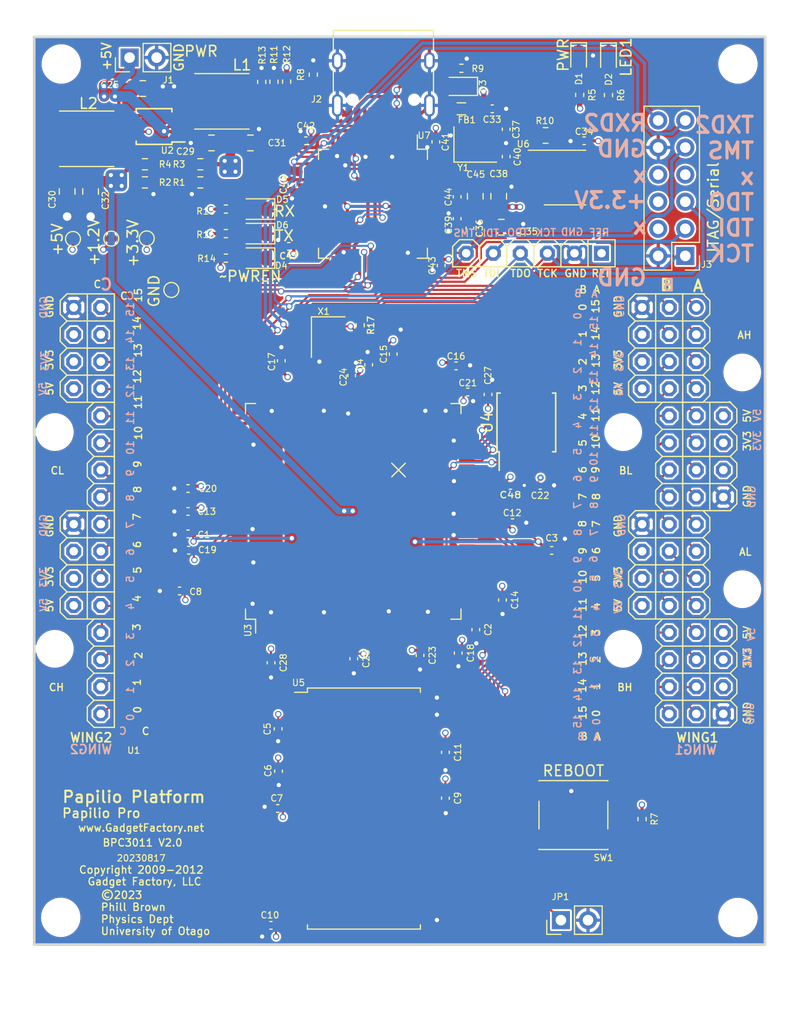
<source format=kicad_pcb>
(kicad_pcb (version 20221018) (generator pcbnew)
  (layers (0 "F.Cu" signal) (1 "In1.Cu" signal) (2 "In2.Cu" signal) (31 "B.Cu" signal) (34 "B.Paste" user) (35 "F.Paste" user) (36 "B.SilkS" user "B.Silkscreen") (37 "F.SilkS" user "F.Silkscreen") (38 "B.Mask" user) (39 "F.Mask" user) (44 "Edge.Cuts" user))
  (net 0 "")
  (net 1 "GND")
  (net 2 "Net-(D4-A)")
  (net 3 "Net-(D2-A)")
  (net 4 "Net-(D3-K)")
  (net 5 "Net-(D5-A)")
  (net 6 "/FPGA/FPGA-C/REBOOT")
  (net 7 "/FPGA/DQ0")
  (net 8 "/FPGA/DQ1")
  (net 9 "/FPGA/DQ2")
  (net 10 "/FPGA/DQ3")
  (net 11 "/FPGA/DQ4")
  (net 12 "/FPGA/DQ5")
  (net 13 "/FPGA/DQ6")
  (net 14 "/FPGA/DQ7")
  (net 15 "/FPGA/DQML")
  (net 16 "/FPGA/~{WE}")
  (net 17 "/FPGA/~{CAS}")
  (net 18 "/FPGA/~{RAS}")
  (net 19 "/FPGA/CS")
  (net 20 "/FPGA/BA0")
  (net 21 "/FPGA/BA1")
  (net 22 "/FPGA/A10")
  (net 23 "/FPGA/A0")
  (net 24 "/FPGA/A1")
  (net 25 "/FPGA/A2")
  (net 26 "/FPGA/A3")
  (net 27 "/FPGA/A4")
  (net 28 "/FPGA/A5")
  (net 29 "/FPGA/A6")
  (net 30 "/FPGA/A7")
  (net 31 "/FPGA/A8")
  (net 32 "/FPGA/A9")
  (net 33 "/FPGA/A11")
  (net 34 "/FPGA/A12")
  (net 35 "/FPGA/CKE")
  (net 36 "/FPGA/CLK")
  (net 37 "/FPGA/DQMH")
  (net 38 "/FPGA/DQ8")
  (net 39 "/FPGA/DQ9")
  (net 40 "/FPGA/DQ10")
  (net 41 "/FPGA/DQ11")
  (net 42 "/FPGA/DQ12")
  (net 43 "/FPGA/DQ13")
  (net 44 "/FPGA/DQ14")
  (net 45 "/FPGA/DQ15")
  (net 46 "/Connectors/W1_B16")
  (net 47 "/FPGA/FLASH_CS")
  (net 48 "/FPGA/FLASH_SI")
  (net 49 "/FPGA/FLASH_SO")
  (net 50 "/FPGA/FLASH_SCK")
  (net 51 "/Connectors/W1_A1")
  (net 52 "/Connectors/W1_B15")
  (net 53 "+3.3V")
  (net 54 "/Connectors/W1_A2")
  (net 55 "/Connectors/W1_B14")
  (net 56 "/Connectors/W1_A3")
  (net 57 "/Connectors/W1_B13")
  (net 58 "/Connectors/W1_A4")
  (net 59 "/Connectors/W1_B12")
  (net 60 "/Connectors/W1_A5")
  (net 61 "/Connectors/W1_B11")
  (net 62 "/Connectors/W1_A6")
  (net 63 "/Connectors/W1_A7")
  (net 64 "/Connectors/W1_B9")
  (net 65 "/Connectors/W1_A8")
  (net 66 "/Connectors/W1_B8")
  (net 67 "/Connectors/W1_A9")
  (net 68 "/Connectors/W1_B7")
  (net 69 "/Connectors/W1_A10")
  (net 70 "/Connectors/W1_B6")
  (net 71 "/Connectors/W1_A11")
  (net 72 "/Connectors/W1_B5")
  (net 73 "/Connectors/W1_A12")
  (net 74 "/Connectors/W1_B4")
  (net 75 "/Connectors/W1_A13")
  (net 76 "/Connectors/W1_B3")
  (net 77 "/Connectors/W1_A14")
  (net 78 "/Connectors/OSC_IN")
  (net 79 "/Connectors/W1_B10")
  (net 80 "/Connectors/W1_B2")
  (net 81 "/Connectors/W1_A15")
  (net 82 "/Connectors/W1_B1")
  (net 83 "/Connectors/W1_A16")
  (net 84 "/Connectors/W2_A1")
  (net 85 "/Connectors/W2_A2")
  (net 86 "/Connectors/W2_A3")
  (net 87 "/Connectors/W2_A4")
  (net 88 "/Connectors/W2_A5")
  (net 89 "/Connectors/W2_A6")
  (net 90 "/Connectors/W2_A7")
  (net 91 "/Connectors/W2_A8")
  (net 92 "/Connectors/W2_A9")
  (net 93 "/Connectors/W2_A10")
  (net 94 "/Connectors/W2_A11")
  (net 95 "/Connectors/W2_A12")
  (net 96 "/Connectors/W2_A13")
  (net 97 "/Connectors/W2_A14")
  (net 98 "/Connectors/W2_A15")
  (net 99 "/Connectors/W2_A16")
  (net 100 "+1V2")
  (net 101 "+5V")
  (net 102 "+1V8")
  (net 103 "Net-(U7-OSCI)")
  (net 104 "Net-(U7-OSCO)")
  (net 105 "Net-(D1-A)")
  (net 106 "Net-(D3-A)")
  (net 107 "Net-(D4-K)")
  (net 108 "Net-(D5-K)")
  (net 109 "Net-(D6-K)")
  (net 110 "Net-(D6-A)")
  (net 111 "Net-(J2-CC1)")
  (net 112 "Net-(U7-DP)")
  (net 113 "Net-(U7-DM)")
  (net 115 "Net-(J2-CC2)")
  (net 117 "/USB JTAG/TCK")
  (net 118 "/USB JTAG/TDI")
  (net 120 "/USB JTAG/TDO")
  (net 123 "/USB JTAG/TMS")
  (net 124 "/USB JTAG/TXD2")
  (net 125 "/USB JTAG/RXD2")
  (net 126 "Net-(U2-SW1)")
  (net 127 "Net-(U2-SW2)")
  (net 128 "Net-(U2-VFB1)")
  (net 129 "Net-(U2-VFB2)")
  (net 130 "Net-(U3A-IO_L66P_SCP1_0)")
  (net 131 "Net-(U6-DI)")
  (net 132 "Net-(U6-DO)")
  (net 133 "Net-(U7-~{RESET})")
  (net 134 "Net-(U7-REF)")
  (net 148 "Net-(U6-CS)")
  (net 149 "Net-(U6-SCLK)")
  (net 177 "Net-(X1-EN)")
  (footprint "TestPoint:TestPoint_Pad_D1.0mm" (layer "F.Cu") (at 121.44 81.37)
    (fp_text reference "TP2" hide)
    (fp_text value "+1.2V")
  )
  (footprint "Capacitor_SMD:C_0402_1005Metric" (layer "F.Cu") (at 137.14 131.3 -90)
    (fp_text reference "C6")
    (fp_text value ".1uF")
  )
  (footprint "Button_Switch_SMD:SW_SPST_PTS645" (layer "F.Cu") (at 164.81 135.41 180)
    (fp_text reference "SW1")
    (fp_text value "REBOOT")
  )
  (footprint "Package_SO:SOIC-8W_5.3x5.3mm_P1.27mm" (layer "F.Cu") (at 160.395 98.6 90)
    (fp_text reference "U4")
    (fp_text value "25CSM04xxSN")
  )
  (footprint "Resistor_SMD:R_0402_1005Metric" (layer "F.Cu") (at 165.4 67.9 -90)
    (fp_text reference "R5")
    (fp_text value "1K8")
  )
  (footprint "Capacitor_SMD:C_0402_1005Metric" (layer "F.Cu") (at 137.4 92.825 90)
    (fp_text reference "C17")
    (fp_text value ".1uF")
  )
  (footprint "LED_SMD:LED_0805_2012Metric" (layer "F.Cu") (at 135.1 78.6 180)
    (fp_text reference "D5")
    (fp_text value "RX")
  )
  (footprint "Capacitor_SMD:C_0402_1005Metric" (layer "F.Cu") (at 153.9 79.5 90)
    (fp_text reference "C39")
    (fp_text value "0.1")
  )
  (footprint "TestPoint:TestPoint_Pad_D1.0mm" (layer "F.Cu") (at 127.08 86.18)
    (fp_text reference "TP4" hide)
    (fp_text value "GND")
  )
  (footprint "Connector_PinHeader_2.54mm:PinHeader_1x02_P2.54mm_Vertical" (layer "F.Cu") (at 123.16 64.4 90)
    (fp_text reference "J1")
    (fp_text value "PWR")
  )
  (footprint "Capacitor_SMD:C_0402_1005Metric" (layer "F.Cu") (at 139.7 72.2 180)
    (fp_text reference "C42")
    (fp_text value "0.1")
  )
  (footprint "Capacitor_SMD:C_0402_1005Metric" (layer "F.Cu") (at 144.2 120.7516 -90)
    (fp_text reference "C26")
    (fp_text value ".1uF")
  )
  (footprint "Capacitor_SMD:C_0402_1005Metric" (layer "F.Cu") (at 138.1 82.1 180)
    (fp_text reference "C47")
    (fp_text value "0.1")
  )
  (footprint "Resistor_SMD:R_0402_1005Metric" (layer "F.Cu") (at 140.4 66 90)
    (fp_text reference "R8")
    (fp_text value "5.1k")
  )
  (footprint "Package_QFP:LQFP-64_10x10mm_P0.5mm" (layer "F.Cu") (at 146 78.1 -90)
    (fp_text reference "U7")
    (fp_text value "FT2232HL")
  )
  (footprint "Capacitor_SMD:C_0805_2012Metric" (layer "F.Cu") (at 124.4 67.3)
    (fp_text reference "C25")
    (fp_text value "10u/10V")
  )
  (footprint "Capacitor_SMD:C_0402_1005Metric" (layer "F.Cu") (at 151.9 72.3 -90)
    (fp_text reference "C41")
    (fp_text value "0.1")
  )
  (footprint "Oscillator:Oscillator_SMD_Abracon_ASE-4Pin_3.2x2.5mm" (layer "F.Cu") (at 141.8 90.6 -90)
    (fp_text reference "X1")
    (fp_text value "3.2X2.5 32MHz Osc")
  )
  (footprint "Capacitor_SMD:C_0402_1005Metric" (layer "F.Cu") (at 128.71 110.58 180)
    (fp_text reference "C19")
    (fp_text value ".1uF")
  )
  (footprint "Capacitor_SMD:C_0402_1005Metric" (layer "F.Cu") (at 128.65 109.05 180)
    (fp_text reference "C1")
    (fp_text value ".1uF")
  )
  (footprint "Resistor_SMD:R_0402_1005Metric" (layer "F.Cu") (at 135.56 66.68 90)
    (fp_text reference "R13")
    (fp_text value "12k")
  )
  (footprint "Resistor_SMD:R_0402_1005Metric" (layer "F.Cu") (at 144.8 89.49 90)
    (fp_text reference "R17")
    (fp_text value "10k")
  )
  (footprint "Capacitor_SMD:C_0402_1005Metric" (layer "F.Cu") (at 144 94.2 90)
    (fp_text reference "C24")
    (fp_text value ".1uF")
  )
  (footprint "Resistor_SMD:R_0402_1005Metric" (layer "F.Cu") (at 168.1 67.9125 -90)
    (fp_text reference "R6")
    (fp_text value "390")
  )
  (footprint "Package_SO:TSOP-II-54_22.2x10.16mm_P0.8mm" (layer "F.Cu") (at 145.15 134.8)
    (fp_text reference "U5")
    (fp_text value "MT48LC16M16A2P")
  )
  (footprint "Inductor_SMD:L_Taiyo-Yuden_MD-5050" (layer "F.Cu") (at 131.82 68.5)
    (fp_text reference "L1")
    (fp_text value "3.3uH")
  )
  (footprint "Capacitor_SMD:C_0402_1005Metric" (layer "F.Cu") (at 127.85 114.4 180)
    (fp_text reference "C8")
    (fp_text value ".1uF")
  )
  (footprint "Resistor_SMD:R_0402_1005Metric" (layer "F.Cu") (at 154.3 65.4)
    (fp_text reference "R9")
    (fp_text value "5.1k")
  )
  (footprint "Crystal:Crystal_SMD_3225-4Pin_3.2x2.5mm" (layer "F.Cu") (at 155.6 72.55)
    (fp_text reference "Y1")
    (fp_text value "12MHz")
  )
  (footprint "TestPoint:TestPoint_Pad_D1.0mm" (layer "F.Cu") (at 124.77 81.35)
    (fp_text reference "TP1" hide)
    (fp_text value "+3.3V")
  )
  (footprint "Connector_PinHeader_2.54mm:PinHeader_1x02_P2.54mm_Vertical" (layer "F.Cu") (at 163.64 145.26 90)
    (fp_text reference "JP1")
    (fp_text value "JP1E")
  )
  (footprint "Resistor_SMD:R_0402_1005Metric" (layer "F.Cu") (at 171.25 135.7875 -90)
    (fp_text reference "R7")
    (fp_text value "47K")
  )
  (footprint "Capacitor_SMD:C_0402_1005Metric" (layer "F.Cu") (at 128.65 106.95 180)
    (fp_text reference "C13")
    (fp_text value ".1uF")
  )
  (footprint "Capacitor_SMD:C_0402_1005Metric" (layer "F.Cu") (at 137.1 127.325 -90)
    (fp_text reference "C5")
    (fp_text value ".1uF")
  )
  (footprint "Capacitor_SMD:C_0402_1005Metric" (layer "F.Cu") (at 154 120.225 -90)
    (fp_text reference "C18")
    (fp_text value ".1uF")
  )
  (footprint "Capacitor_SMD:C_0402_1005Metric" (layer "F.Cu") (at 150.42 120.44 -90)
    (fp_text reference "C23")
    (fp_text value ".1uF")
  )
  (footprint "LED_SMD:LED_0603_1608Metric" (layer "F.Cu") (at 165.3 64.4875 -90)
    (fp_text reference "D1")
    (fp_text value "PWR")
  )
  (footprint "Resistor_SMD:R_0402_1005Metric" (layer "F.Cu") (at 132.2 83.2)
    (fp_text reference "R14")
    (fp_text value "470")
  )
  (footprint "Capacitor_SMD:C_0805_2012Metric" (layer "F.Cu") (at 117.3 76.95 -90)
    (fp_text reference "C30")
    (fp_text value "10u/6V3")
  )
  (footprint "Capacitor_SMD:C_0805_2012Metric" (layer "F.Cu") (at 158.05 80.3)
    (fp_text reference "C35")
    (fp_text value "3.3")
  )
  (footprint "Capacitor_SMD:C_0402_1005Metric" (layer "F.Cu") (at 155.65 118.025 -90)
    (fp_text reference "C2")
    (fp_text value ".1uF")
  )
  (footprint "Capacitor_SMD:C_0805_2012Metric" (layer "F.Cu") (at 157.8 77.4 90)
    (fp_text reference "C38")
    (fp_text value "4.7")
  )
  (footprint "Capacitor_SMD:C_0805_2012Metric" (layer "F.Cu") (at 134.5 72.4)
    (fp_text reference "C29")
    (fp_text value "10u/6V3")
  )
  (footprint "Capacitor_SMD:C_0402_1005Metric" (layer "F.Cu") (at 152.8 129.525 -90)
    (fp_text reference "C11")
    (fp_text value ".1uF")
  )
  (footprint "Resistor_SMD:R_0603_1608Metric" (layer "F.Cu") (at 129.8 74.4)
    (fp_text reference "R3")
    (fp_text value "6K8 1%")
  )
  (footprint "Capacitor_SMD:C_0402_1005Metric" (layer "F.Cu") (at 138.4 76.32 -90)
    (fp_text reference "C46")
    (fp_text value "0.1")
  )
  (footprint "Capacitor_SMD:C_0402_1005Metric" (layer "F.Cu") (at 157.2 69.2)
    (fp_text reference "C33")
    (fp_text value "0.1")
  )
  (footprint "Resistor_SMD:R_0805_2012Metric" (layer "F.Cu") (at 162.2 71.7)
    (fp_text reference "R10")
    (fp_text value "2.2k")
  )
  (footprint "Connector_PinHeader_2.54mm:PinHeader_2x06_P2.54mm_Vertical" (layer "F.Cu") (at 175.31 82.99 180)
    (fp_text reference "J3")
    (fp_text value "JTAG/Serial")
  )
  (footprint "Capacitor_SMD:C_0402_1005Metric" (layer "F.Cu") (at 156.8 95.98 90)
    (fp_text reference "C27")
    (fp_text value ".1uF")
  )
  (footprint "LED_SMD:LED_0603_1608Metric" (layer "F.Cu") (at 168.1 64.5125 -90)
    (fp_text reference "D2")
    (fp_text value "LED1")
  )
  (footprint "MountingHole:MountingHole_3.2mm_M3" (layer "F.Cu") (at 180.2511 64.9986)
    (fp_text reference "H4" hide)
    (fp_text value "MountingHole" hide)
  )
  (footprint "Resistor_SMD:R_0402_1005Metric" (layer "F.Cu") (at 137.9 66.65 -90)
    (fp_text reference "R12")
    (fp_text value "4k7")
  )
  (footprint "Resistor_SMD:R_0402_1005Metric" (layer "F.Cu") (at 132.2 80.9)
    (fp_text reference "R16")
    (fp_text value "470")
  )
  (footprint "Capacitor_SMD:C_0402_1005Metric" (layer "F.Cu") (at 128.65 104.8 180)
    (fp_text reference "C20")
    (fp_text value ".1uF")
  )
  (footprint "LED_SMD:LED_0805_2012Metric" (layer "F.Cu") (at 135.1 83.2 180)
    (fp_text reference "D4")
    (fp_text value "~PWREN")
  )
  (footprint "Capacitor_SMD:C_0402_1005Metric" (layer "F.Cu") (at 136.425 145.75 180)
    (fp_text reference "C10")
    (fp_text value ".1uF")
  )
  (footprint "MountingHole:MountingHole_3.2mm_M3" (layer "F.Cu") (at 116.7511 64.9986)
    (fp_text reference "H1" hide)
    (fp_text value "MountingHole" hide)
  )
  (footprint "Inductor_SMD:L_0805_2012Metric" (layer "F.Cu") (at 154.3 69.2 180)
    (fp_text reference "FB1")
    (fp_text value "600 ohm")
  )
  (footprint "Capacitor_SMD:C_0402_1005Metric" (layer "F.Cu") (at 159.1 108)
    (fp_text reference "C12")
    (fp_text value ".1uF")
  )
  (footprint "Package_QFP:LQFP-144_20x20mm_P0.5mm" (layer "F.Cu") (at 144.15 106.9375 90)
    (fp_text reference "U3")
    (fp_text value "XC6SLX9-TQG144")
  )
  (footprint "Capacitor_SMD:C_0402_1005Metric" (layer "F.Cu") (at 137.06 134.79 180)
    (fp_text reference "C7")
    (fp_text value ".1uF")
  )
  (footprint "Resistor_SMD:R_0603_1608Metric" (layer "F.Cu") (at 129.8 76.1)
    (fp_text reference "R1")
    (fp_text value "1.5K 1%")
  )
  (footprint "Package_SO:SO-8_3.9x4.9mm_P1.27mm" (layer "F.Cu") (at 164.025 75.645)
    (fp_text reference "U6")
    (fp_text value "93LCxxB")
  )
  (footprint "Capacitor_SMD:C_0402_1005Metric" (layer "F.Cu") (at 162.775 110.6)
    (fp_text reference "C3")
    (fp_text value ".1uF")
  )
  (footprint "TestPoint:TestPoint_Pad_D1.0mm" (layer "F.Cu") (at 117.85 81.4)
    (fp_text reference "TP3" hide)
    (fp_text value "+5V")
  )
  (footprint "Capacitor_SMD:C_0402_1005Metric" (layer "F.Cu") (at 155.1 80.4 90)
    (fp_text reference "C36")
    (fp_text value "0.1")
  )
  (footprint "Capacitor_SMD:C_0402_1005Metric" (layer "F.Cu") (at 152.8 133.825 -90)
    (fp_text reference "C9")
    (fp_text value ".1uF")
  )
  (footprint "Resistor_SMD:R_0402_1005Metric" (layer "F.Cu") (at 136.71 66.66 90)
    (fp_text reference "R11")
    (fp_text value "10k")
  )
  (footprint "Capacitor_SMD:C_0402_1005Metric" (layer "F.Cu") (at 136.4361 121.1326 -90)
    (fp_text reference "C28")
    (fp_text value ".1uF")
  )
  (footprint "Capacitor_SMD:C_0402_1005Metric" (layer "F.Cu") (at 165.82 72.2 180)
    (fp_text reference "C34")
    (fp_text value "0.1")
  )
  (footprint "Capacitor_SMD:C_0402_1005Metric" (layer "F.Cu") (at 152.4 83.9 -90)
    (fp_text reference "C43")
    (fp_text value "0.1")
  )
  (footprint "MountingHole:MountingHole_3.2mm_M3" (layer "F.Cu") (at 116.7 145)
    (fp_text reference "H3" hide)
    (fp_text value "MountingHole" hide)
  )
  (footprint "Capacitor_SMD:C_0402_1005Metric" (layer "F.Cu") (at 153.9 77.45 90)
    (fp_text reference "C44")
    (fp_text value "0.1")
  )
  (footprint "Capacitor_SMD:C_0402_1005Metric" (layer "F.Cu") (at 154.9 95.75)
    (fp_text reference "C21")
    (fp_text value ".1uF")
  )
  (footprint "Capacitor_SMD:C_0805_2012Metric" (layer "F.Cu") (at 155.6 77.4 90)
    (fp_text reference "C45")
    (fp_text value "4.7")
  )
  (footprint "Capacitor_SMD:C_0402_1005Metric" (layer "F.Cu") (at 147.9 92.2 90)
    (fp_text reference "C15")
    (fp_text value ".1uF")
  )
  (footprint "Capacitor_SMD:C_0402_1005Metric" (layer "F.Cu") (at 145.6 93.2 90)
    (fp_text reference "C4")
    (fp_text value ".1uF")
  )
  (footprint "Capacitor_SMD:C_0402_1005Metric" (layer "F.Cu") (at 158.5 71.12 -90)
    (fp_text reference "C37")
    (fp_text value "27p")
  )
  (footprint "MountingHole:MountingHole_3.2mm_M3" (layer "F.Cu") (at 180.2511 145.0086)
    (fp_text reference "H2" hide)
    (fp_text value "MountingHole" hide)
  )
  (footprint "Resistor_SMD:R_0402_1005Metric" (layer "F.Cu") (at 132.2 78.6)
    (fp_text reference "R15")
    (fp_text value "470")
  )
  (footprint "LED_SMD:LED_0805_2012Metric" (layer "F.Cu") (at 135.1 80.9 180)
    (fp_text reference "D6")
    (fp_text value "TX")
  )
  (footprint "papilo_pro:COCOON_48BIT" (layer "F.Cu") (at 114.11 131)
    (fp_text reference "U1")
    (fp_text value "Papilio Pro")
  )
  (footprint "Resistor_SMD:R_0603_1608Metric" (layer "F.Cu") (at 124.6 74.4 180)
    (fp_text reference "R4")
    (fp_text value "1.5K 1%")
  )
  (footprint "Capacitor_SMD:C_0402_1005Metric" (layer "F.Cu") (at 158.5 73.68 90)
    (fp_text reference "C40")
    (fp_text value "27p")
  )
  (footprint "Capacitor_SMD:C_0402_1005Metric" (layer "F.Cu") (at 158.9 104.5)
    (fp_text reference "C48")
    (fp_text value ".1uF")
  )
  (footprint "Capacitor_SMD:C_0402_1005Metric" (layer "F.Cu") (at 158.15 115.25 -90)
    (fp_text reference "C14")
    (fp_text value ".1uF")
  )
  (footprint "Diode_SMD:D_SOD-323" (layer "F.Cu") (at 154.2 67.1 180)
    (fp_text reference "D3")
    (fp_text value "SD103AWS")
  )
  (footprint "Capacitor_SMD:C_0402_1005Metric" (layer "F.Cu") (at 161.7 104.5)
    (fp_text reference "C22")
    (fp_text value ".1uF")
  )
  (footprint "Inductor_SMD:L_Taiyo-Yuden_MD-5050" (layer "F.Cu") (at 119.14 72.01 180)
    (fp_text reference "L2")
    (fp_text value "3.3uH")
  )
  (footprint "Connector_USB:USB_C_Receptacle_HRO_TYPE-C-31-M-12" (layer "F.Cu") (at 146.98 65.75 180)
    (fp_text reference "J2")
    (fp_text value "USB_C_Receptacle_USB2.0")
  )
  (footprint "Capacitor_SMD:C_0805_2012Metric" (layer "F.Cu") (at 130.85 72.4 180)
    (fp_text reference "C31")
    (fp_text value "10u/6V3")
  )
  (footprint "Capacitor_SMD:C_0805_2012Metric" (layer "F.Cu") (at 119.5 76.95 -90)
    (fp_text reference "C32")
    (fp_text value "10u/6V3")
  )
  (footprint "Package_SO:MSOP-10_3x3mm_P0.5mm" (layer "F.Cu") (at 125.4549 70.8604 180)
    (fp_text reference "U2")
    (fp_text value "LTC3419MS")
  )
  (footprint "Resistor_SMD:R_0603_1608Metric" (layer "F.Cu") (at 124.6 76.1 180)
    (fp_text reference "R2")
    (fp_text value "1.5K 1%")
  )
  (footprint "Capacitor_SMD:C_0402_1005Metric" (layer "F.Cu") (at 153.8 93.3)
    (fp_text reference "C16")
    (fp_text value ".1uF")
  )
  (gr_line (start 114.2111 147.5486) (end 114.2111 62.4586) (stroke (width 0.254)) (layer "Edge.Cuts"))
  (gr_line (start 182.7911 147.5486) (end 114.2111 147.5486) (stroke (width 0.254)) (layer "Edge.Cuts"))
  (gr_line (start 114.2111 62.4586) (end 182.7911 62.4586) (stroke (width 0.254)) (layer "Edge.Cuts"))
  (gr_line (start 182.7911 62.4586) (end 182.7911 147.5486) (stroke (width 0.254)) (layer "Edge.Cuts"))
  (gr_text "RXD2\nGND\nx\n+3.3V\nx\n\nGND" (at 171.84 85.91) (layer "B.SilkS") (effects (font (size 1.5 1.5) (thickness 0.3) bold) (justify left bottom mirror)))
  (gr_text "GND" (at 169.55 86.59 -810) (layer "B.SilkS") (effects (font (size 0.682752 0.682752) (thickness 0.130048)) (justify right top mirror)))
  (gr_text "3V3" (at 181.51 119.65 -810) (layer "B.SilkS") (effects (font (size 0.682752 0.682752) (thickness 0.130048)) (justify right top mirror)))
  (gr_text "5V" (at 169.42 94.81 -810) (layer "B.SilkS") (effects (font (size 0.682752 0.682752) (thickness 0.130048)) (justify right top mirror)))
  (gr_text "TXD2\nTMS\nx\nTDO\nTDI\nTCK" (at 181.92 83.67) (layer "B.SilkS") (effects (font (size 1.5 1.5) (thickness 0.3) bold) (justify left bottom mirror)))
  (gr_text "www.GadgetFactory.net" (at 118.2751 137.0076) (layer "F.SilkS") (effects (font (size 0.69088 0.69088) (thickness 0.12192)) (justify left bottom)))
  (gr_text "Papilio Platform" (at 116.7511 134.3406) (layer "F.SilkS") (effects (font (size 1.0795 1.0795) (thickness 0.1905)) (justify left bottom)))
  (gr_text "Copyright 2009-2012" (at 118.35 140.95) (layer "F.SilkS") (effects (font (size 0.7 0.7) (thickness 0.12) bold) (justify left bottom)))
  (gr_text "BPC3011 V2.0" (at 120.5611 138.4046) (layer "F.SilkS") (effects (font (size 0.69088 0.69088) (thickness 0.12192)) (justify left bottom)))
  (gr_text "GND" (at 128.3 65.8 90) (layer "F.SilkS") (effects (font (size 0.8636 0.8636) (thickness 0.1524)) (justify left bottom)))
  (gr_text "+5V" (at 121.5 65.7 90) (layer "F.SilkS") (effects (font (size 0.8636 0.8636) (thickness 0.1524)) (justify left bottom)))
  (gr_text "©2023\nPhill Brown\nPhysics Dept\nUniversity of Otago" (at 120.4 146.7) (layer "F.SilkS") (effects (font (size 0.7 0.7) (thickness 0.12) bold) (justify left bottom)))
  (gr_text "Gadget Factory, LLC" (at 119.15 142.05) (layer "F.SilkS") (effects (font (size 0.7 0.7) (thickness 0.12) bold) (justify left bottom)))
  (gr_text "Papilio Pro" (at 116.7511 135.7376) (layer "F.SilkS") (effects (font (size 0.8636 0.8636) (thickness 0.1524)) (justify left bottom)))
  (gr_text "20230817" (at 121.9 139.8) (layer "F.SilkS") (effects (font (size 0.6 0.6) (thickness 0.097536)) (justify left bottom)))
  (segment (start 124.437 69.839) (end 123.496 69.839) (width 0.3) (layer "F.Cu") (net 1))
  (segment (start 127.369998 104.8) (end 127.359998 104.79) (width 0.2) (layer "F.Cu") (net 1))
  (segment (start 158.5 72.430002) (end 158.489998 72.42) (width 0.2) (layer "F.Cu") (net 1))
  (segment (start 160.1 80) (end 159.3 80) (width 0.3) (layer "F.Cu") (net 1))
  (segment (start 147.4331 116.3586) (end 147.4851 116.3066) (width 0.2032) (layer "F.Cu") (net 1))
  (segment (start 141.4331 97.4666) (end 141.4331 95.8086) (width 0.2032) (layer "F.Cu") (net 1))
  (segment (start 137.1 127.805) (end 137.1 128.47845) (width 0.2) (layer "F.Cu") (net 1))
  (segment (start 126.2827 67.0972) (end 126.2799 67.1) (width 0.75) (layer "F.Cu") (net 1))
  (segment (start 145.5 92.62) (end 145.5 92) (width 0.3) (layer "F.Cu") (net 1))
  (segment (start 157.85 76.5) (end 157.8 76.45) (width 0.3) (layer "F.Cu") (net 1))
  (segment (start 137.695 128.4) (end 137.1 127.805) (width 0.2) (layer "F.Cu") (net 1))
  (segment (start 154 120.705) (end 154 121.440002) (width 0.2) (layer "F.Cu") (net 1))
  (segment (start 159.3 80) (end 159 80.3) (width 0.3) (layer "F.Cu") (net 1))
  (segment (start 135.6361 145.6182) (end 135.6361 146.763894) (width 0.2032) (layer "F.Cu") (net 1))
  (segment (start 128.17 104.8) (end 127.369998 104.8) (width 0.2) (layer "F.Cu") (net 1))
  (segment (start 135.56 66.17) (end 135.56 65.39) (width 0.3) (layer "F.Cu") (net 1))
  (segment (start 156.4 73.4) (end 156.7 73.4) (width 0.2) (layer "F.Cu") (net 1))
  (segment (start 152.8191 97.5106) (end 152.9331 97.3966) (width 0.2032) (layer "F.Cu") (net 1))
  (segment (start 160.83 133.16) (end 164.61 133.16) (width 0.3) (layer "F.Cu") (net 1))
  (segment (start 137.1 128.47845) (end 137.104556 128.483006) (width 0.2) (layer "F.Cu") (net 1))
  (segment (start 154 121.440002) (end 154.019998 121.46) (width 0.2) (layer "F.Cu") (net 1))
  (segment (start 154.8125 107.1875) (end 153.60106 107.1875) (width 0.2032) (layer "F.Cu") (net 1))
  (segment (start 158.5 72.409998) (end 158.489998 72.42) (width 0.3) (layer "F.Cu") (net 1))
  (segment (start 158.15 116.55) (end 158.16 116.56) (width 0.2032) (layer "F.Cu") (net 1))
  (segment (start 136.42 134.63) (end 135.83 134.63) (width 0.2) (layer "F.Cu") (net 1))
  (segment (start 162.3 102.25) (end 162.3 104.38) (width 0.2) (layer "F.Cu") (net 1))
  (segment (start 139.22 72.2) (end 139.22 71.32) (width 0.3) (layer "F.Cu") (net 1))
  (segment (start 137.14 131.78) (end 137.14 132.57) (width 0.2) (layer "F.Cu") (net 1))
  (segment (start 126.215 69.839) (end 127.696 69.839) (width 0.3) (layer "F.Cu") (net 1))
  (segment (start 135.913468 97.524903) (end 136.5 97.524903) (width 0.2) (layer "F.Cu") (net 1))
  (segment (start 164.011486 109.843514) (end 164.011486 109.508514) (width 0.2032) (layer "F.Cu") (net 1))
  (segment (start 136.4361 121.6126) (end 136.4361 122.510002) (width 0.254) (layer "F.Cu") (net 1))
  (segment (start 150.385 69.795) (end 151.3 68.88) (width 0.3) (layer "F.Cu") (net 1))
  (segment (start 155.2831 109.6586) (end 154.044903 109.6586) (width 0.2032) (layer "F.Cu") (net 1))
  (segment (start 153.88 79) (end 153.9 79.02) (width 0.3) (layer "F.Cu") (net 1))
  (segment (start 155.38 95.75) (end 155.38 96.580004) (width 0.2) (layer "F.Cu") (net 1))
  (segment (start 159.58 108) (end 160.39 108) (width 0.3) (layer "F.Cu") (net 1))
  (segment (start 155.38 96.580004) (end 155.4 96.600004) (width 0.2) (layer "F.Cu") (net 1))
  (segment (start 140.975 91.65) (end 140.975 92.9) (width 0.2) (layer "F.Cu") (net 1))
  (segment (start 157.68 69.2) (end 158.5 69.2) (width 0.5) (layer "F.Cu") (net 1))
  (segment (start 143.75 74.15) (end 143.4 74.5) (width 0.2) (layer "F.Cu") (net 1))
  (segment (start 134.2581 100.1586) (end 134.7851 100.6856) (width 0.2032) (layer "F.Cu") (net 1))
  (segment (start 147.75 72.425) (end 147.75 73.65) (width 0.2) (layer "F.Cu") (net 1))
  (segment (start 134.7091 111.6586) (end 134.775253 111.724753) (width 0.2032) (layer "F.Cu") (net 1))
  (segment (start 136.71 66.15) (end 136.71 65.38) (width 0.3) (layer "F.Cu") (net 1))
  (segment (start 141.4331 118.0086) (end 141.4331 116.4331) (width 0.2032) (layer "F.Cu") (net 1))
  (segment (start 126.215 69.839) (end 125.326 68.95) (width 0.3) (layer "F.Cu") (net 1))
  (segment (start 148.6 91.02) (end 148.6 89.9) (width 0.2) (layer "F.Cu") (net 1))
  (segment (start 165.3 72.24) (end 165.3 76.9) (width 0.2) (layer "F.Cu") (net 1))
  (segment (start 162.18 104.5) (end 162.999994 104.5) (width 0.2) (layer "F.Cu") (net 1))
  (segment (start 156.8 95.5) (end 156.8 95) (width 0.2) (layer "F.Cu") (net 1))
  (segment (start 139.2 133.2) (end 137.77 133.2) (width 0.2) (layer "F.Cu") (net 1))
  (segment (start 152.8 134.305) (end 152.83 134.335) (width 0.2) (layer "F.Cu") (net 1))
  (segment (start 159 76.5) (end 157.85 76.5) (width 0.5) (layer "F.Cu") (net 1))
  (segment (start 152.9331 97.3966) (end 152.9331 95.8086) (width 0.2032) (layer "F.Cu") (net 1))
  (segment (start 154.5 71.7) (end 154.7 71.7) (width 0.2) (layer "F.Cu") (net 1))
  (segment (start 166.1444 63.7) (end 166.65 64.2056) (width 0.3) (layer "F.Cu") (net 1))
  (segment (start 153.5722 109.185897) (end 153.5722 109.1622) (width 0.2032) (layer "F.Cu") (net 1))
  (segment (start 152.8 130.005) (end 152.8 131.2) (width 0.2) (layer "F.Cu") (net 1))
  (segment (start 125.2049 67.2604) (end 126.1195 67.2604) (width 0.75) (layer "F.Cu") (net 1))
  (segment (start 155.12 79.9) (end 155.1 79.92) (width 0.3) (layer "F.Cu") (net 1))
  (segment (start 158.5 71.6) (end 158.5 72.409998) (width 0.3) (layer "F.Cu") (net 1))
  (segment (start 150.9141 97.5106) (end 150.9331 97.4916) (width 0.2032) (layer "F.Cu") (net 1))
  (segment (start 135.56 65.39) (end 135.54 65.37) (width 0.3) (layer "F.Cu") (net 1))
  (segment (start 136.4331 118.0086) (end 136.4331 116.4) (width 0.2032) (layer "F.Cu") (net 1))
  (segment (start 127.44 110.58) (end 127.42 110.6) (width 0.2) (layer "F.Cu") (net 1))
  (segment (start 144 93.72) (end 144 93.4) (width 0.3) (layer "F.Cu") (net 1))
  (segment (start 151.88 72.8) (end 151.9 72.78) (width 0.2) (layer "F.Cu") (net 1))
  (segment (start 165.3 63.7) (end 166.1444 63.7) (width 0.3) (layer "F.Cu") (net 1))
  (segment (start 151.675 80.85) (end 152.862156 80.85) (width 0.3) (layer "F.Cu") (net 1))
  (segment (start 165.315 72.225) (end 164.545 72.225) (width 0.2) (layer "F.Cu") (net 1))
  (segment (start 147.4331 118.0086) (end 147.4331 116.3586) (width 0.2032) (layer "F.Cu") (net 1))
  (segment (start 125.425 76.1) (end 125.425 77.175) (width 0.4) (layer "F.Cu") (net 1))
  (segment (start 135.45 96.225) (end 135.45 97.061435) (width 0.2) (layer "F.Cu") (net 1))
  (segment (start 145.25 73.65) (end 145.3 73.7) (width 0.2) (layer "F.Cu") (net 1))
  (segment (start 156 79.9) (end 155.12 79.9) (width 0.3) (layer "F.Cu") (net 1))
  (segment (start 149.25 83.775) (end 149.25 82.718928) (width 0.3) (layer "F.Cu") (net 1))
  (segment (start 128.975 77.175) (end 129 77.2) (width 0.4) (layer "F.Cu") (net 1))
  (segment (start 127.337482 67.0972) (end 126.2827 67.0972) (width 0.75) (layer "F.Cu") (net 1))
  (segment (start 138.4 76.8) (end 138.4 77.6) (width 0.3) (layer "F.Cu") (net 1))
  (segment (start 152.005 130.8) (end 152.8 130.005) (width 0.2) (layer "F.Cu") (net 1))
  (segment (start 153.5811 100.3046) (end 153.7271 100.1586) (width 0.2032) (layer "F.Cu") (net 1))
  (segment (start 154.8125 104.1875) (end 153.6875 104.1875) (width 0.2) (layer "F.Cu") (net 1))
  (segment (start 154.6 71.6) (end 154.359632 71.6) (width 0.2) (layer "F.Cu") (net 1))
  (segment (start 133.0831 111.6586) (end 134.7091 111.6586) (width 0.2032) (layer "F.Cu") (net 1))
  (segment (start 165.34 72.2) (end 165.315 72.225) (width 0.2) (layer "F.Cu") (net 1))
  (segment (start 127.925 109.1) (end 127.4 109.1) (width 0.2) (layer "F.Cu") (net 1))
  (segment (start 143.9331 97.5066) (end 143.9331 95.8086) (width 0.2032) (layer "F.Cu") (net 1))
  (segment (start 128.17 106.95) (end 127.36 106.95) (width 0.2) (layer "F.Cu") (net 1))
  (segment (start 140.325 78.35) (end 141.5 78.35) (width 0.2) (layer "F.Cu") (net 1))
  (segment (start 135.45 71.25) (end 135.3 71.1) (width 0.75) (layer "F.Cu") (net 1))
  (segment (start 159.38 104.5) (end 160.200004 104.5) (width 0.2) (layer "F.Cu") (net 1))
  (segment (start 142.75 73.511556) (end 142.627978 73.633578) (width 0.2) (layer "F.Cu") (net 1))
  (segment (start 144 93.4) (end 144.4 93) (width 0.3) (layer "F.Cu") (net 1))
  (segment (start 119.5 77.9) (end 119.5 79.3) (width 1) (layer "F.Cu") (net 1))
  (segment (start 139.2 128.4) (end 137.695 128.4) (width 0.2) (layer "F.Cu") (net 1))
  (segment (start 155.65 118.505) (end 155.699992 118.554992) (width 0.2) (layer "F.Cu") (net 1))
  (segment (start 154.81 65.4) (end 154.81 64.51) (width 0.3) (layer "F.Cu") (net 1))
  (segment (start 147.9 91.72) (end 148.6 91.02) (width 0.2) (layer "F.Cu") (net 1))
  (segment (start 153.7271 100.1586) (end 155.2831 100.1586) (width 0.2032) (layer "F.Cu") (net 1))
  (segment (start 127.125 114.4) (end 126 114.4) (width 0.2) (layer "F.Cu") (net 1))
  (segment (start 137.4 92.345) (end 137.4 91.550002) (width 0.254) (layer "F.Cu") (net 1))
  (segment (start 134.6414 115.6586) (end 134.7 115.6) (width 0.2032) (layer "F.Cu") (net 1))
  (segment (start 151.656222 84.38) (end 151.576222 84.3) (width 0.2) (layer "F.Cu") (net 1))
  (segment (start 140.4 65.49) (end 140.4 64.659996) (width 0.3) (layer "F.Cu") (net 1))
  (segment (start 150.9331 97.4916) (end 150.9331 95.8086) (width 0.2032) (layer "F.Cu") (net 1))
  (segment (start 150.42 120.92) (end 150.42 121.759998) (width 0.2032) (layer "F.Cu") (net 1))
  (segment (start 147.75 73.65) (end 147.8 73.7) (width 0.2) (layer "F.Cu") (net 1))
  (segment (start 136.71 65.38) (end 136.7 65.37) (width 0.3) (layer "F.Cu") (net 1))
  (segment (start 143.75 72.425) (end 143.75 74.15) (width 0.2) (layer "F.Cu") (net 1))
  (segment (start 150.725 72.425) (end 151.1 72.8) (width 0.2) (layer "F.Cu") (net 1))
  (segment (start 137.14 132.57) (end 137.16 132.59) (width 0.2) (layer "F.Cu") (net 1))
  (segment (start 150.7 124.4) (end 152 124.4) (width 0.2) (layer "F.Cu") (net 1))
  (segment (start 162.999994 104.5) (end 163 104.499994) (width 0.2) (layer "F.Cu") (net 1))
  (segment (start 125.425 77.175) (end 125.4 77.2) (width 0.4) (layer "F.Cu") (net 1))
  (segment (start 152.305 134.8) (end 152.8 134.305) (width 0.2) (layer "F.Cu") (net 1))
  (segment (start 154.5 71.7) (end 153.30001 71.7) (width 0.2) (layer "F.Cu") (net 1))
  (segment (start 150.7 130.8) (end 152.005 130.8) (width 0.2) (layer "F.Cu") (net 1))
  (segment (start 168.79 133.16) (end 164.61 133.16) (width 0.3) (layer "F.Cu") (net 1))
  (segment (start 152.83 134.335) (end 152.83 135.23) (width 0.2) (layer "F.Cu") (net 1))
  (segment (start 137.62 82.1) (end 137.62 82.02) (width 0.3) (layer "F.Cu") (net 1))
  (segment (start 153.1 79) (end 153.88 79) (width 0.3) (layer "F.Cu") (net 1))
  (segment (start 117.3 77.9) (end 117.3 79.3) (width 1) (layer "F.Cu") (net 1))
  (segment (start 168.1 63.725) (end 167.1306 63.725) (width 0.3) (layer "F.Cu") (net 1))
  (segment (start 128.23 110.58) (end 127.44 110.58) (width 0.2) (layer "F.Cu") (net 1))
  (segment (start 125.326 68.95) (end 125.326 67.41) (width 0.3) (layer "F.Cu") (net 1))
  (segment (start 133.0831 108.6586) (end 134.6414 108.6586) (width 0.2032) (layer "F.Cu") (net 1))
  (segment (start 152.4 84.38) (end 151.656222 84.38) (width 0.2) (layer "F.Cu") (net 1))
  (segment (start 143.6751 97.7646) (end 143.9331 97.5066) (width 0.2032) (layer "F.Cu") (net 1))
  (segment (start 141.4331 116.4331) (end 141.4 116.4) (width 0.2032) (layer "F.Cu") (net 1))
  (segment (start 155.699992 118.554992) (end 155.699992 119.309996) (width 0.2) (layer "F.Cu") (net 1))
  (segment (start 135.45 97.061435) (end 135.913468 97.524903) (width 0.2) (layer "F.Cu") (net 1))
  (segment (start 154.044903 109.6586) (end 153.5722 109.185897) (width 0.2032) (layer "F.Cu") (net 1))
  (segment (start 154.42 76.45) (end 153.9 76.97) (width 0.3) (layer "F.Cu") (net 1))
  (segment (start 150.23 69.795) (end 150.385 69.795) (width 0.3) (layer "F.Cu") (net 1))
  (segment (start 144 93.72) (end 144 93.5) (width 0.3) (layer "F.Cu") (net 1))
  (segment (start 135.45 72.4) (end 135.45 71.25) (width 0.75) (layer "F.Cu") (net 1))
  (segment (start 154.7 71.7) (end 156.4 73.4) (width 0.2) (layer "F.Cu") (net 1))
  (segment (start 157.8 76.45) (end 155.6 76.45) (width 0.5) (layer "F.Cu") (net 1))
  (segment (start 143.25 83.775) (end 143.25 82.65) (width 0.2) (layer "F.Cu") (net 1))
  (segment (start 163.255 110.6) (end 164.011486 109.843514) (width 0.2032) (layer "F.Cu") (net 1))
  (segment (start 151.1 72.8) (end 151.88 72.8) (width 0.2) (layer "F.Cu") (net 1))
  (segment (start 165.34 72.2) (end 165.3 72.24) (width 0.2) (layer "F.Cu") (net 1))
  (segment (start 156.8 95) (end 157.2 94.6) (width 0.2) (layer "F.Cu") (net 1))
  (segment (start 152.862156 80.85) (end 153.081078 80.631078) (width 0.3) (layer "F.Cu") (net 1))
  (segment (start 153.60106 107.1875) (end 153.57216 107.1586) (width 0.2032) (layer "F.Cu") (net 1))
  (segment (start 158.15 115.73) (end 158.15 116.55) (width 0.2032) (layer "F.Cu") (net 1))
  (segment (start 165.3 76.9) (end 165.95 77.55) (width 0.2) (layer "F.Cu") (net 1))
  (segment (start 154.81 64.51) (end 154.8 64.5) (width 0.3) (layer "F.Cu") (net 1))
  (segment (start 126.1195 67.2604) (end 126.2799 67.1) (width 0.75) (layer "F.Cu") (net 1))
  (segment (start 141.3891 97.5106) (end 141.4331 97.4666) (width 0.2032) (layer "F.Cu") (net 1))
  (segment (start 129.9 72.4) (end 128.9 72.4) (width 0.4) (layer "F.Cu") (net 1))
  (segment (start 145.6 92.72) (end 145.5 92.62) (width 0.3) (layer "F.Cu") (net 1))
  (segment (start 137.77 133.2) (end 137.16 132.59) (width 0.2) (layer "F.Cu") (net 1))
  (segment (start 150.3711 145.2486) (end 152.000008 145.2486) (width 0.2032) (layer "F.Cu") (net 1))
  (segment (start 149.75 72.425) (end 150.725 72.425) (width 0.2) (layer "F.Cu") (net 1))
  (segment (start 154.33 93.25) (end 155.120002 93.25) (width 0.254) (layer "F.Cu") (net 1))
  (segment (start 154.28 93.3) (end 154.33 93.25) (width 0.254) (layer "F.Cu") (net 1))
  (segment (start 134.6414 108.6586) (end 134.7 108.6) (width 0.2032) (layer "F.Cu") (net 1))
  (segment (start 144.2 121.2316) (end 144.2 122.12) (width 0.254) (layer "F.Cu") (net 1))
  (segment (start 165.95 77.55) (end 166.6 77.55) (width 0.2) (layer "F.Cu") (net 1))
  (segment (start 162.3 104.38) (end 162.18 104.5) (width 0.2) (layer "F.Cu") (net 1))
  (segment (start 143.73 69.795) (end 143.575 69.795) (width 0.3) (layer "F.Cu") (net 1))
  (segment (start 133.0831 115.6586) (end 134.6414 115.6586) (width 0.2032) (layer "F.Cu") (net 1))
  (segment (start 125.326 68.95) (end 124.437 69.839) (width 0.3) (layer "F.Cu") (net 1))
  (segment (start 150.7 126) (end 152 126) (width 0.2) (layer "F.Cu") (net 1))
  (segment (start 136.58 134.79) (end 136.42 134.63) (width 0.2) (layer "F.Cu") (net 1))
  (segment (start 128.975 76.1) (end 128.975 77.175) (width 0.4) (layer "F.Cu") (net 1))
  (segment (start 158.5 73.2) (end 158.5 72.430002) (width 0.2) (layer "F.Cu") (net 1))
  (segment (start 144.75 72.425) (end 145.25 72.425) (width 0.3) (layer "F.Cu") (net 1))
  (segment (start 143.575 69.795) (end 142.66 68.88) (width 0.3) (layer "F.Cu") (net 1))
  (segment (start 137.62 82.02) (end 137.1 81.5) (width 0.3) (layer "F.Cu") (net 1))
  (segment (start 145.25 72.425) (end 145.25 73.65) (width 0.2) (layer "F.Cu") (net 1))
  (segment (start 135.6361 146.763894) (end 135.599994 146.8) (width 0.2032) (layer "F.Cu") (net 1))
  (segment (start 142.75 72.425) (end 142.75 73.511556) (width 0.2) (layer "F.Cu") (net 1))
  (segment (start 133.0831 100.1586) (end 134.2581 100.1586) (width 0.2032) (layer "F.Cu") (net 1))
  (segment (start 153.6875 104.1875) (end 153.6 104.1) (width 0.2) (layer "F.Cu") (net 1))
  (segment (start 149.25 82.718928) (end 149.275897 82.693031) (width 0.3) (layer "F.Cu") (net 1))
  (segment (start 167.1306 63.725) (end 166.65 64.2056) (width 0.3) (layer "F.Cu") (net 1))
  (segment (start 155.6 76.45) (end 154.42 76.45) (width 0.3) (layer "F.Cu") (net 1))
  (segment (start 150.7 134.8) (end 152.305 134.8) (width 0.2) (layer "F.Cu") (net 1))
  (segment (start 139.22 71.32) (end 139.2 71.3) (width 0.3) (layer "F.Cu") (net 1))
  (via (at 134.7 108.6) (size 0.6) (drill 0.4) (layers "F.Cu" "B.Cu") (net 1))
  (via (at 127.4 109.1) (size 0.6) (drill 0.4) (layers "F.Cu" "B.Cu") (net 1))
  (via (at 160.1 80) (size 0.6) (drill 0.4) (layers "F.Cu" "B.Cu") (net 1))
  (via (at 125.4 77.2) (size 0.6) (drill 0.4) (layers "F.Cu" "B.Cu") (net 1))
  (via (at 126.2799 67.1) (size 0.6) (drill 0.4) (layers "F.Cu" "B.Cu") (net 1))
  (via (at 159 76.5) (size 0.6) (drill 0.4) (layers "F.Cu" "B.Cu") (net 1))
  (via (at 147.8 73.7) (size 0.6) (drill 0.4) (layers "F.Cu" "B.Cu") (net 1))
  (via (at 137.1 81.5) (size 0.6) (drill 0.4) (layers "F.Cu" "B.Cu") (net 1))
  (via (at 135.3 71.1) (size 0.6) (drill 0.4) (layers "F.Cu" "B.Cu") (net 1))
  (via (at 129 77.2) (size 0.6) (drill 0.4) (layers "F.Cu" "B.Cu") (net 1))
  (via (at 158.5 69.2) (size 0.6) (drill 0.4) (layers "F.Cu" "B.Cu") (net 1))
  (via (at 136.5 97.524903) (size 0.6) (drill 0.4) (layers "F.Cu" "B.Cu") (net 1))
  (via (at 127.36 106.95) (size 0.6) (drill 0.4) (layers "F.Cu" "B.Cu") (net 1))
  (via (at 145.3 73.7) (size 0.6) (drill 0.4) (layers "F.Cu" "B.Cu") (net 1))
  (via (at 127.337482 67.0972) (size 0.6) (drill 0.4) (layers "F.Cu" "B.Cu") (net 1))
  (via (at 164.61 133.16) (size 0.6) (drill 0.4) (layers "F.Cu" "B.Cu") (net 1))
  (via (at 152 124.4) (size 0.6) (drill 0.4) (layers "F.Cu" "B.Cu") (net 1))
  (via (at 152.83 135.23) (size 0.6) (drill 0.4) (layers "F.Cu" "B.Cu") (net 1))
  (via (at 158.16 116.56) (size 0.6) (drill 0.4) (layers "F.Cu" "B.Cu") (net 1))
  (via (at 117.3 79.3) (size 1.2) (drill 0.8) (layers "F.Cu" "B.Cu") (net 1))
  (via (at 160.200004 104.5) (size 0.6) (drill 0.3) (layers "F.Cu" "B.Cu") (net 1))
  (via (at 151.1 72.8) (size 0.6) (drill 0.4) (layers "F.Cu" "B.Cu") (net 1))
  (via (at 143.25 82.65) (size 0.6) (drill 0.4) (layers "F.Cu" "B.Cu") (net 1))
  (via (at 134.7851 100.6856) (size 0.6) (drill 0.4) (layers "F.Cu" "B.Cu") (net 1))
  (via (at 166.65 64.2056) (size 0.6) (drill 0.4) (layers "F.Cu" "B.Cu") (net 1))
  (via (at 137.16 132.59) (size 0.6) (drill 0.4) (layers "F.Cu" "B.Cu") (net 1))
  (via (at 153.57216 107.1586) (size 0.6) (drill 0.4) (layers "F.Cu" "B.Cu") (net 1))
  (via (at 163 104.499994) (size 0.6) (drill 0.4) (layers "F.Cu" "B.Cu") (net 1))
  (via (at 119.5 79.3) (size 1.2) (drill 0.8) (layers "F.Cu" "B.Cu") (net 1))
  (via (at 150.42 121.759998) (size 0.6) (drill 0.4) (layers "F.Cu" "B.Cu") (net 1))
  (via (at 136.7 65.37) (size 0.6) (drill 0.4) (layers "F.Cu" "B.Cu") (net 1))
  (via (at 140.4 64.659996) (size 0.6) (drill 0.4) (layers "F.Cu" "B.Cu") (net 1))
  (via (at 141.5 78.35) (size 0.6) (drill 0.4) (layers "F.Cu" "B.Cu") (net 1))
  (via (at 164.545 72.225) (size 0.6) (drill 0.4) (layers "F.Cu" "B.Cu") (net 1))
  (via (at 155.120002 93.25) (size 0.6) (drill 0.4) (layers "F.Cu" "B.Cu") (net 1))
  (via (at 149.275897 82.693031) (size 0.6) (drill 0.4) (layers "F.Cu" "B.Cu") (net 1))
  (via (at 154.019998 121.46) (size 0.6) (drill 0.4) (layers "F.Cu" "B.Cu") (net 1))
  (via (at 128.9 72.4) (size 0.6) (drill 0.4) (layers "F.Cu" "B.Cu") (net 1))
  (via (at 139.2 71.3) (size 0.6) (drill 0.4) (layers "F.Cu" "B.Cu") (net 1))
  (via (at 135.83 134.63) (size 0.6) (drill 0.4) (layers "F.Cu" "B.Cu") (net 1))
  (via (at 152.000008 145.2486) (size 0.6) (drill 0.4) (layers "F.Cu" "B.Cu") (net 1))
  (via (at 136.4361 122.510002) (size 0.6) (drill 0.4) (layers "F.Cu" "B.Cu") (net 1))
  (via (at 158.489998 72.42) (size 0.6) (drill 0.4) (layers "F.Cu" "B.Cu") (net 1))
  (via (at 154.8 64.5) (size 0.6) (drill 0.4) (layers "F.Cu" "B.Cu") (net 1))
  (via (at 155.4 96.600004) (size 0.6) (drill 0.4) (layers "F.Cu" "B.Cu") (net 1))
  (via (at 143.4 74.5) (size 0.6) (drill 0.4) (layers "F.Cu" "B.Cu") (net 1))
  (via (at 151.576222 84.3) (size 0.6) (drill 0.4) (layers "F.Cu" "B.Cu") (net 1))
  (via (at 153.6 104.1) (size 0.6) (drill 0.4) (layers "F.Cu" "B.Cu") (net 1))
  (via (at 150.9141 97.5106) (size 0.6) (drill 0.4) (layers "F.Cu" "B.Cu") (net 1))
  (via (at 135.54 65.37) (size 0.6) (drill 0.4) (layers "F.Cu" "B.Cu") (net 1))
  (via (at 138.4 77.6) (size 0.6) (drill 0.4) (layers "F.Cu" "B.Cu") (net 1))
  (via (at 126 114.4) (size 0.6) (drill 0.4) (layers "F.Cu" "B.Cu") (net 1))
  (via (at 127.359998 104.79) (size 0.6) (drill 0.4) (layers "F.Cu" "B.Cu") (net 1))
  (via (at 141.3891 97.5106) (size 0.6) (drill 0.4) (layers "F.Cu" "B.Cu") (net 1))
  (via (at 160.39 108) (size 0.6) (drill 0.4) (layers "F.Cu" "B.Cu") (net 1))
  (via (at 153.30001 71.7) (size 0.6) (drill 0.4) (layers "F.Cu" "B.Cu") (net 1))
  (via (at 153.5811 100.3046) (size 0.6) (drill 0.4) (layers "F.Cu" "B.Cu") (net 1))
  (via (at 134.775253 111.724753) (size 0.6) (drill 0.4) (layers "F.Cu" "B.Cu") (net 1))
  (via (at 145.5 92) (size 0.6) (drill 0.4) (layers "F.Cu" "B.Cu") (net 1))
  (via (at 143.6751 97.7646) (size 0.6) (drill 0.4) (layers "F.Cu" "B.Cu") (net 1))
  (via (at 155.699992 119.309996) (size 0.6) (drill 0.4) (layers "F.Cu" "B.Cu") (net 1))
  (via (at 144.4 93) (size 0.6) (drill 0.4) (layers "F.Cu" "B.Cu") (net 1))
  (via (at 137.4 91.550002) (size 0.6) (drill 0.4) (layers "F.Cu" "B.Cu") (net 1))
  (via (at 152.8191 97.5106) (size 0.6) (drill 0.4) (layers "F.Cu" "B.Cu") (net 1))
  (via (at 136.4331 116.4) (size 0.6) (drill 0.4) (layers "F.Cu" "B.Cu") (net 1))
  (via (at 134.7 115.6) (size 0.6) (drill 0.4) (layers "F.Cu" "B.Cu") (net 1))
  (via (at 142.627978 73.633578) (size 0.6) (drill 0.4) (layers "F.Cu" "B.Cu") (net 1))
  (via (at 137.104556 128.483006) (size 0.6) (drill 0.4) (layers "F.Cu" "B.Cu") (net 1))
  (via (at 135.599994 146.8) (size 0.6) (drill 0.4) (layers "F.Cu" "B.Cu") (net 1))
  (via (at 157.2 94.6) (size 0.6) (drill 0.4) (layers "F.Cu" "B.Cu") (net 1))
  (via (at 151.15 116.35) (size 0.6) (drill 0.4) (layers "F.Cu" "B.Cu") (net 1))
  (via (at 152 126) (size 0.6) (drill 0.4) (layers "F.Cu" "B.Cu") (net 1))
  (via (at 147.4851 116.3066) (size 0.6) (drill 0.4) (layers "F.Cu" "B.Cu") (net 1))
  (via (at 164.011486 109.508514) (size 0.6) (drill 0.4) (layers "F.Cu" "B.Cu") (net 1))
  (via (at 153.081078 80.631078) (size 0.6) (drill 0.4) (layers "F.Cu" "B.Cu") (net 1))
  (via (at 144.2 122.12) (size 0.6) (drill 0.4) (layers "F.Cu" "B.Cu") (net 1))
  (via (at 156 79.9) (size 0.6) (drill 0.4) (layers "F.Cu" "B.Cu") (net 1))
  (via (at 140.975 92.9) (size 0.6) (drill 0.4) (layers "F.Cu" "B.Cu") (net 1))
  (via (at 153.1 79) (size 0.6) (drill 0.4) (layers "F.Cu" "B.Cu") (net 1))
  (via (at 153.5722 109.1622) (size 0.6) (drill 0.4) (layers "F.Cu" "B.Cu") (net 1))
  (via (at 127.42 110.6) (size 0.6) (drill 0.4) (layers "F.Cu" "B.Cu") (net 1))
  (via (at 152.8 131.2) (size 0.6) (drill 0.4) (layers "F.Cu" "B.Cu") (net 1))
  (via (at 148.6 89.9) (size 0.6) (drill 0.4) (layers "F.Cu" "B.Cu") (net 1))
  (via (at 141.4 116.4) (size 0.6) (drill 0.4) (layers "F.Cu" "B.Cu") (net 1))
  (segment (start 135.6741 97.3836) (end 135.8011 97.3836) (width 0.2032) (layer "B.Cu") (net 1))
  (segment (start 132.71 83.2) (end 134.1625 83.2) (width 0.3) (layer "F.Cu") (net 2))
  (segment (start 168.1 65.3) (end 168.1 67.4025) (width 0.3) (layer "F.Cu") (net 3))
  (segment (start 153.2375 69.1125) (end 153.2375 69.2) (width 0.3) (layer "F.Cu") (net 4))
  (segment (start 155.25 67.1) (end 153.2375 69.1125) (width 0.5) (layer "F.Cu") (net 4))
  (segment (start 134.1625 78.6) (end 132.71 78.6) (width 0.3) (layer "F.Cu") (net 5))
  (segment (start 158.4 123.8) (end 158.4 135.31) (width 0.2) (layer "F.Cu") (net 6))
  (segment (start 156.525 116) (end 156.525 120.17283) (width 0.2) (layer "F.Cu") (net 6))
  (segment (start 160.83 137.66) (end 160.83 142.45) (width 0.2) (layer "F.Cu") (net 6))
  (segment (start 160.83 142.45) (end 163.64 145.26) (width 0.2) (layer "F.Cu") (net 6))
  (segment (start 158.4 135.31) (end 160.75 137.66) (width 0.2) (layer "F.Cu") (net 6))
  (segment (start 170.1525 136.2975) (end 168.79 137.66) (width 0.3) (layer "F.Cu") (net 6))
  (segment (start 160.75 137.66) (end 160.83 137.66) (width 0.2) (layer "F.Cu") (net 6))
  (segment (start 156.525 120.17283) (end 156.283268 120.414562) (width 0.2) (layer "F.Cu") (net 6))
  (segment (start 156.1625 115.6375) (end 156.525 116) (width 0.2) (layer "F.Cu") (net 6))
  (segment (start 154.8625 115.6375) (end 156.1625 115.6375) (width 0.2) (layer "F.Cu") (net 6))
  (segment (start 171.25 136.2975) (end 170.1525 136.2975) (width 0.3) (layer "F.Cu") (net 6))
  (segment (start 160.83 137.66) (end 168.79 137.66) (width 0.2) (layer "F.Cu") (net 6))
  (via (at 156.283268 120.414562) (size 0.6) (drill 0.4) (layers "F.Cu" "B.Cu") (net 6))
  (via (at 158.4 123.8) (size 0.6) (drill 0.4) (layers "F.Cu" "B.Cu") (net 6))
  (segment (start 158.355 123.8) (end 156.283268 121.728268) (width 0.2) (layer "B.Cu") (net 6))
  (segment (start 158.4 123.8) (end 158.355 123.8) (width 0.2) (layer "B.Cu") (net 6))
  (segment (start 156.283268 121.728268) (end 156.283268 120.414562) (width 0.2) (layer "B.Cu") (net 6))
  (segment (start 140.155 125.2) (end 139.2 125.2) (width 0.2) (layer "F.Cu") (net 7))
  (segment (start 139.45 117.55) (end 139.45 122.25) (width 0.2) (layer "F.Cu") (net 7))
  (segment (start 140.65 124.705) (end 140.155 125.2) (width 0.2) (layer "F.Cu") (net 7))
  (segment (start 139.45 122.25) (end 140.65 123.45) (width 0.2) (layer "F.Cu") (net 7))
  (segment (start 140.65 123.45) (end 140.65 124.705) (width 0.2) (layer "F.Cu") (net 7))
  (segment (start 139.9911 126.8486) (end 141.0294 125.8103) (width 0.2032) (layer "F.Cu") (net 8))
  (segment (start 141.0294 123.292847) (end 139.9331 122.196547) (width 0.2032) (layer "F.Cu") (net 8))
  (segment (start 139.0111 126.8486) (end 139.9911 126.8486) (width 0.2032) (layer "F.Cu") (net 8))
  (segment (start 139.9331 122.196547) (end 139.9331 118.0086) (width 0.2032) (layer "F.Cu") (net 8))
  (segment (start 141.0294 125.8103) (end 141.0294 123.292847) (width 0.2032) (layer "F.Cu") (net 8))
  (segment (start 139.0111 127.6486) (end 140.5881 127.6486) (width 0.2032) (layer "F.Cu") (net 9))
  (segment (start 141.4104 123.135025) (end 140.4331 122.157725) (width 0.2032) (layer "F.Cu") (net 9))
  (segment (start 141.4104 126.8263) (end 141.4104 123.135025) (width 0.2032) (layer "F.Cu") (net 9))
  (segment (start 140.5881 127.6486) (end 141.4104 126.8263) (width 0.2032) (layer "F.Cu") (net 9))
  (segment (start 140.4331 122.157725) (end 140.4331 118.0086) (width 0.2032) (layer "F.Cu") (net 9))
  (segment (start 139.0111 129.2486) (end 140.6391 129.2486) (width 0.2032) (layer "F.Cu") (net 10))
  (segment (start 140.9331 122.118903) (end 140.9331 118.0086) (width 0.2032) (layer "F.Cu") (net 10))
  (segment (start 140.6391 129.2486) (end 141.7914 128.0963) (width 0.2032) (layer "F.Cu") (net 10))
  (segment (start 141.7914 128.0963) (end 141.7914 122.977203) (width 0.2032) (layer "F.Cu") (net 10))
  (segment (start 141.7914 122.977203) (end 140.9331 122.118903) (width 0.2032) (layer "F.Cu") (net 10))
  (segment (start 140.9821 130.0486) (end 142.1724 128.8583) (width 0.2032) (layer "F.Cu") (net 11))
  (segment (start 141.9331 122.580081) (end 141.9331 118.0086) (width 0.2032) (layer "F.Cu") (net 11))
  (segment (start 139.0111 130.0486) (end 140.9821 130.0486) (width 0.2032) (layer "F.Cu") (net 11))
  (segment (start 142.1724 122.819381) (end 141.9331 122.580081) (width 0.2032) (layer "F.Cu") (net 11))
  (segment (start 142.1724 128.8583) (end 142.1724 122.819381) (width 0.2032) (layer "F.Cu") (net 11))
  (segment (start 139.0111 131.6486) (end 141.0331 131.6486) (width 0.2032) (layer "F.Cu") (net 12))
  (segment (start 142.4331 122.541266) (end 142.4331 118.0086) (width 0.2032) (layer "F.Cu") (net 12))
  (segment (start 142.5534 122.661565) (end 142.4331 122.541266) (width 0.2032) (layer "F.Cu") (net 12))
  (segment (start 142.5534 130.1283) (end 142.5534 122.661565) (width 0.2032) (layer "F.Cu") (net 12))
  (segment (start 141.0331 131.6486) (end 142.5534 130.1283) (width 0.2032) (layer "F.Cu") (net 12))
  (segment (start 142.934402 127.457552) (end 142.9344 118.0099) (width 0.2032) (layer "F.Cu") (net 13))
  (segment (start 142.9344 127.457554) (end 142.934402 127.457552) (width 0.2032) (layer "F.Cu") (net 13))
  (segment (start 141.1614 132.4486) (end 142.9344 130.6756) (width 0.2032) (layer "F.Cu") (net 13))
  (segment (start 139.0111 132.4486) (end 141.1614 132.4486) (width 0.2032) (layer "F.Cu") (net 13))
  (segment (start 142.9344 118.0099) (end 142.9331 118.0086) (width 0.2032) (layer "F.Cu") (net 13))
  (segment (start 142.9344 130.6756) (end 142.9344 127.457554) (width 0.2032) (layer "F.Cu") (net 13))
  (segment (start 135.92 134.02) (end 135.3206 133.4206) (width 0.2032) (layer "F.Cu") (net 14))
  (segment (start 138.9825 134.02) (end 135.92 134.02) (width 0.2032) (layer "F.Cu") (net 14))
  (segment (start 138.9331 122.847504) (end 138.9331 118.0086) (width 0.2032) (layer "F.Cu") (net 14))
  (segment (start 139.0111 134.0486) (end 138.9825 134.02) (width 0.2032) (layer "F.Cu") (net 14))
  (segment (start 135.3206 133.4206) (end 135.3206 126.460004) (width 0.2032) (layer "F.Cu") (net 14))
  (segment (start 135.3206 126.460004) (end 138.9331 122.847504) (width 0.2032) (layer "F.Cu") (net 14))
  (segment (start 137.779333 136.1778) (end 138.357133 135.6) (width 0.2) (layer "F.Cu") (net 15))
  (segment (start 136.460667 136.1778) (end 137.779333 136.1778) (width 0.2) (layer "F.Cu") (net 15))
  (segment (start 134.9412 126.302852) (end 134.9412 134.658333) (width 0.2) (layer "F.Cu") (net 15))
  (segment (start 138.45 122.794052) (end 134.9412 126.302852) (width 0.2) (layer "F.Cu") (net 15))
  (segment (start 138.45 117.55) (end 138.45 122.794052) (width 0.2) (layer "F.Cu") (net 15))
  (segment (start 138.357133 135.6) (end 139.2 135.6) (width 0.2) (layer "F.Cu") (net 15))
  (segment (start 134.9412 134.658333) (end 136.460667 136.1778) (width 0.2) (layer "F.Cu") (net 15))
  (segment (start 137.95 117.55) (end 137.95 122.759762) (width 0.2) (layer "F.Cu") (net 16))
  (segment (start 134.5634 126.146362) (end 134.5634 134.814823) (width 0.2) (layer "F.Cu") (net 16))
  (segment (start 137.95 122.759762) (end 134.5634 126.146362) (width 0.2) (layer "F.Cu") (net 16))
  (segment (start 134.5634 134.814823) (end 136.304177 136.5556) (width 0.2) (layer "F.Cu") (net 16))
  (segment (start 139.0444 136.5556) (end 139.2 136.4) (width 0.2) (layer "F.Cu") (net 16))
  (segment (start 136.304177 136.5556) (end 139.0444 136.5556) (width 0.2) (layer "F.Cu") (net 16))
  (segment (start 137.45 122.725472) (end 134.1856 125.989872) (width 0.2) (layer "F.Cu") (net 17))
  (segment (start 134.1856 134.971313) (end 136.414287 137.2) (width 0.2) (layer "F.Cu") (net 17))
  (segment (start 137.45 117.55) (end 137.45 122.725472) (width 0.2) (layer "F.Cu") (net 17))
  (segment (start 136.414287 137.2) (end 139.2 137.2) (width 0.2) (layer "F.Cu") (net 17))
  (segment (start 134.1856 125.989872) (end 134.1856 134.971313) (width 0.2) (layer "F.Cu") (net 17))
  (segment (start 135.9331 119.145716) (end 135.9331 118.0086) (width 0.2032) (layer "F.Cu") (net 18))
  (segment (start 133.8062 121.272616) (end 135.9331 119.145716) (width 0.2032) (layer "F.Cu") (net 18))
  (segment (start 133.8062 135.128465) (end 133.8062 121.272616) (width 0.2032) (layer "F.Cu") (net 18))
  (segment (start 136.726334 138.0486) (end 133.8062 135.128465) (width 0.2032) (layer "F.Cu") (net 18))
  (segment (start 139.0111 138.0486) (end 136.726334 138.0486) (width 0.2032) (layer "F.Cu") (net 18))
  (segment (start 139.0111 138.8486) (end 136.987519 138.8486) (width 0.2032) (layer "F.Cu") (net 19))
  (segment (start 133.425198 121.114802) (end 135.4331 119.1069) (width 0.2032) (layer "F.Cu") (net 19))
  (segment (start 133.425198 135.286279) (end 133.425198 121.114802) (width 0.2032) (layer "F.Cu") (net 19))
  (segment (start 136.987519 138.8486) (end 133.425198 135.286279) (width 0.2032) (layer "F.Cu") (net 19))
  (segment (start 135.4331 119.1069) (end 135.4331 118.0086) (width 0.2032) (layer "F.Cu") (net 19))
  (segment (start 139.0111 139.6486) (end 135.581496 139.6486) (width 0.2032) (layer "F.Cu") (net 20))
  (segment (start 132.036 115.796896) (end 132.674296 115.1586) (width 0.2032) (layer "F.Cu") (net 20))
  (segment (start 135.581496 139.6486) (end 132.036 136.103104) (width 0.2032) (layer "F.Cu") (net 20))
  (segment (start 132.036 136.103104) (end 132.036 115.796896) (width 0.2032) (layer "F.Cu") (net 20))
  (segment (start 132.674296 115.1586) (end 133.0831 115.1586) (width 0.2032) (layer "F.Cu") (net 20))
  (segment (start 132.63548 114.6586) (end 133.0831 114.6586) (width 0.2032) (layer "F.Cu") (net 21))
  (segment (start 139.0111 140.4486) (end 135.84268 140.4486) (width 0.2032) (layer "F.Cu") (net 21))
  (segment (start 131.655 115.63908) (end 132.63548 114.6586) (width 0.2032) (layer "F.Cu") (net 21))
  (segment (start 131.655 136.26092) (end 131.655 115.63908) (width 0.2032) (layer "F.Cu") (net 21))
  (segment (start 135.84268 140.4486) (end 131.655 136.26092) (width 0.2032) (layer "F.Cu") (net 21))
  (segment (start 139.0111 141.2486) (end 136.103864 141.2486) (width 0.2032) (layer "F.Cu") (net 22))
  (segment (start 136.103864 141.2486) (end 131.274 136.418736) (width 0.2032) (layer "F.Cu") (net 22))
  (segment (start 132.596664 114.1586) (end 133.0831 114.1586) (width 0.2032) (layer "F.Cu") (net 22))
  (segment (start 131.274 115.481264) (end 132.596664 114.1586) (width 0.2032) (layer "F.Cu") (net 22))
  (segment (start 131.274 136.418736) (end 131.274 115.481264) (width 0.2032) (layer "F.Cu") (net 22))
  (segment (start 132.557848 113.6586) (end 133.0831 113.6586) (width 0.2032) (layer "F.Cu") (net 23))
  (segment (start 139.0111 142.0486) (end 136.365048 142.0486) (width 0.2032) (layer "F.Cu") (net 23))
  (segment (start 130.893 115.323448) (end 132.557848 113.6586) (width 0.2032) (layer "F.Cu") (net 23))
  (segment (start 136.365048 142.0486) (end 130.893 136.576552) (width 0.2032) (layer "F.Cu") (net 23))
  (segment (start 130.893 136.576552) (end 130.893 115.323448) (width 0.2032) (layer "F.Cu") (net 23))
  (segment (start 130.512 136.734368) (end 130.512 115.165632) (width 0.2032) (layer "F.Cu") (net 24))
  (segment (start 130.512 115.165632) (end 132.519032 113.1586) (width 0.2032) (layer "F.Cu") (net 24))
  (segment (start 132.519032 113.1586) (end 133.0831 113.1586) (width 0.2032) (layer "F.Cu") (net 24))
  (segment (start 139.0111 142.8486) (end 136.626232 142.8486) (width 0.2032) (layer "F.Cu") (net 24))
  (segment (start 136.626232 142.8486) (end 130.512 136.734368) (width 0.2032) (layer "F.Cu") (net 24))
  (segment (start 130.131 136.892184) (end 130.131 115.007816) (width 0.2032) (layer "F.Cu") (net 25))
  (segment (start 139.0111 143.6486) (end 136.887416 143.6486) (width 0.2032) (layer "F.Cu") (net 25))
  (segment (start 136.887416 143.6486) (end 130.131 136.892184) (width 0.2032) (layer "F.Cu") (net 25))
  (segment (start 130.131 115.007816) (end 132.480216 112.6586) (width 0.2032) (layer "F.Cu") (net 25))
  (segment (start 132.480216 112.6586) (end 133.0831 112.6586) (width 0.2032) (layer "F.Cu") (net 25))
  (segment (start 137.1486 144.4486) (end 129.75 137.05) (width 0.2032) (layer "F.Cu") (net 26))
  (segment (start 129.75 137.05) (end 129.75 114.85) (width 0.2032) (layer "F.Cu") (net 26))
  (segment (start 139.0111 144.4486) (end 137.1486 144.4486) (width 0.2032) (layer "F.Cu") (net 26))
  (segment (start 129.75 114.85) (end 132.4414 112.1586) (width 0.2032) (layer "F.Cu") (net 26))
  (segment (start 132.4414 112.1586) (end 133.0831 112.1586) (width 0.2032) (layer "F.Cu") (net 26))
  (segment (start 161.022399 119.914301) (end 161.022399 114.222399) (width 0.2032) (layer "F.Cu") (net 27))
  (segment (start 151.706661 144.4486) (end 157.728999 138.426262) (width 0.2032) (layer "F.Cu") (net 27))
  (segment (start 150.3711 144.4486) (end 151.706661 144.4486) (width 0.2032) (layer "F.Cu") (net 27))
  (segment (start 157.728999 138.426262) (end 157.729 123.2077) (width 0.2032) (layer "F.Cu") (net 27))
  (segment (start 161.022399 114.222399) (end 157.9586 111.1586) (width 0.2032) (layer "F.Cu") (net 27))
  (segment (start 157.729 123.2077) (end 161.022399 119.914301) (width 0.2032) (layer "F.Cu") (net 27))
  (segment (start 157.9586 111.1586) (end 155.2831 111.1586) (width 0.2032) (layer "F.Cu") (net 27))
  (segment (start 150.3711 143.6486) (end 151.967845 143.6486) (width 0.2032) (layer "F.Cu") (net 28))
  (segment (start 151.967845 143.6486) (end 157.347999 138.268447) (width 0.2032) (layer "F.Cu") (net 28))
  (segment (start 160.641399 119.660301) (end 160.641399 114.380215) (width 0.2032) (layer "F.Cu") (net 28))
  (segment (start 157.919784 111.6586) (end 155.2831 111.6586) (width 0.2032) (layer "F.Cu") (net 28))
  (segment (start 157.348 122.9537) (end 160.641399 119.660301) (width 0.2032) (layer "F.Cu") (net 28))
  (segment (start 157.347999 138.268447) (end 157.348 122.9537) (width 0.2032) (layer "F.Cu") (net 28))
  (segment (start 160.641399 114.380215) (end 157.919784 111.6586) (width 0.2032) (layer "F.Cu") (net 28))
  (segment (start 157.880968 112.1586) (end 155.2831 112.1586) (width 0.2032) (layer "F.Cu") (net 29))
  (segment (start 152.229031 142.8486) (end 156.966999 138.110632) (width 0.2032) (layer "F.Cu") (net 29))
  (segment (start 150.3711 142.8486) (end 152.229031 142.8486) (width 0.2032) (layer "F.Cu") (net 29))
  (segment (start 156.966999 138.110632) (end 156.967 122.6997) (width 0.2032) (layer "F.Cu") (net 29))
  (segment (start 160.260399 119.406301) (end 160.260399 114.538031) (width 0.2032) (layer "F.Cu") (net 29))
  (segment (start 156.967 122.6997) (end 160.260399 119.406301) (width 0.2032) (layer "F.Cu") (net 29))
  (segment (start 160.260399 114.538031) (end 157.880968 112.1586) (width 0.2032) (layer "F.Cu") (net 29))
  (segment (start 156.586 122.4457) (end 159.879399 119.152301) (width 0.2032) (layer "F.Cu") (net 30))
  (segment (start 157.842152 112.6586) (end 155.2831 112.6586) (width 0.2032) (layer "F.Cu") (net 30))
  (segment (start 152.490215 142.0486) (end 156.585999 137.952817) (width 0.2032) (layer "F.Cu") (net 30))
  (segment (start 156.585999 137.952817) (end 156.586 122.4457) (width 0.2032) (layer "F.Cu") (net 30))
  (segment (start 159.879399 119.152301) (end 159.879399 114.695847) (width 0.2032) (layer "F.Cu") (net 30))
  (segment (start 150.3711 142.0486) (end 152.490215 142.0486) (width 0.2032) (layer "F.Cu") (net 30))
  (segment (start 159.879399 114.695847) (end 157.842152 112.6586) (width 0.2032) (layer "F.Cu") (net 30))
  (segment (start 157.3911 114.6611) (end 156.3886 113.6586) (width 0.2032) (layer "F.Cu") (net 31))
  (segment (start 152.7514 141.2486) (end 156.204999 137.795001) (width 0.2032) (layer "F.Cu") (net 31))
  (segment (start 156.204999 137.795001) (end 156.205 122.233816) (width 0.2032) (layer "F.Cu") (net 31))
  (segment (start 150.3711 141.2486) (end 152.7514 141.2486) (width 0.2032) (layer "F.Cu") (net 31))
  (segment (start 156.3886 113.6586) (end 155.2831 113.6586) (width 0.2032) (layer "F.Cu") (net 31))
  (segment (start 157.3911 121.047716) (end 157.3911 114.6611) (width 0.2032) (layer "F.Cu") (net 31))
  (segment (start 156.205 122.233816) (end 157.3911 121.047716) (width 0.2032) (layer "F.Cu") (net 31))
  (segment (start 155.823999 136.599847) (end 155.824 122.076) (width 0.2032) (layer "F.Cu") (net 32))
  (segment (start 150.3711 140.4486) (end 151.975246 140.4486) (width 0.2032) (layer "F.Cu") (net 32))
  (segment (start 156.9044 120.9956) (end 156.9044 114.713216) (width 0.2032) (layer "F.Cu") (net 32))
  (segment (start 156.9044 114.713216) (end 156.349784 114.1586) (width 0.2032) (layer "F.Cu") (net 32))
  (segment (start 151.975246 140.4486) (end 155.823999 136.599847) (width 0.2032) (layer "F.Cu") (net 32))
  (segment (start 156.349784 114.1586) (end 155.2831 114.1586) (width 0.2032) (layer "F.Cu") (net 32))
  (segment (start 155.824 122.076) (end 156.9044 120.9956) (width 0.2032) (layer "F.Cu") (net 32))
  (segment (start 152.892402 119.173954) (end 152.4331 118.714652) (width 0.2032) (layer "F.Cu") (net 33))
  (segment (start 150.3711 139.6486) (end 152.236434 139.6486) (width 0.2032) (layer "F.Cu") (net 33))
  (segment (start 155.443 124.194035) (end 152.892402 121.643437) (width 0.2032) (layer "F.Cu") (net 33))
  (segment (start 155.443 136.442031) (end 155.443 124.194035) (width 0.2032) (layer "F.Cu") (net 33))
  (segment (start 152.892402 121.643437) (end 152.892402 119.173954) (width 0.2032) (layer "F.Cu") (net 33))
  (segment (start 152.4331 118.714652) (end 152.4331 118.0086) (width 0.2032) (layer "F.Cu") (net 33))
  (segment (start 152.236434 139.6486) (end 155.443 136.442031) (width 0.2032) (layer "F.Cu") (net 33))
  (segment (start 152.511399 119.331766) (end 151.9331 118.753467) (width 0.2032) (layer "F.Cu") (net 34))
  (segment (start 151.9331 118.753467) (end 151.9331 118.0086) (width 0.2032) (layer "F.Cu") (net 34))
  (segment (start 150.3711 138.8486) (end 152.497617 138.8486) (width 0.2032) (layer "F.Cu") (net 34))
  (segment (start 155.062 124.645549) (end 152.511399 122.094948) (width 0.2032) (layer "F.Cu") (net 34))
  (segment (start 152.511399 122.094948) (end 152.511399 119.331766) (width 0.2032) (layer "F.Cu") (net 34))
  (segment (start 152.497617 138.8486) (end 155.062 136.284216) (width 0.2032) (layer "F.Cu") (net 34))
  (segment (start 155.062 136.284216) (end 155.062 124.645549) (width 0.2032) (layer "F.Cu") (net 34))
  (segment (start 152.1304 119.5304) (end 151.4331 118.8331) (width 0.2032) (layer "F.Cu") (net 35))
  (segment (start 154.681 136.126401) (end 154.681 124.803365) (width 0.2032) (layer "F.Cu") (net 35))
  (segment (start 152.758802 138.0486) (end 154.681 136.126401) (width 0.2032) (layer "F.Cu") (net 35))
  (segment (start 151.4331 118.8331) (end 151.4331 118.0086) (width 0.2032) (layer "F.Cu") (net 35))
  (segment (start 154.681 124.803365) (end 152.1304 122.252765) (width 0.2032) (layer "F.Cu") (net 35))
  (segment (start 152.1304 122.252765) (end 152.1304 119.5304) (width 0.2032) (layer "F.Cu") (net 35))
  (segment (start 150.3711 138.0486) (end 152.758802 138.0486) (width 0.2032) (layer "F.Cu") (net 35))
  (segment (start 154.3 124.961181) (end 151.7494 122.410581) (width 0.2032) (layer "F.Cu") (net 36))
  (segment (start 154.3 135.968586) (end 154.3 124.961181) (width 0.2032) (layer "F.Cu") (net 36))
  (segment (start 150.3711 137.2486) (end 153.019986 137.2486) (width 0.2032) (layer "F.Cu") (net 36))
  (segment (start 153.019986 137.2486) (end 154.3 135.968586) (width 0.2032) (layer "F.Cu") (net 36))
  (segment (start 150.9331 118.9331) (end 150.9331 118.0086) (width 0.2032) (layer "F.Cu") (net 36))
  (segment (start 151.7494 119.7494) (end 150.9331 118.9331) (width 0.2032) (layer "F.Cu") (net 36))
  (segment (start 151.7494 122.410581) (end 151.7494 119.7494) (width 0.2032) (layer "F.Cu") (net 36))
  (segment (start 150.3711 136.4486) (end 147.8151 136.4486) (width 0.2032) (layer "F.Cu") (net 37))
  (segment (start 147.8151 136.4486) (end 145.31 133.9435) (width 0.2032) (layer "F.Cu") (net 37))
  (segment (start 145.31 124.5769) (end 143.4331 122.7) (width 0.2032) (layer "F.Cu") (net 37))
  (segment (start 145.31 133.9435) (end 145.31 124.5769) (width 0.2032) (layer "F.Cu") (net 37))
  (segment (start 143.4331 122.7) (end 143.4331 118.0086) (width 0.2032) (layer "F.Cu") (net 37))
  (segment (start 150.3711 134.0486) (end 147.1931 134.0486) (width 0.2032) (layer "F.Cu") (net 38))
  (segment (start 145.691 120.061604) (end 145.4331 119.803704) (width 0.2032) (layer "F.Cu") (net 38))
  (segment (start 145.4331 119.803704) (end 145.4331 118.0086) (width 0.2032) (layer "F.Cu") (net 38))
  (segment (start 147.1931 134.0486) (end 145.691 132.5465) (width 0.2032) (layer "F.Cu") (net 38))
  (segment (start 145.691 132.5465) (end 145.691 120.061604) (width 0.2032) (layer "F.Cu") (net 38))
  (segment (start 147.6251 132.4486) (end 146.072 130.8955) (width 0.2032) (layer "F.Cu") (net 39))
  (segment (start 146.072 119.903789) (end 145.9331 119.764889) (width 0.2032) (layer "F.Cu") (net 39))
  (segment (start 150.3711 132.4486) (end 147.6251 132.4486) (width 0.2032) (layer "F.Cu") (net 39))
  (segment (start 145.9331 119.764889) (end 145.9331 118.0086) (width 0.2032) (layer "F.Cu") (net 39))
  (segment (start 146.072 130.8955) (end 146.072 119.903789) (width 0.2032) (layer "F.Cu") (net 39))
  (segment (start 146.4614 118.0369) (end 146.4331 118.0086) (width 0.2032) (layer "F.Cu") (net 40))
  (segment (start 150.3711 131.6486) (end 148.0951 131.6486) (width 0.2032) (layer "F.Cu") (net 40))
  (segment (start 146.4614 130.0149) (end 146.4614 118.0369) (width 0.2032) (layer "F.Cu") (net 40))
  (segment (start 148.0951 131.6486) (end 146.4614 130.0149) (width 0.2032) (layer "F.Cu") (net 40))
  (segment (start 148.5271 130.0486) (end 146.9331 128.4546) (width 0.2032) (layer "F.Cu") (net 41))
  (segment (start 150.3711 130.0486) (end 148.5271 130.0486) (width 0.2032) (layer "F.Cu") (net 41))
  (segment (start 146.9331 128.4546) (end 146.9331 118.0086) (width 0.2032) (layer "F.Cu") (net 41))
  (segment (start 147.9331 128.4386) (end 147.9331 118.0086) (width 0.2032) (layer "F.Cu") (net 42))
  (segment (start 148.7431 129.2486) (end 147.9331 128.4386) (width 0.2032) (layer "F.Cu") (net 42))
  (segment (start 150.3711 129.2486) (end 148.7431 129.2486) (width 0.2032) (layer "F.Cu") (net 42))
  (segment (start 148.4331 119.229873) (end 148.4331 118.0086) (width 0.2032) (layer "F.Cu") (net 43))
  (segment (start 148.6671 127.6486) (end 148.3141 127.2956) (width 0.2032) (layer "F.Cu") (net 43))
  (segment (start 148.3141 127.2956) (end 148.3141 119.348873) (width 0.2032) (layer "F.Cu") (net 43))
  (segment (start 150.3711 127.6486) (end 148.6671 127.6486) (width 0.2032) (layer "F.Cu") (net 43))
  (segment (start 148.3141 119.348873) (end 148.4331 119.229873) (width 0.2032) (layer "F.Cu") (net 43))
  (segment (start 150.3711 126.8486) (end 149.6451 126.8486) (width 0.2032) (layer "F.Cu") (net 44))
  (segment (start 148.6951 125.8986) (end 148.6951 119.506688) (width 0.2032) (layer "F.Cu") (net 44))
  (segment (start 149.4331 118.768688) (end 149.4331 118.0086) (width 0.2032) (layer "F.Cu") (net 44))
  (segment (start 149.6451 126.8486) (end 148.6951 125.8986) (width 0.2032) (layer "F.Cu") (net 44))
  (segment (start 148.6951 119.506688) (end 149.4331 118.768688) (width 0.2032) (layer "F.Cu") (net 44))
  (segment (start 150.3711 125.2486) (end 149.5691 125.2486) (width 0.2032) (layer "F.Cu") (net 45))
  (segment (start 149.0761 124.7556) (end 149.0761 119.664504) (width 0.2032) (layer "F.Cu") (net 45))
  (segment (start 149.9331 118.807504) (end 149.9331 118.0086) (width 0.2032) (layer "F.Cu") (net 45))
  (segment (start 149.5691 125.2486) (end 149.0761 124.7556) (width 0.2032) (layer "F.Cu") (net 45))
  (segment (start 149.0761 119.664504) (end 149.9331 118.807504) (width 0.2032) (layer "F.Cu") (net 45))
  (segment (start 158.019784 110.6586) (end 155.2831 110.6586) (width 0.2032) (layer "F.Cu") (net 46))
  (segment (start 164.295 116.933816) (end 158.019784 110.6586) (width 0.2032) (layer "F.Cu") (net 46))
  (segment (start 172.7475 124.805) (end 167.210921 124.805) (width 0.2032) (layer "F.Cu") (net 46))
  (segment (start 173.9011 125.9586) (end 172.7475 124.805) (width 0.2032) (layer "F.Cu") (net 46))
  (segment (start 167.210921 124.805) (end 164.295 121.889075) (width 0.2032) (layer "F.Cu") (net 46))
  (segment (start 164.295 121.889075) (end 164.295 116.933816) (width 0.2032) (layer "F.Cu") (net 46))
  (segment (start 158.4034 102.3366) (end 158.49 102.25) (width 0.2032) (layer "F.Cu") (net 47))
  (segment (start 157.1371 102.3366) (end 158.4034 102.3366) (width 0.2032) (layer "F.Cu") (net 47))
  (segment (start 152.9 110.75) (end 153.25 111.1) (width 0.2032) (layer "F.Cu") (net 47))
  (segment (start 152.9 103.28) (end 152.9 110.75) (width 0.2032) (layer "F.Cu") (net 47))
  (segment (start 153.57 102.61) (end 152.9 103.28) (width 0.2032) (layer "F.Cu") (net 47))
  (segment (start 153.57 102.59) (end 153.57 102.61) (width 0.2032) (layer "F.Cu") (net 47))
  (segment (start 153.25 111.1) (end 153.25 114.65) (width 0.2032) (layer "F.Cu") (net 47))
  (segment (start 153.7586 115.1586) (end 155.2831 115.1586) (width 0.2032) (layer "F.Cu") (net 47))
  (segment (start 153.25 114.65) (end 153.7586 115.1586) (width 0.2032) (layer "F.Cu") (net 47))
  (via (at 153.57 102.59) (size 0.6) (drill 0.4) (layers "F.Cu" "B.Cu") (net 47))
  (via (at 157.1371 102.3366) (size 0.6) (drill 0.4) (layers "F.Cu" "B.Cu") (net 47))
  (segment (start 153.8234 102.3366) (end 153.57 102.59) (width 0.2032) (layer "B.Cu") (net 47))
  (segment (start 157.1371 102.3366) (end 153.8234 102.3366) (width 0.2032) (layer "B.Cu") (net 47))
  (segment (start 157.240302 101.159698) (end 156.2 102.2) (width 0.2032) (layer "F.Cu") (net 48))
  (segment (start 162.3 97.2) (end 162.3 94.95) (width 0.2032) (layer "F.Cu") (net 48))
  (segment (start 156.235305 99.337395) (end 157.6917 97.881) (width 0.2032) (layer "F.Cu") (net 48))
  (segment (start 157.6917 97.881) (end 161.619 97.881) (width 0.2032) (layer "F.Cu") (net 48))
  (segment (start 156.2 102.2) (end 154.925 102.2) (width 0.2032) (layer "F.Cu") (net 48))
  (segment (start 157.259698 101.159698) (end 157.240302 101.159698) (width 0.2032) (layer "F.Cu") (net 48))
  (segment (start 161.619 97.881) (end 162.3 97.2) (width 0.2032) (layer "F.Cu") (net 48))
  (via (at 156.235305 99.337395) (size 0.6) (drill 0.4) (layers "F.Cu" "B.Cu") (net 48))
  (via (at 157.259698 101.159698) (size 0.6) (drill 0.4) (layers "F.Cu" "B.Cu") (net 48))
  (segment (start 156.235305 100.135305) (end 156.235305 99.337395) (width 0.2032) (layer "B.Cu") (net 48))
  (segment (start 157.259698 101.159698) (end 156.235305 100.135305) (width 0.2032) (layer "B.Cu") (net 48))
  (segment (start 159.76 102.25) (end 159.76 99.86) (width 0.2) (layer "F.Cu") (net 49))
  (segment (start 159.76 99.86) (end 159.4 99.5) (width 0.2) (layer "F.Cu") (net 49))
  (segment (start 158 99.5) (end 157 100.5) (width 0.2) (layer "F.Cu") (net 49))
  (segment (start 155.2831 101.6586) (end 155.8414 101.6586) (width 0.2032) (layer "F.Cu") (net 49))
  (segment (start 159.4 99.5) (end 158 99.5) (width 0.2) (layer "F.Cu") (net 49))
  (segment (start 155.8414 101.6586) (end 157 100.5) (width 0.2032) (layer "F.Cu") (net 49))
  (segment (start 160.65 97.5) (end 161.03 97.12) (width 0.2032) (layer "F.Cu") (net 50))
  (segment (start 155.594704 99.1586) (end 155.995309 98.757995) (width 0.2032) (layer "F.Cu") (net 50))
  (segment (start 155.2831 99.1586) (end 155.594704 99.1586) (width 0.2032) (layer "F.Cu") (net 50))
  (segment (start 156.275889 98.757995) (end 157.533884 97.5) (width 0.2032) (layer "F.Cu") (net 50))
  (segment (start 161.03 97.12) (end 161.03 94.95) (width 0.2032) (layer "F.Cu") (net 50))
  (segment (start 157.533884 97.5) (end 160.65 97.5) (width 0.2032) (layer "F.Cu") (net 50))
  (segment (start 155.995309 98.757995) (end 156.275889 98.757995) (width 0.2032) (layer "F.Cu") (net 50))
  (segment (start 158.141757 110.2776) (end 158.1776 110.2776) (width 0.2032) (layer "F.Cu") (net 51))
  (segment (start 164.676 121.731261) (end 167.368737 124.424) (width 0.2032) (layer "F.Cu") (net 51))
  (segment (start 164.676 116.776001) (end 164.676 121.731261) (width 0.2032) (layer "F.Cu") (net 51))
  (segment (start 158.1776 110.2776) (end 164.676 116.776001) (width 0.2032) (layer "F.Cu") (net 51))
  (segment (start 158.022757 110.1586) (end 158.141757 110.2776) (width 0.2032) (layer "F.Cu") (net 51))
  (segment (start 155.2831 110.1586) (end 158.022757 110.1586) (width 0.2032) (layer "F.Cu") (net 51))
  (segment (start 167.368737 124.424) (end 174.9065 124.424) (width 0.2032) (layer "F.Cu") (net 51))
  (segment (start 174.9065 124.424) (end 176.4411 125.9586) (width 0.2032) (layer "F.Cu") (net 51))
  (segment (start 172.277631 123.4) (end 171.63463 124.043) (width 0.2032) (layer "F.Cu") (net 52))
  (segment (start 165.057 121.573445) (end 165.057 116.6156) (width 0.2032) (layer "F.Cu") (net 52))
  (segment (start 167.526552 124.043) (end 165.057 121.573445) (width 0.2032) (layer "F.Cu") (net 52))
  (segment (start 158.4828 110.0414) (end 158.480215 110.0414) (width 0.2032) (layer "F.Cu") (net 52))
  (segment (start 158.480215 110.0414) (end 158.335415 109.8966) (width 0.2032) (layer "F.Cu") (net 52))
  (segment (start 158.299573 109.8966) (end 157.561573 109.1586) (width 0.2032) (layer "F.Cu") (net 52))
  (segment (start 165.057 116.6156) (end 158.4828 110.0414) (width 0.2032) (layer "F.Cu") (net 52))
  (segment (start 157.561573 109.1586) (end 155.2831 109.1586) (width 0.2032) (layer "F.Cu") (net 52))
  (segment (start 171.63463 124.043) (end 167.526552 124.043) (width 0.2032) (layer "F.Cu") (net 52))
  (segment (start 173.8825 123.4) (end 172.277631 123.4) (width 0.2032) (layer "F.Cu") (net 52))
  (segment (start 158.335415 109.8966) (end 158.299573 109.8966) (width 0.2032) (layer "F.Cu") (net 52))
  (segment (start 150.7 128.4) (end 152.155 128.4) (width 0.2) (layer "F.Cu") (net 53))
  (segment (start 153.25 81.35) (end 151.675 81.35) (width 0.3) (layer "F.Cu") (net 53))
  (segment (start 156.848655 107.6375) (end 156.976555 107.7654) (width 0.2) (layer "F.Cu") (net 53))
  (segment (start 130.33 105.07) (end 129.4 105.07) (width 0.2) (layer "F.Cu") (net 53))
  (segment (start 151.05 83.4) (end 152.38 83.4) (width 0.3) (layer "F.Cu") (net 53))
  (segment (start 144.4 95.08) (end 144 94.68) (width 0.3) (layer "F.Cu") (net 53))
  (segment (start 128.33 114.4) (end 128.33 115.179998) (width 0.2) (layer "F.Cu") (net 53))
  (segment (start 143.6 78.919645) (end 143.6 78.35) (width 0.3) (layer "F.Cu") (net 53))
  (segment (start 137.64 75.84) (end 137.6 75.8) (width 0.3) (layer "F.Cu") (net 53))
  (segment (start 136.9331 120.1556) (end 136.9331 118.0086) (width 0.2032) (layer "F.Cu") (net 53))
  (segment (start 136.905 146.805) (end 136.91 146.81) (width 0.2) (layer "F.Cu") (net 53))
  (segment (start 136.4361 120.6526) (end 136.4361 119.81) (width 0.2) (layer "F.Cu") (net 53))
  (segment (start 161.03 102.25) (end 161.03 104.31) (width 0.2) (layer "F.Cu") (net 53))
  (segment (start 155.18 77.93) (end 155.6 78.35) (width 0.3) (layer "F.Cu") (net 53))
  (segment (start 133.55 72.4) (end 132.7 72.4) (width 0.75) (layer "F.Cu") (net 53))
  (segment (start 133.1 74.084) (end 133.1 75.1) (width 1.016) (layer "F.Cu") (net 53))
  (segment (start 153 92.99) (end 153.31 93.3) (width 0.3) (layer "F.Cu") (net 53))
  (segment (start 154.8625 107.6375) (end 156.848655 107.6375) (width 0.2) (layer "F.Cu") (net 53))
  (segment (start 156.8 96.46) (end 157.44 97.1) (width 0.2) (layer "F.Cu") (net 53))
  (segment (start 129.19 110.58) (end 129.19 111.44) (width 0.2032) (layer "F.Cu") (net 53))
  (segment (start 132.7 72.4) (end 132.7 73.468) (width 0.75) (layer "F.Cu") (net 53))
  (segment (start 144.95 119.5216) (end 144.2 120.2716) (width 0.2) (layer "F.Cu") (net 53))
  (segment (start 133.4875 104.6875) (end 130.707078 104.6875) (width 0.2) (layer "F.Cu") (net 53))
  (segment (start 155.6 78.35) (end 157.8 78.35) (width 0.5) (layer "F.Cu") (net 53))
  (segment (start 144.8 93.891569) (end 144.8 93.699988) (width 0.3) (layer "F.Cu") (net 53))
  (segment (start 137.54 134.79) (end 137.54 135.58) (width 0.2) (layer "F.Cu") (net 53))
  (segment (start 153.97 79.98) (end 155.6 78.35) (width 0.3) (layer "F.Cu") (net 53))
  (segment (start 144.95 117.55) (end 144.95 119.5216) (width 0.2) (layer "F.Cu") (net 53))
  (segment (start 147.9 92.68) (end 147.3122 92.0922) (width 0.2) (layer "F.Cu") (net 53))
  (segment (start 137.16 130.8) (end 137.14 130.82) (width 0.2) (layer "F.Cu") (net 53))
  (segment (start 154.5 95.83) (end 154.5 96.6) (width 0.2) (layer "F.Cu") (net 53))
  (segment (start 137.2 93.505) (end 137.4 93.305) (width 0.254) (layer "F.Cu") (net 53))
  (segment (start 148.530355 71.3) (end 151.38 71.3) (width 0.3) (layer "F.Cu") (net 53))
  (segment (start 144.4 96.275) (end 144.4 95.08) (width 0.3) (layer "F.Cu") (net 53))
  (segment (start 146.7794 95.015364) (end 146.7794 94.7206) (width 0.2) (layer "F.Cu") (net 53))
  (segment (start 150.4 119.94) (end 150.42 119.96) (width 0.3) (layer "F.Cu") (net 53))
  (segment (start 156.4386 113.1586) (end 158.05 114.77) (width 0.2032) (layer "F.Cu") (net 53))
  (segment (start 166.3 73.44) (end 166.6 73.74) (width 0.2) (layer "F.Cu") (net 53))
  (segment (start 123.504 71.347) (end 124.961 71.347) (width 0.254) (layer "F.Cu") (net 53))
  (segment (start 129.13 104.8) (end 129.360008 104.569992) (width 0.3) (layer "F.Cu") (net 53))
  (segment (start 128.33 115.179998) (end 128.400002 115.25) (width 0.2) (layer "F.Cu") (net 53))
  (segment (start 158.15 113.949998) (end 158.130001 113.929999) (width 0.2) (layer "F.Cu") (net 53))
  (segment (start 154.925 102.7) (end 156.62 102.7) (width 0.2) (layer "F.Cu") (net 53))
  (segment (start 137.455 145.2) (end 136.905 145.75) (width 0.2) (layer "F.Cu") (net 53))
  (segment (start 137.1 126.845) (end 137.11 126.835) (width 0.2) (layer "F.Cu") (net 53))
  (segment (start 144.3 90) (end 143.9 89.6) (width 0.2) (layer "F.Cu") (net 53))
  (segment (start 129.360008 104.569992) (end 129.85 104.569992) (width 0.3) (layer "F.Cu") (net 53))
  (segment (start 151.9 71.82) (end 151.9 71) (width 0.3) (layer "F.Cu") (net 53))
  (segment (start 124.77 81.35) (end 124.77 82.419998) (width 0.3) (layer "F.Cu") (net 53))
  (segment (start 147.3122 92.0922) (end 147.3122 91.406942) (width 0.2) (layer "F.Cu") (net 53))
  (segment (start 129.43 107.25) (end 129.13 106.95) (width 0.2) (layer "F.Cu") (net 53))
  (segment (start 144.011569 94.68) (end 144.8 93.891569) (width 0.3) (layer "F.Cu") (net 53))
  (segment (start 140.325 81.35) (end 141.169645 81.35) (width 0.3) (layer "F.Cu") (net 53))
  (segment (start 136.4361 120.6526) (end 136.9331 120.1556) (width 0.2032) (layer "F.Cu") (net 53))
  (segment (start 148.25 71.580355) (end 148.530355 71.3) (width 0.3) (layer "F.Cu") (net 53))
  (segment (start 158.42 104.18) (end 158.9 103.7) (width 0.2) (layer "F.Cu") (net 53))
  (segment (start 156.62 102.7) (end 158.42 104.5) (width 0.2) (layer "F.Cu") (net 53))
  (segment (start 159.3 97.1) (end 158.5 97.1) (width 0.2) (layer "F.Cu") (net 53))
  (segment (start 154.37 119.375) (end 154.37 118.98) (width 0.2) (layer "F.Cu") (net 53))
  (segment (start 153.9375 99.6375) (end 153.7 99.4) (width 0.2) (layer "F.Cu") (net 53))
  (segment (start 158.15 114.77) (end 158.15 113.949998) (width 0.2) (layer "F.Cu") (net 53))
  (segment (start 129.19 110.58) (end 130.32 110.58) (width 0.2032) (layer "F.Cu") (net 53))
  (segment (start 147.9 93.6) (end 147.9 92.68) (width 0.2) (layer "F.Cu") (net 53))
  (segment (start 145.419645 71.25) (end 141.13 71.25) (width 0.3) (layer "F.Cu") (net 53))
  (segment (start 130.625 74.4) (end 131.768 74.4) (width 0.4) (layer "F.Cu") (net 53))
  (segment (start 138.58 82.752866) (end 138.52703 82.805836) (width 0.3) (layer "F.Cu") (net 53))
  (segment (start 132.084 75.1) (end 132.5799 75.1) (width 1.016) (layer "F.Cu") (net 53))
  (segment (start 152.8 129.045) (end 152.8 127.7) (width 0.2) (layer "F.Cu") (net 53))
  (segment (start 151.675 78.35) (end 153.48 78.35) (width 0.3) (layer "F.Cu") (net 53))
  (segment (start 142.675 89.6) (end 143.9 89.6) (width 0.2) (layer "F.Cu") (net 53))
  (segment (start 131.69 78.6) (end 130.8 78.6) (width 0.3) (layer "F.Cu") (net 53))
  (segment (start 161.7227 103.9973) (end 161.22 104.5) (width 0.2) (layer "F.Cu") (net 53))
  (segment (start 171.25 134.45) (end 171.24 134.44) (width 0.3) (layer "F.Cu") (net 53))
  (segment (start 167.12 72.2) (end 167.145 72.225) (width 0.3) (layer "F.Cu") (net 53))
  (segment (start 139.33 81.35) (end 138.58 82.1) (width 0.3) (layer "F.Cu") (net 53))
  (segment (start 150.4 117.6) (end 150.4 119.94) (width 0.3) (layer "F.Cu") (net 53))
  (segment (start 140.325 75.85) (end 141.169645 75.85) (width 0.3) (layer "F.Cu") (net 53))
  (segment (start 146.7794 94.7206) (end 147.9 93.6) (width 0.2) (layer "F.Cu") (net 53))
  (segment (start 150.42 119.96) (end 149.6655 119.96) (width 0.3) (layer "F.Cu") (net 53))
  (segment (start 123.496 71.339) (end 123.504 71.347) (width 0.254) (layer "F.Cu") (net 53))
  (segment (start 152.65 133.2) (end 152.8 133.05) (width 0.2) (layer "F.Cu") (net 53))
  (segment (start 158.42 104.5) (end 158.42 104.18) (width 0.2) (layer "F.Cu") (net 53))
  (segment (start 151.4331 95.186902) (end 153.320002 93.3) (width 0.2032) (layer "F.Cu") (net 53))
  (segment (start 158.62 108.22) (end 159.1 108.7) (width 0.3) (layer "F.Cu") (net 53))
  (segment (start 146.75 82.9) (end 147.584769 82.065231) (width 0.3) (layer "F.Cu") (net 53))
  (segment (start 145.75 71.580355) (end 145.419645 71.25) (width 0.3) (layer "F.Cu") (net 53))
  (segment (start 147.819142 90.9) (end 147.9 90.9) (width 0.2) (layer "F.Cu") (net 53))
  (segment (start 130.32 110.58) (end 132.7414 108.1586) (width 0.2032) (layer "F.Cu") (net 53))
  (segment (start 147.25 78.35) (end 147.2 78.3) (width 0.3) (layer "F.Cu") (net 53))
  (segment (start 144.2 120.2716) (end 145.0716 120.2716) (width 0.2) (layer "F.Cu") (net 53))
  (segment (start 171.25 135.2775) (end 171.25 134.45) (width 0.3) (layer "F.Cu") (net 53))
  (segment (start 137.55 134.8) (end 139.2 134.8) (width 0.2) (layer "F.Cu") (net 53))
  (segment (start 159.76 96.64) (end 159.3 97.1) (width 0.2) (layer "F.Cu") (net 53))
  (segment (start 130.95 107.25) (end 129.43 107.25) (width 0.2) (layer "F.Cu") (net 53))
  (segment (start 132.084 75.1) (end 132.084 74.084) (width 1.016) (layer "F.Cu") (net 53))
  (segment (start 161.7227 103.780559) (end 161.7227 103.9973) (width 0.2) (layer "F.Cu") (net 53))
  (segment (start 145.75 72.425) (end 145.75 71.580355) (width 0.3) (layer "F.Cu") (net 53))
  (segment (start 138.0871 124.9426) (end 138.5811 124.4486) (width 0.2032) (layer "F.Cu") (net 53))
  (segment (start 153.9 79.98) (end 153.97 79.98) (width 0.3) (layer "F.Cu") (net 53))
  (segment (start 129.4 105.07) (end 129.13 104.8) (width 0.2) (layer "F.Cu") (net 53))
  (segment (start 137.54 134.79) (end 137.55 134.8) (width 0.2) (layer "F.Cu") (net 53))
  (segment (start 137.69 93.55) (end 137.69 94.040003) (width 0.3) (layer "F.Cu") (net 53))
  (segment (start 138.0871 125.7046) (end 138.0871 124.9426) (width 0.2032) (layer "F.Cu") (net 53))
  (segment (start 143.95 120.0216) (end 144.2 120.2716) (width 0.2) (layer "F.Cu") (net 53))
  (segment (start 157.44 97.1) (end 158.5 97.1) (width 0.2) (layer "F.Cu") (net 53))
  (segment (start 154.8625 99.6375) (end 153.9375 99.6375) (width 0.2) (layer "F.Cu") (net 53))
  (segment (start 152.8 133.05) (end 152.8 132) (width 0.2) (layer "F.Cu") (net 53))
  (segment (start 131.69 84.09) (end 131.7 84.1) (width 0.3) (layer "F.Cu") (net 53))
  (segment (start 151.38 71.3) (end 151.9 71.82) (width 0.3) (layer "F.Cu") (net 53))
  (segment (start 152.38 83.4) (end 152.4 83.42) (width 0.3) (layer "F.Cu") (net 53))
  (segment (start 131.69 83.2) (end 131.69 84.09) (width 0.3) (layer "F.Cu") (net 53))
  (segment (start 158.3854 107.7654) (end 158.62 108) (width 0.2) (layer "F.Cu") (net 53))
  (segment (start 152.519994 83.300006) (end 153.1 83.300006) (width 0.3) (layer "F.Cu") (net 53))
  (segment (start 153.31 93.3) (end 153.320002 93.3) (width 0.3) (layer "F.Cu") (net 53))
  (segment (start 132.0625 106.1375) (end 130.95 107.25) (width 0.2) (layer "F.Cu") (net 53))
  (segment (start 150.7 133.2) (end 152.65 133.2) (width 0.2) (layer "F.Cu") (net 53))
  (segment (start 138.4311 126.0486) (end 138.0871 125.7046) (width 0.2032) (layer "F.Cu") (net 53))
  (segment (start 146.45 96.225) (end 146.45 95.344763) (width 0.2) (layer "F.Cu") (net 53))
  (segment (start 140.325 81.35) (end 139.33 81.35) (width 0.3) (layer "F.Cu") (net 53))
  (segment (start 132.084 74.084) (end 133.1 74.084) (width 1.016) (layer "F.Cu") (net 53))
  (segment (start 131.69 80.9) (end 130.8 80.9) (width 0.3) (layer "F.Cu") (net 53))
  (segment (start 153.9 79.98) (end 153.9 80.7) (width 0.3) (layer "F.Cu") (net 53))
  (segment (start 129.5 106.58) (end 129.89 106.58) (width 0.2) (layer "F.Cu") (net 53))
  (segment (start 130.707078 104.6875) (end 130.707078 104.692922) (width 0.2) (layer "F.Cu") (net 53))
  (segment (start 147.584769 82.065231) (end 149.715231 82.065231) (width 0.3) (layer "F.Cu") (net 53))
  (segment (start 158.49 97.09) (end 158.5 97.1) (width 0.2) (layer "F.Cu") (net 53))
  (segment (start 129.19 111.44) (end 129.25 111.5) (width 0.2032) (layer "F.Cu") (net 53))
  (segment (start 158.62 108) (end 158.62 108.22) (width 0.3) (layer "F.Cu") (net 53))
  (segment (start 148.25 72.425) (end 148.25 71.580355) (width 0.3) (layer "F.Cu") (net 53))
  (segment (start 142.625 89.55) (end 142.675 89.6) (width 0.2) (layer "F.Cu") (net 53))
  (segment (start 133.5375 111.1375) (end 132.801065 111.1375) (width 0.2) (layer "F.Cu") (net 53))
  (segment (start 153.7 96.47) (end 154.42 95.75) (width 0.2) (layer "F.Cu") (net 53))
  (segment (start 133.5375 106.1375) (end 132.0625 106.1375) (width 0.2) (layer "F.Cu") (net 53))
  (segment (start 138.58 82.1) (end 138.58 82.752866) (width 0.3) (layer "F.Cu") (net 53))
  (segment (start 138.0871 125.7046) (end 137.1 126.6917) (width 0.2) (layer "F.Cu") (net 53))
  (segment (start 139.2 130.8) (end 137.16 130.8) (width 0.2) (layer "F.Cu") (net 53))
  (segment (start 158.05 114.77) (end 158.15 114.77) (width 0.2032) (layer "F.Cu") (net 53))
  (segment (start 130.707078 104.692922) (end 130.33 105.07) (width 0.2) (layer "F.Cu") (net 53))
  (segment (start 147.78 92.8) (end 147.9 92.68) (width 0.3) (layer "F.Cu") (net 53))
  (segment (start 152.4 83.42) (end 152.519994 83.300006) (width 0.3) (layer "F.Cu") (net 53))
  (segment (start 151.675 78.35) (end 147.25 78.35) (width 0.3) (layer "F.Cu") (net 53))
  (segment (start 159.76 94.95) (end 159.76 96.64) (width 0.2) (layer "F.Cu") (net 53))
  (segment (start 153.9 77.93) (end 155.18 77.93) (width 0.3) (layer "F.Cu") (net 53))
  (segment (start 156.976555 107.7654) (end 158.3854 107.7654) (width 0.2) (layer "F.Cu") (net 53))
  (segment (start 138.5811 124.4486) (end 139.0111 124.4486) (width 0.2032) (layer "F.Cu") (net 53))
  (segment (start 144 94.68) (end 144.011569 94.68) (width 0.3) (layer "F.Cu") (net 53))
  (segment (start 158.25 78.4) (end 159.1 78.4) (width 0.5) (layer "F.Cu") (net 53))
  (segment (start 147.3122 91.406942) (end 147.819142 90.9) (width 0.2) (layer "F.Cu") (net 53))
  (segment (start 153.9 80.7) (end 153.25 81.35) (width 0.3) (layer "F.Cu") (net 53))
  (segment (start 132.7414 108.1586) (end 133.0831 108.1586) (width 0.2032) (layer "F.Cu") (net 53))
  (segment (start 145.0716 120.2716) (end 145.1 120.3) (width 0.2) (layer "F.Cu") (net 53))
  (segment (start 138.4 75.84) (end 137.64 75.84) (width 0.3) (layer "F.Cu") (net 53))
  (segment (start 124.77 82.419998) (end 124.770002 82.42) (width 0.3) (layer "F.Cu") (net 53))
  (segment (start 166.3 72.2) (end 167.12 72.2) (width 0.3) (layer "F.Cu") (net 53))
  (segment (start 141.169645 75.85) (end 143.6 78.280355) (width 0.3) (layer "F.Cu") (net 53))
  (segment (start 166.3 72.2) (end 166.3 73.44) (width 0.2) (layer "F.Cu") (net 53))
  (segment (start 133.62 68.5) (end 133.62 72.33) (width 0.75) (layer "F.Cu") (net 53))
  (segment (start 159.8 78.4) (end 159.1 78.4) (width 0.5) (layer "F.Cu") (net 53))
  (segment (start 152.51 92.99) (end 153 92.99) (width 0.3) (layer "F.Cu") (net 53))
  (segment (start 132.5799 75.1) (end 132.6049 75.125) (width 0.6096) (layer "F.Cu") (net 53))
  (segment (start 137.54 135.58) (end 137.55 135.59) (width 0.2) (layer "F.Cu") (net 53))
  (segment (start 139.0111 126.0486) (end 138.4311 126.0486) (width 0.2032) (layer "F.Cu") (net 53))
  (segment (start 146.45 95.344763) (end 146.7794 95.015364) (width 0.2) (layer "F.Cu") (net 53))
  (segment (start 137.11 130.79) (end 137.11 130.03) (width 0.2) (layer "F.Cu") (net 53))
  (segment (start 152.155 128.4) (end 152.8 129.045) (width 0.2) (layer "F.Cu") (net 53))
  (segment (start 133.1042 108.1375) (end 133.0831 108.1586) (width 0.2) (layer "F.Cu") (net 53))
  (segment (start 137.1 126.6917) (end 137.1 126.845) (width 0.2) (layer "F.Cu") (net 53))
  (segment (start 143.6 78.280355) (end 143.6 78.35) (width 0.3) (layer "F.Cu") (net 53))
  (segment (start 146.75 83.775) (end 146.75 82.9) (width 0.3) (layer "F.Cu") (net 53))
  (segment (start 151.4331 95.8086) (end 151.4331 95.186902) (width 0.2032) (layer "F.Cu") (net 53))
  (segment (start 137.9331 95.3831) (end 137.2 94.65) (width 0.254) (layer "F.Cu") (net 53))
  (segment (start 137.445 93.305) (end 137.69 93.55) (width 0.3) (layer "F.Cu") (net 53))
  (segment (start 132.7 73.468) (end 132.084 74.084) (width 0.75) (layer "F.Cu") (net 53))
  (segment (start 158.49 94.95) (end 158.49 97.09) (width 0.2) (layer "F.Cu") (net 53))
  (segment (start 132.7 72.4) (end 131.8 72.4) (width 0.75) (layer "F.Cu") (net 53))
  (segment (start 133.5375 108.1375) (end 133.1042 108.1375) (width 0.2) (layer "F.Cu") (net 53))
  (segment (start 140.18 71.32) (end 140.2 71.3) (width 0.3) (layer "F.Cu") (net 53))
  (segment (start 141.169645 81.35) (end 143.6 78.919645) (width 0.3) (layer "F.Cu") (net 53))
  (segment (start 154.42 95.75) (end 154.5 95.83) (width 0.2) (layer "F.Cu") (net 53))
  (segment (start 144.8 90) (end 144.3 90) (width 0.2) (layer "F.Cu") (net 53))
  (segment (start 138.41 75.85) (end 138.4 75.84) (width 0.3) (layer "F.Cu") (net 53))
  (segment (start 137.69 94.040003) (end 137.996513 94.346516) (width 0.3) (layer "F.Cu") (net 53))
  (segment (start 132.5799 75.1) (end 133.1 75.1) (width 1.016) (layer "F.Cu") (net 53))
  (segment (start 137.14 130.82) (end 137.11 130.79) (width 0.2) (layer "F.Cu") (net 53))
  (segment (start 137.9331 95.8086) (end 137.9331 95.3831) (width 0.254) (layer "F.Cu") (net 53))
  (segment (start 140.325 75.85) (end 138.41 75.85) (width 0.3) (layer "F.Cu") (net 53))
  (segment (start 132.801065 111.1375) (end 129.538565 114.4) (width 0.2) (layer "F.Cu") (net 53))
  (segment (start 141.13 71.25) (end 140.18 72.2) (width 0.3) (layer "F.Cu") (net 53))
  (segment (start 137.2 94.65) (end 137.2 93.505) (width 0.254) (layer "F.Cu") (net 53))
  (segment (start 137.4 93.305) (end 137.445 93.305) (width 0.3) (layer "F.Cu") (net 53))
  (segment (start 153.48 78.35) (end 153.9 77.93) (width 0.3) (layer "F.Cu") (net 53))
  (segment (start 131.768 74.4) (end 132.084 74.084) (width 0.4) (layer "F.Cu") (net 53))
  (segment (start 152.95 118.695) (end 154 119.745) (width 0.2) (layer "F.Cu") (net 53))
  (segment (start 161.03 104.31) (end 161.22 104.5) (width 0.2) (layer "F.Cu") (net 53))
  (segment (start 149.715231 82.065231) (end 151.05 83.4) (width 0.3) (layer "F.Cu") (net 53))
  (segment (start 129.538565 114.4) (end 128.33 114.4) (width 0.2) (layer "F.Cu") (net 53))
  (segment (start 129.13 106.95) (end 129.5 106.58) (width 0.2) (layer "F.Cu") (net 53))
  (segment (start 152.95 117.55) (end 152.95 118.695) (width 0.2) (layer "F.Cu") (net 53))
  (segment (start 156.8 96.46) (end 156.8 97.3) (width 0.2) (layer "F.Cu") (net 53))
  (segment (start 154 119.745) (end 154.37 119.375) (width 0.2) (layer "F.Cu") (net 53))
  (segment (start 143.95 117.55) (end 143.95 120.0216) (width 0.2) (layer "F.Cu") (net 53))
  (segment (start 139.2 145.2) (end 137.455 145.2) (width 0.2) (layer "F.Cu") (net 53))
  (segment (start 155.2831 113.1586) (end 156.4386 113.1586) (width 0.2032) (layer "F.Cu") (net 53))
  (segment (start 140.18 72.2) (end 140.18 71.32) (width 0.3) (layer "F.Cu") (net 53))
  (segment (start 153.7 99.4) (end 153.7 96.47) (width 0.2) (layer "F.Cu") (net 53))
  (segment (start 133.62 72.33) (end 133.55 72.4) (width 0.75) (layer "F.Cu") (net 53))
  (segment (start 136.905 145.75) (end 136.905 146.805) (width 0.2) (layer "F.Cu") (net 53))
  (segment (start 149.6655 119.96) (end 149.6555 119.95) (width 0.3) (layer "F.Cu") (net 53))
  (segment (start 137.11 126.835) (end 137.11 125.95) (width 0.2) (layer "F.Cu") (net 53))
  (via (at 137.11 130.03) (size 0.6) (drill 0.4) (layers "F.Cu" "B.Cu") (net 53))
  (via (at 154.37 118.98) (size 0.6) (drill 0.4) (layers "F.Cu" "B.Cu") (net 53))
  (via (at 152.8 132) (size 0.6) (drill 0.4) (layers "F.Cu" "B.Cu") (net 53))
  (via (at 154.5 96.6) (size 0.6) (drill 0.4) (layers "F.Cu" "B.Cu") (net 53))
  (via (at 128.400002 115.25) (size 0.6) (drill 0.4) (layers "F.Cu" "B.Cu") (net 53))
  (via (at 124.770002 82.42) (size 0.6) (drill 0.4) (layers "F.Cu" "B.Cu") (net 53))
  (via (at 158.130001 113.929999) (size 0.6) (drill 0.4) (layers "F.Cu" "B.Cu") (net 53))
  (via (at 129.85 104.569992) (size 0.6) (drill 0.4) (layers "F.Cu" "B.Cu") (net 53))
  (via (at 130.8 78.6) (size 0.6) (drill 0.4) (layers "F.Cu" "B.Cu") (net 53))
  (via (at 133.1 74.084) (size 0.889) (drill 0.381) (layers "F.Cu" "B.Cu") (net 53))
  (via (at 159.1 108.7) (size 0.6) (drill 0.4) (layers "F.Cu" "B.Cu") (net 53))
  (via (at 124.961 71.347) (size 0.6) (drill 0.4) (layers "F.Cu" "B.Cu") (net 53))
  (via (at 129.89 106.58) (size 0.6) (drill 0.4) (layers "F.Cu" "B.Cu") (net 53))
  (via (at 156.8 97.3) (size 0.6) (drill 0.4) (layers "F.Cu" "B.Cu") (net 53))
  (via (at 136.4361 119.81) (size 0.6) (drill 0.4) (layers "F.Cu" "B.Cu") (net 53))
  (via (at 129.25 111.5) (size 0.6) (drill 0.4) (layers "F.Cu" "B.Cu") (net 53))
  (via (at 149.6555 119.95) (size 0.6) (drill 0.4) (layers "F.Cu" "B.Cu") (net 53))
  (via (at 171.24 134.44) (size 0.6) (drill 0.4) (layers "F.Cu" "B.Cu") (net 53))
  (via (at 153.1 83.300006) (size 0.6) (drill 0.4) (layers "F.Cu" "B.Cu") (net 53))
  (via (at 147.9 90.9) (size 0.6) (drill 0.4) (layers "F.Cu" "B.Cu") (net 53))
  (via (at 132.084 75.1) (size 0.889) (drill 0.381) (layers "F.Cu" "B.Cu") (net 53))
  (via (at 138.52703 82.805836) (size 0.6) (drill 0.4) (layers "F.Cu" "B.Cu") (net 53))
  (via (at 143.6 78.35) (size 0.6) (drill 0.4) (layers "F.Cu" "B.Cu") (net 53))
  (via (at 133.1 75.1) (size 0.889) (drill 0.381) (layers "F.Cu" "B.Cu") (net 53))
  (via (at 143.9 89.6) (size 0.6) (drill 0.4) (layers "F.Cu" "B.Cu") (net 53))
  (via (at 130.8 80.9) (size 0.6) (drill 0.4) (layers "F.Cu" "B.Cu") (net 53))
  (via (at 152.51 92.99) (size 0.6) (drill 0.4) (layers "F.Cu" "B.Cu") (net 53))
  (via (at 167.145 72.225) (size 0.6) (drill 0.4) (layers "F.Cu" "B.Cu") (net 53))
  (via (at 137.55 135.59) (size 0.6) (drill 0.4) (layers "F.Cu" "B.Cu") (net 53))
  (via (at 159.1 78.4) (size 0.6) (drill 0.4) (layers "F.Cu" "B.Cu") (net 53))
  (via (at 140.2 71.3) (size 0.6) (drill 0.4) (layers "F.Cu" "B.Cu") (net 53))
  (via (at 144.8 93.699988) (size 0.6) (drill 0.4) (layers "F.Cu" "B.Cu") (net 53))
  (via (at 137.11 125.95) (size 0.6) (drill 0.4) (layers "F.Cu" "B.Cu") (net 53))
  (via (at 137.6 75.8) (size 0.6) (drill 0.4) (layers "F.Cu" "B.Cu") (net 53))
  (via (at 145.1 120.3) (size 0.6) (drill 0.4) (layers "F.Cu" "B.Cu") (net 53))
  (via (at 131.7 84.1) (size 0.6) (drill 0.4) (layers "F.Cu" "B.Cu") (net 53))
  (via (at 147.2 78.3) (size 0.6) (drill 0.4) (layers "F.Cu" "B.Cu") (net 53))
  (via (at 136.91 146.81) (size 0.6) (drill 0.4) (layers "F.Cu" "B.Cu") (net 53))
  (via (at 132.084 74.084) (size 0.889) (drill 0.381) (layers "F.Cu" "B.Cu") (net 53))
  (via (at 159.8 78.4) (size 0.6) (drill 0.4) (layers "F.Cu" "B.Cu") (net 53))
  (via (at 152.8 127.7) (size 0.6) (drill 0.4) (layers "F.Cu" "B.Cu") (net 53))
  (via (at 151.9 71) (size 0.6) (drill 0.4) (layers "F.Cu" "B.Cu") (net 53))
  (via (at 137.996513 94.346516) (size 0.6) (drill 0.4) (layers "F.Cu" "B.Cu") (net 53))
  (via (at 158.9 103.7) (size 0.6) (drill 0.4) (layers "F.Cu" "B.Cu") (net 53))
  (via (at 161.7227 103.780559) (size 0.6) (drill 0.3) (layers "F.Cu" "B.Cu") (net 53))
  (segment (start 147.2 78.3) (end 147.15 78.35) (width 0.3) (layer "B.Cu") (net 53))
  (segment (start 132.084 75.1) (end 133.1 75.1) (width 1.016) (layer "B.Cu") (net 53))
  (segment (start 147.15 78.35) (end 143.6 78.35) (width 0.3) (layer "B.Cu") (net 53))
  (segment (start 132.084 74.084) (end 133.1 74.084) (width 1.016) (layer "B.Cu") (net 53))
  (segment (start 132.084 74.084) (end 132.084 75.1) (width 1.016) (layer "B.Cu") (net 53))
  (segment (start 133.1 74.084) (end 133.1 75.1) (width 1.016) (layer "B.Cu") (net 53))
  (segment (start 175.4251 123.4186) (end 174.2565 122.25) (width 0.2032) (layer "F.Cu") (net 54))
  (segment (start 174.2565 122.25) (end 172.888815 122.25) (width 0.2032) (layer "F.Cu") (net 54))
  (segment (start 158.7018 109.6604) (end 158.638031 109.6604) (width 0.2032) (layer "F.Cu") (net 54))
  (segment (start 171.476815 123.662) (end 167.684368 123.662) (width 0.2032) (layer "F.Cu") (net 54))
  (segment (start 176.4411 123.4186) (end 175.4251 123.4186) (width 0.2032) (layer "F.Cu") (net 54))
  (segment (start 158.638031 109.6604) (end 157.636231 108.6586) (width 0.2032) (layer "F.Cu") (net 54))
  (segment (start 167.684368 123.662) (end 165.438 121.41563) (width 0.2032) (layer "F.Cu") (net 54))
  (segment (start 157.636231 108.6586) (end 155.2831 108.6586) (width 0.2032) (layer "F.Cu") (net 54))
  (segment (start 172.888815 122.25) (end 171.476815 123.662) (width 0.2032) (layer "F.Cu") (net 54))
  (segment (start 165.438 121.41563) (end 165.438 116.3966) (width 0.2032) (layer "F.Cu") (net 54))
  (segment (start 165.438 116.3966) (end 158.7018 109.6604) (width 0.2032) (layer "F.Cu") (net 54))
  (segment (start 171.319 123.281) (end 167.842184 123.281) (width 0.2032) (layer "F.Cu") (net 55))
  (segment (start 162.708368 107.386) (end 157.133697 107.386) (width 0.2032) (layer "F.Cu") (net 55))
  (segment (start 165.819 121.257815) (end 165.819 110.496632) (width 0.2032) (layer "F.Cu") (net 55))
  (segment (start 156.435197 106.6875) (end 154.8125 106.6875) (width 0.2032) (layer "F.Cu") (net 55))
  (segment (start 167.842184 123.281) (end 165.819 121.257815) (width 0.2032) (layer "F.Cu") (net 55))
  (segment (start 157.133697 107.386) (end 156.435197 106.6875) (width 0.2032) (layer "F.Cu") (net 55))
  (segment (start 173.7214 120.8786) (end 171.319 123.281) (width 0.2032) (layer "F.Cu") (net 55))
  (segment (start 165.819 110.496632) (end 162.708368 107.386) (width 0.2032) (layer "F.Cu") (net 55))
  (segment (start 176.4411 120.8786) (end 175.1711 119.6086) (width 0.2032) (layer "F.Cu") (net 56))
  (segment (start 168 122.9) (end 166.2 121.1) (width 0.2032) (layer "F.Cu") (net 56))
  (segment (start 166.2 110.338816) (end 162.866183 107.005) (width 0.2032) (layer "F.Cu") (net 56))
  (segment (start 157.291523 107.005) (end 157.210525 106.924) (width 0.2032) (layer "F.Cu") (net 56))
  (segment (start 157.210513 106.924) (end 156.445113 106.1586) (width 0.2032) (layer "F.Cu") (net 56))
  (segment (start 162.866183 107.005) (end 157.291523 107.005) (width 0.2032) (layer "F.Cu") (net 56))
  (segment (start 171.1 122.9) (end 168 122.9) (width 0.2032) (layer "F.Cu") (net 56))
  (segment (start 156.445113 106.1586) (end 155.2831 106.1586) (width 0.2032) (layer "F.Cu") (net 56))
  (segment (start 172.65 120.4) (end 172.65 121.35) (width 0.2032) (layer "F.Cu") (net 56))
  (segment (start 172.65 121.35) (end 171.1 122.9) (width 0.2032) (layer "F.Cu") (net 56))
  (segment (start 173.4414 119.6086) (end 172.65 120.4) (width 0.2032) (layer "F.Cu") (net 56))
  (segment (start 157.210525 106.924) (end 157.210513 106.924) (width 0.2032) (layer "F.Cu") (net 56))
  (segment (start 166.2 121.1) (end 166.2 110.338816) (width 0.2032) (layer "F.Cu") (net 56))
  (segment (start 175.1711 119.6086) (end 173.4414 119.6086) (width 0.2032) (layer "F.Cu") (net 56))
  (segment (start 157.325328 106.5) (end 156.483928 105.6586) (width 0.2032) (layer "F.Cu") (net 57))
  (segment (start 163.023998 106.624) (end 157.44934 106.624) (width 0.2032) (layer "F.Cu") (net 57))
  (segment (start 168.15 114.638814) (end 168.15 111.75) (width 0.2032) (layer "F.Cu") (net 57))
  (segment (start 173.8625 118.3) (end 171.811185 118.3) (width 0.2032) (layer "F.Cu") (net 57))
  (segment (start 168.15 111.75) (end 163.023998 106.624) (width 0.2032) (layer "F.Cu") (net 57))
  (segment (start 171.811185 118.3) (end 168.15 114.638814) (width 0.2032) (layer "F.Cu") (net 57))
  (segment (start 157.325341 106.5) (end 157.325328 106.5) (width 0.2032) (layer "F.Cu") (net 57))
  (segment (start 156.483928 105.6586) (end 155.2831 105.6586) (width 0.2032) (layer "F.Cu") (net 57))
  (segment (start 157.44934 106.624) (end 157.325341 106.5) (width 0.2032) (layer "F.Cu") (net 57))
  (segment (start 168.531 114.480999) (end 168.531 111.592188) (width 0.2032) (layer "F.Cu") (net 58))
  (segment (start 168.531 111.592188) (end 163.181813 106.243) (width 0.2032) (layer "F.Cu") (net 58))
  (segment (start 163.181813 106.243) (end 157.607156 106.243) (width 0.2032) (layer "F.Cu") (net 58))
  (segment (start 156.551657 105.1875) (end 154.8125 105.1875) (width 0.2032) (layer "F.Cu") (net 58))
  (segment (start 174.9025 116.8) (end 170.85 116.8) (width 0.2032) (layer "F.Cu") (net 58))
  (segment (start 157.607156 106.243) (end 156.551657 105.1875) (width 0.2032) (layer "F.Cu") (net 58))
  (segment (start 170.85 116.8) (end 168.531 114.480999) (width 0.2032) (layer "F.Cu") (net 58))
  (segment (start 176.4411 118.3386) (end 174.9025 116.8) (width 0.2032) (layer "F.Cu") (net 58))
  (segment (start 172.8525 114.75) (end 170.789684 114.75) (width 0.2032) (layer "F.Cu") (net 59))
  (segment (start 168.9481 111.470472) (end 163.339628 105.862) (width 0.2032) (layer "F.Cu") (net 59))
  (segment (start 173.9011 115.7986) (end 172.8525 114.75) (width 0.2032) (layer "F.Cu") (net 59))
  (segment (start 170.789684 114.75) (end 168.9481 112.908415) (width 0.2032) (layer "F.Cu") (net 59))
  (segment (start 163.339628 105.862) (end 157.764972 105.862) (width 0.2032) (layer "F.Cu") (net 59))
  (segment (start 157.764972 105.862) (end 156.590473 104.6875) (width 0.2032) (layer "F.Cu") (net 59))
  (segment (start 156.590473 104.6875) (end 154.8125 104.6875) (width 0.2032) (layer "F.Cu") (net 59))
  (segment (start 168.9481 112.908415) (end 168.9481 111.470472) (width 0.2032) (layer "F.Cu") (net 59))
  (segment (start 163.497443 105.481) (end 157.922788 105.481) (width 0.2032) (layer "F.Cu") (net 60))
  (segment (start 174.9171 114.2746) (end 170.8531 114.2746) (width 0.2032) (layer "F.Cu") (net 60))
  (segment (start 156.129288 103.6875) (end 154.8125 103.6875) (width 0.2032) (layer "F.Cu") (net 60))
  (segment (start 170.8531 114.2746) (end 169.3291 112.7506) (width 0.2032) (layer "F.Cu") (net 60))
  (segment (start 157.922788 105.481) (end 156.129288 103.6875) (width 0.2032) (layer "F.Cu") (net 60))
  (segment (start 169.3291 112.7506) (end 169.3291 111.312656) (width 0.2032) (layer "F.Cu") (net 60))
  (segment (start 169.3291 111.312656) (end 163.497443 105.481) (width 0.2032) (layer "F.Cu") (net 60))
  (segment (start 176.4411 115.7986) (end 174.9171 114.2746) (width 0.2032) (layer "F.Cu") (net 60))
  (segment (start 169.819 111.26374) (end 163.655258 105.1) (width 0.2032) (layer "F.Cu") (net 61))
  (segment (start 158.080604 105.1) (end 156.139204 103.1586) (width 0.2032) (layer "F.Cu") (net 61))
  (segment (start 170.7 112.2) (end 169.819 111.319) (width 0.2032) (layer "F.Cu") (net 61))
  (segment (start 169.819 111.319) (end 169.819 111.26374) (width 0.2032) (layer "F.Cu") (net 61))
  (segment (start 172.8425 112.2) (end 170.7 112.2) (width 0.2032) (layer "F.Cu") (net 61))
  (segment (start 163.655258 105.1) (end 158.080604 105.1) (width 0.2032) (layer "F.Cu") (net 61))
  (segment (start 173.9011 113.2586) (end 172.8425 112.2) (width 0.2032) (layer "F.Cu") (net 61))
  (segment (start 156.139204 103.1586) (end 155.2831 103.1586) (width 0.2032) (layer "F.Cu") (net 61))
  (segment (start 170.2 111.1) (end 170.2 109.380604) (width 0.2032) (layer "F.Cu") (net 62))
  (segment (start 175.839784 113.2586) (end 174.331184 111.75) (width 0.2032) (layer "F.Cu") (net 62))
  (segment (start 155.772313 101.1586) (end 155.2831 101.1586) (width 0.2032) (layer "F.Cu") (net 62))
  (segment (start 176.4411 113.2586) (end 175.839784 113.2586) (width 0.2032) (layer "F.Cu") (net 62))
  (segment (start 163.3 100.483631) (end 161.459169 98.6428) (width 0.2032) (layer "F.Cu") (net 62))
  (segment (start 161.459169 98.6428) (end 158.288113 98.6428) (width 0.2032) (layer "F.Cu") (net 62))
  (segment (start 174.331184 111.75) (end 170.85 111.75) (width 0.2032) (layer "F.Cu") (net 62))
  (segment (start 170.85 111.75) (end 170.2 111.1) (width 0.2032) (layer "F.Cu") (net 62))
  (segment (start 158.288113 98.6428) (end 155.772313 101.1586) (width 0.2032) (layer "F.Cu") (net 62))
  (segment (start 170.2 109.380604) (end 163.3 102.480604) (width 0.2032) (layer "F.Cu") (net 62))
  (segment (start 163.3 102.480604) (end 163.3 100.483631) (width 0.2032) (layer "F.Cu") (net 62))
  (segment (start 170.758211 109.4) (end 163.681 102.322789) (width 0.2032) (layer "F.Cu") (net 63))
  (segment (start 163.681 100.325815) (end 161.616984 98.2618) (width 0.2032) (layer "F.Cu") (net 63))
  (segment (start 158.130298 98.2618) (end 155.733498 100.6586) (width 0.2032) (layer "F.Cu") (net 63))
  (segment (start 155.733498 100.6586) (end 155.2831 100.6586) (width 0.2032) (layer "F.Cu") (net 63))
  (segment (start 175.1225 109.4) (end 170.758211 109.4) (width 0.2032) (layer "F.Cu") (net 63))
  (segment (start 163.681 102.322789) (end 163.681 100.325815) (width 0.2032) (layer "F.Cu") (net 63))
  (segment (start 161.616984 98.2618) (end 158.130298 98.2618) (width 0.2032) (layer "F.Cu") (net 63))
  (segment (start 176.4411 110.7186) (end 175.1225 109.4) (width 0.2032) (layer "F.Cu") (net 63))
  (segment (start 153.017232 94.9104) (end 155.828416 94.9104) (width 0.2032) (layer "F.Cu") (net 64))
  (segment (start 164.062 100.168) (end 164.062 102.164973) (width 0.2032) (layer "F.Cu") (net 64))
  (segment (start 170.8863 105.1638) (end 173.9011 108.1786) (width 0.2032) (layer "F.Cu") (net 64))
  (segment (start 162.5 93.1) (end 164 94.6) (width 0.2032) (layer "F.Cu") (net 64))
  (segment (start 164 94.6) (end 164 100.105999) (width 0.2032) (layer "F.Cu") (net 64))
  (segment (start 164.062 102.164973) (end 167.060827 105.1638) (width 0.2032) (layer "F.Cu") (net 64))
  (segment (start 155.828416 94.9104) (end 157.638816 93.1) (width 0.2032) (layer "F.Cu") (net 64))
  (segment (start 152.4331 95.8086) (end 152.4331 95.494532) (width 0.2032) (layer "F.Cu") (net 64))
  (segment (start 152.4331 95.494532) (end 153.017232 94.9104) (width 0.2032) (layer "F.Cu") (net 64))
  (segment (start 167.060827 105.1638) (end 170.8863 105.1638) (width 0.2032) (layer "F.Cu") (net 64))
  (segment (start 164 100.105999) (end 164.062 100.168) (width 0.2032) (layer "F.Cu") (net 64))
  (segment (start 157.638816 93.1) (end 162.5 93.1) (width 0.2032) (layer "F.Cu") (net 64))
  (segment (start 157.481001 92.719) (end 162.657816 92.719) (width 0.2032) (layer "F.Cu") (net 65))
  (segment (start 164.381 99.948185) (end 164.443001 100.010187) (width 0.2032) (layer "F.Cu") (net 65))
  (segment (start 162.657816 92.719) (end 164.381 94.442185) (width 0.2032) (layer "F.Cu") (net 65))
  (segment (start 164.443001 102.007159) (end 167.218642 104.7828) (width 0.2032) (layer "F.Cu") (net 65))
  (segment (start 164.443001 100.010187) (end 164.443001 102.007159) (width 0.2032) (layer "F.Cu") (net 65))
  (segment (start 152.859417 94.5294) (end 155.6706 94.5294) (width 0.2032) (layer "F.Cu") (net 65))
  (segment (start 155.6706 94.5294) (end 157.481001 92.719) (width 0.2032) (layer "F.Cu") (net 65))
  (segment (start 151.9331 95.8086) (end 151.9331 95.455716) (width 0.2032) (layer "F.Cu") (net 65))
  (segment (start 167.218642 104.7828) (end 171.31862 104.7828) (width 0.2032) (layer "F.Cu") (net 65))
  (segment (start 173.58582 107.05) (end 175.3125 107.05) (width 0.2032) (layer "F.Cu") (net 65))
  (segment (start 171.31862 104.7828) (end 173.58582 107.05) (width 0.2032) (layer "F.Cu") (net 65))
  (segment (start 164.381 94.442185) (end 164.381 99.948185) (width 0.2032) (layer "F.Cu") (net 65))
  (segment (start 175.3125 107.05) (end 176.4411 108.1786) (width 0.2032) (layer "F.Cu") (net 65))
  (segment (start 151.9331 95.455716) (end 152.859417 94.5294) (width 0.2032) (layer "F.Cu") (net 65))
  (segment (start 164.762 99.790371) (end 164.824002 99.852374) (width 0.2032) (layer "F.Cu") (net 66))
  (segment (start 151.25 92.73) (end 151.5902 92.3898) (width 0.2032) (layer "F.Cu") (net 66))
  (segment (start 150.4331 95.8086) (end 150.4331 95.370633) (width 0.2032) (layer "F.Cu") (net 66))
  (segment (start 167.376457 104.4018) (end 172.562984 104.4018) (width 0.2032) (layer "F.Cu") (net 66))
  (segment (start 162.815632 92.338) (end 164.762 94.28437) (width 0.2032) (layer "F.Cu") (net 66))
  (segment (start 150.4331 95.370633) (end 151.25 94.553733) (width 0.2032) (layer "F.Cu") (net 66))
  (segment (start 164.762 94.28437) (end 164.762 99.790371) (width 0.2032) (layer "F.Cu") (net 66))
  (segment (start 164.824002 101.849345) (end 167.376457 104.4018) (width 0.2032) (layer "F.Cu") (net 66))
  (segment (start 164.824002 99.852374) (end 164.824002 101.849345) (width 0.2032) (layer "F.Cu") (net 66))
  (segment (start 151.5902 92.3898) (end 157.271385 92.3898) (width 0.2032) (layer "F.Cu") (net 66))
  (segment (start 172.562984 104.4018) (end 173.799784 105.6386) (width 0.2032) (layer "F.Cu") (net 66))
  (segment (start 157.271385 92.3898) (end 157.323186 92.338) (width 0.2032) (layer "F.Cu") (net 66))
  (segment (start 151.25 94.553733) (end 151.25 92.73) (width 0.2032) (layer "F.Cu") (net 66))
  (segment (start 157.323186 92.338) (end 162.815632 92.338) (width 0.2032) (layer "F.Cu") (net 66))
  (segment (start 157.165373 91.957) (end 162.973448 91.957) (width 0.2032) (layer "F.Cu") (net 67))
  (segment (start 165.205003 99.694561) (end 165.205 101.691527) (width 0.2032) (layer "F.Cu") (net 67))
  (segment (start 162.973448 91.957) (end 165.2 94.183552) (width 0.2032) (layer "F.Cu") (net 67))
  (segment (start 165.205 101.691527) (end 167.534272 104.0208) (width 0.2032) (layer "F.Cu") (net 67))
  (segment (start 165.2 99.689557) (end 165.205003 99.694561) (width 0.2032) (layer "F.Cu") (net 67))
  (segment (start 167.534272 104.0208) (end 172.7208 104.0208) (width 0.2032) (layer "F.Cu") (net 67))
  (segment (start 157.113571 92.0088) (end 157.165373 91.957) (width 0.2032) (layer "F.Cu") (net 67))
  (segment (start 175.2525 104.45) (end 176.4411 105.6386) (width 0.2032) (layer "F.Cu") (net 67))
  (segment (start 149.9331 95.8086) (end 149.9331 95.331818) (width 0.2032) (layer "F.Cu") (net 67))
  (segment (start 172.7208 104.0208) (end 173.15 104.45) (width 0.2032) (layer "F.Cu") (net 67))
  (segment (start 149.9331 95.331818) (end 150.869 94.395918) (width 0.2032) (layer "F.Cu") (net 67))
  (segment (start 151.402384 92.0088) (end 157.113571 92.0088) (width 0.2032) (layer "F.Cu") (net 67))
  (segment (start 165.2 94.183552) (end 165.2 99.689557) (width 0.2032) (layer "F.Cu") (net 67))
  (segment (start 150.869 94.395918) (end 150.869 92.542184) (width 0.2032) (layer "F.Cu") (net 67))
  (segment (start 173.15 104.45) (end 175.2525 104.45) (width 0.2032) (layer "F.Cu") (net 67))
  (segment (start 150.869 92.542184) (end 151.402384 92.0088) (width 0.2032) (layer "F.Cu") (net 67))
  (segment (start 173.2186 103.6414) (end 167.691425 103.6414) (width 0.2) (layer "F.Cu") (net 68))
  (segment (start 150.4896 92.385032) (end 150.4896 94.23161) (width 0.2) (layer "F.Cu") (net 68))
  (segment (start 165.5844 101.534375) (end 165.584404 99.537409) (width 0.2) (layer "F.Cu") (net 68))
  (segment (start 163.1306 91.5776) (end 157.16538 91.5776) (width 0.2) (layer "F.Cu") (net 68))
  (segment (start 167.691425 103.6414) (end 165.5844 101.534375) (width 0.2) (layer "F.Cu") (net 68))
  (segment (start 165.5794 94.026399) (end 163.1306 91.5776) (width 0.2) (layer "F.Cu") (net 68))
  (segment (start 157.16538 91.5776) (end 157.008228 91.577597) (width 0.2) (layer "F.Cu") (net 68))
  (segment (start 157.00822 91.5776) (end 156.95642 91.6294) (width 0.2) (layer "F.Cu") (net 68))
  (segment (start 156.95642 91.6294) (end 151.245231 91.6294) (width 0.2) (layer "F.Cu") (net 68))
  (segment (start 150.4896 94.23161) (end 150.182801 94.538409) (width 0.2) (layer "F.Cu") (net 68))
  (segment (start 151.245231 91.6294) (end 150.4896 92.385032) (width 0.2) (layer "F.Cu") (net 68))
  (segment (start 157.008228 91.577597) (end 157.00822 91.5776) (width 0.2) (layer "F.Cu") (net 68))
  (segment (start 149.4 95.328366) (end 149.4 96.275) (width 0.2) (layer "F.Cu") (net 68))
  (segment (start 165.5794 99.532405) (end 165.5794 94.026399) (width 0.2) (layer "F.Cu") (net 68))
  (segment (start 165.584404 99.537409) (end 165.5794 99.532405) (width 0.2) (layer "F.Cu") (net 68))
  (segment (start 173.8 103.06) (end 173.2186 103.6414) (width 0.2) (layer "F.Cu") (net 68))
  (segment (start 150.182801 94.545564) (end 149.4 95.328366) (width 0.2) (layer "F.Cu") (net 68))
  (segment (start 150.182801 94.538409) (end 150.182801 94.545564) (width 0.2) (layer "F.Cu") (net 68))
  (segment (start 165.963804 99.380257) (end 165.963801 101.377224) (width 0.2032) (layer "F.Cu") (net 69))
  (segment (start 156.851068 91.1982) (end 156.851082 91.198194) (width 0.2032) (layer "F.Cu") (net 69))
  (segment (start 175.3235 101.981) (end 176.4411 103.0986) (width 0.2032) (layer "F.Cu") (net 69))
  (segment (start 165.9588 93.869246) (end 165.9588 99.375253) (width 0.2032) (layer "F.Cu") (net 69))
  (segment (start 165.9588 99.375253) (end 165.963804 99.380257) (width 0.2032) (layer "F.Cu") (net 69))
  (segment (start 163.287753 91.1982) (end 165.9588 93.869246) (width 0.2032) (layer "F.Cu") (net 69))
  (segment (start 148.9331 95.8086) (end 148.9331 95.258714) (width 0.2032) (layer "F.Cu") (net 69))
  (segment (start 151.063447 91.25) (end 156.799268 91.25) (width 0.2032) (layer "F.Cu") (net 69))
  (segment (start 150.1102 92.203247) (end 151.063447 91.25) (width 0.2032) (layer "F.Cu") (net 69))
  (segment (start 156.851082 91.198194) (end 157.16538 91.198197) (width 0.2032) (layer "F.Cu") (net 69))
  (segment (start 156.799268 91.25) (end 156.851068 91.1982) (width 0.2032) (layer "F.Cu") (net 69))
  (segment (start 171.515632 103.262) (end 172.796631 101.981) (width 0.2032) (layer "F.Cu") (net 69))
  (segment (start 150.1102 94.074456) (end 150.1102 92.203247) (width 0.2032) (layer "F.Cu") (net 69))
  (segment (start 149.803401 94.381256) (end 150.1102 94.074456) (width 0.2032) (layer "F.Cu") (net 69))
  (segment (start 149.8034 94.388412) (end 149.803401 94.381256) (width 0.2032) (layer "F.Cu") (net 69))
  (segment (start 165.963801 101.377224) (end 167.848578 103.262) (width 0.2032) (layer "F.Cu") (net 69))
  (segment (start 157.16538 91.198197) (end 157.165387 91.1982) (width 0.2032) (layer "F.Cu") (net 69))
  (segment (start 157.165387 91.1982) (end 163.287753 91.1982) (width 0.2032) (layer "F.Cu") (net 69))
  (segment (start 172.796631 101.981) (end 175.3235 101.981) (width 0.2032) (layer "F.Cu") (net 69))
  (segment (start 167.848578 103.262) (end 171.515632 103.262) (width 0.2032) (layer "F.Cu") (net 69))
  (segment (start 148.9331 95.258714) (end 149.8034 94.388412) (width 0.2032) (layer "F.Cu") (net 69))
  (segment (start 150.905633 90.869) (end 156.641452 90.869) (width 0.2032) (layer "F.Cu") (net 70))
  (segment (start 149.4224 94.230597) (end 149.422401 94.223441) (width 0.2032) (layer "F.Cu") (net 70))
  (segment (start 157.323199 90.817198) (end 157.323201 90.8172) (width 0.2032) (layer "F.Cu") (net 70))
  (segment (start 149.422401 94.223441) (end 149.7292 93.916641) (width 0.2032) (layer "F.Cu") (net 70))
  (segment (start 148.4331 95.219898) (end 149.4224 94.230597) (width 0.2032) (layer "F.Cu") (net 70))
  (segment (start 149.7292 93.916641) (end 149.7292 92.045431) (width 0.2032) (layer "F.Cu") (net 70))
  (segment (start 163.445569 90.8172) (end 163.497369 90.869) (width 0.2032) (layer "F.Cu") (net 70))
  (segment (start 157.008898 90.817186) (end 157.008908 90.817196) (width 0.2032) (layer "F.Cu") (net 70))
  (segment (start 170.7342 102.881) (end 173.0952 100.52) (width 0.2032) (layer "F.Cu") (net 70))
  (segment (start 166.3398 99.217437) (end 166.344804 99.222442) (width 0.2032) (layer "F.Cu") (net 70))
  (segment (start 163.497369 90.869) (end 163.536105 90.869) (width 0.2032) (layer "F.Cu") (net 70))
  (segment (start 166.344801 101.219408) (end 168.006393 102.881) (width 0.2032) (layer "F.Cu") (net 70))
  (segment (start 166.339801 93.672696) (end 166.3398 99.217437) (width 0.2032) (layer "F.Cu") (net 70))
  (segment (start 149.7292 92.045431) (end 150.905633 90.869) (width 0.2032) (layer "F.Cu") (net 70))
  (segment (start 173.248078 100.5586) (end 173.7914 100.5586) (width 0.2032) (layer "F.Cu") (net 70))
  (segment (start 173.0952 100.52) (end 173.8 100.52) (width 0.2032) (layer "F.Cu") (net 70))
  (segment (start 157.323201 90.8172) (end 163.445569 90.8172) (width 0.2032) (layer "F.Cu") (net 70))
  (segment (start 156.693266 90.817186) (end 157.008898 90.817186) (width 0.2032) (layer "F.Cu") (net 70))
  (segment (start 157.008908 90.817196) (end 157.323199 90.817198) (width 0.2032) (layer "F.Cu") (net 70))
  (segment (start 168.006393 102.881) (end 170.7342 102.881) (width 0.2032) (layer "F.Cu") (net 70))
  (segment (start 156.641452 90.869) (end 156.693266 90.817186) (width 0.2032) (layer "F.Cu") (net 70))
  (segment (start 163.536105 90.869) (end 166.339801 93.672696) (width 0.2032) (layer "F.Cu") (net 70))
  (segment (start 148.4331 95.8086) (end 148.4331 95.219898) (width 0.2032) (layer "F.Cu") (net 70))
  (segment (start 166.344804 99.222442) (end 166.344801 101.219408) (width 0.2032) (layer "F.Cu") (net 70))
  (segment (start 149.0414 94.072782) (end 149.041401 94.065626) (width 0.2032) (layer "F.Cu") (net 71))
  (segment (start 147.920801 96.254199) (end 147.920801 95.193383) (width 0.2032) (layer "F.Cu") (net 71))
  (segment (start 173.5 99.35) (end 175.2325 99.35) (width 0.2032) (layer "F.Cu") (net 71))
  (segment (start 163.655186 90.488) (end 163.693921 90.488) (width 0.2032) (layer "F.Cu") (net 71))
  (segment (start 157.166724 90.436197) (end 157.481015 90.436198) (width 0.2032) (layer "F.Cu") (net 71))
  (segment (start 157.481017 90.4362) (end 163.603385 90.4362) (width 0.2032) (layer "F.Cu") (net 71))
  (segment (start 149.3482 93.758826) (end 149.348201 91.887615) (width 0.2032) (layer "F.Cu") (net 71))
  (segment (start 163.693921 90.488) (end 166.720801 93.514881) (width 0.2032) (layer "F.Cu") (net 71))
  (segment (start 156.483636 90.488) (end 156.535451 90.436186) (width 0.2032) (layer "F.Cu") (net 71))
  (segment (start 147.920801 95.193383) (end 149.0414 94.072782) (width 0.2032) (layer "F.Cu") (net 71))
  (segment (start 149.041401 94.065626) (end 149.3482 93.758826) (width 0.2032) (layer "F.Cu") (net 71))
  (segment (start 156.535451 90.436186) (end 157.166714 90.436186) (width 0.2032) (layer "F.Cu") (net 71))
  (segment (start 175.2325 99.35) (end 176.4411 100.5586) (width 0.2032) (layer "F.Cu") (net 71))
  (segment (start 147.9 96.275) (end 147.920801 96.254199) (width 0.2032) (layer "F.Cu") (net 71))
  (segment (start 168.0052 102.340992) (end 170.509008 102.340992) (width 0.2032) (layer "F.Cu") (net 71))
  (segment (start 147.9331 95.405716) (end 147.9331 95.8086) (width 0.2032) (layer "F.Cu") (net 71))
  (segment (start 166.720801 93.514881) (end 166.7208 99.059621) (width 0.2032) (layer "F.Cu") (net 71))
  (segment (start 150.747818 90.488) (end 156.483636 90.488) (width 0.2032) (layer "F.Cu") (net 71))
  (segment (start 157.481015 90.436198) (end 157.481017 90.4362) (width 0.2032) (layer "F.Cu") (net 71))
  (segment (start 163.603385 90.4362) (end 163.655186 90.488) (width 0.2032) (layer "F.Cu") (net 71))
  (segment (start 166.7208 99.059621) (end 166.725804 99.064627) (width 0.2032) (layer "F.Cu") (net 71))
  (segment (start 170.509008 102.340992) (end 173.5 99.35) (width 0.2032) (layer "F.Cu") (net 71))
  (segment (start 166.725801 101.061592) (end 168.0052 102.340992) (width 0.2032) (layer "F.Cu") (net 71))
  (segment (start 149.348201 91.887615) (end 150.747818 90.488) (width 0.2032) (layer "F.Cu") (net 71))
  (segment (start 157.166714 90.436186) (end 157.166724 90.436197) (width 0.2032) (layer "F.Cu") (net 71))
  (segment (start 166.725804 99.064627) (end 166.725801 101.061592) (width 0.2032) (layer "F.Cu") (net 71))
  (segment (start 148.967202 91.729799) (end 150.590003 90.107) (width 0.2032) (layer "F.Cu") (net 72))
  (segment (start 157.638836 90.055201) (end 163.7612 90.0552) (width 0.2032) (layer "F.Cu") (net 72))
  (segment (start 147.4331 95.8086) (end 147.4331 95.437034) (width 0.2032) (layer "F.Cu") (net 72))
  (segment (start 167.1018 93.7984) (end 171.2834 97.98) (width 0.2032) (layer "F.Cu") (net 72))
  (segment (start 150.590003 90.107) (end 156.325822 90.107) (width 0.2032) (layer "F.Cu") (net 72))
  (segment (start 147.539801 95.035568) (end 148.6604 93.914967) (width 0.2032) (layer "F.Cu") (net 72))
  (segment (start 157.638831 90.055198) (end 157.638836 90.055201) (width 0.2032) (layer "F.Cu") (net 72))
  (segment (start 157.324542 90.055198) (end 157.638831 90.055198) (width 0.2032) (layer "F.Cu") (net 72))
  (segment (start 148.660401 93.907811) (end 148.9672 93.601011) (width 0.2032) (layer "F.Cu") (net 72))
  (segment (start 171.2834 97.98) (end 173.8 97.98) (width 0.2032) (layer "F.Cu") (net 72))
  (segment (start 167.1018 93.334693) (end 167.1018 93.7984) (width 0.2032) (layer "F.Cu") (net 72))
  (segment (start 147.5398 95.330333) (end 147.539801 95.035568) (width 0.2032) (layer "F.Cu") (net 72))
  (segment (start 147.4331 95.437034) (end 147.5398 95.330333) (width 0.2032) (layer "F.Cu") (net 72))
  (segment (start 156.325822 90.107) (end 156.377638 90.055186) (width 0.2032) (layer "F.Cu") (net 72))
  (segment (start 156.377638 90.055186) (end 157.32453 90.055186) (width 0.2032) (layer "F.Cu") (net 72))
  (segment (start 163.7612 90.0552) (end 163.813 90.107) (width 0.2032) (layer "F.Cu") (net 72))
  (segment (start 157.32453 90.055186) (end 157.324542 90.055198) (width 0.2032) (layer "F.Cu") (net 72))
  (segment (start 148.6604 93.914967) (end 148.660401 93.907811) (width 0.2032) (layer "F.Cu") (net 72))
  (segment (start 163.813 90.107) (end 163.874107 90.107) (width 0.2032) (layer "F.Cu") (net 72))
  (segment (start 148.9672 93.601011) (end 148.967202 91.729799) (width 0.2032) (layer "F.Cu") (net 72))
  (segment (start 163.874107 90.107) (end 167.1018 93.334693) (width 0.2032) (layer "F.Cu") (net 72))
  (segment (start 156.219823 89.674186) (end 156.21983 89.674183) (width 0.2032) (layer "F.Cu") (net 73))
  (segment (start 156.168011 89.726) (end 156.219823 89.674186) (width 0.2032) (layer "F.Cu") (net 73))
  (segment (start 146.9331 95.8086) (end 146.9331 95.398216) (width 0.2032) (layer "F.Cu") (net 73))
  (segment (start 157.482346 89.674186) (end 157.482358 89.674198) (width 0.2032) (layer "F.Cu") (net 73))
  (segment (start 157.796648 89.674199) (end 157.796653 89.674202) (width 0.2032) (layer "F.Cu") (net 73))
  (segment (start 156.21983 89.674183) (end 156.3551 89.674186) (width 0.2032) (layer "F.Cu") (net 73))
  (segment (start 167.4828 93.176877) (end 167.4828 93.640584) (width 0.2032) (layer "F.Cu") (net 73))
  (segment (start 170.661216 96.819) (end 175.2415 96.819) (width 0.2032) (layer "F.Cu") (net 73))
  (segment (start 163.970815 89.726) (end 164.031923 89.726) (width 0.2032) (layer "F.Cu") (net 73))
  (segment (start 150.432188 89.726) (end 156.168011 89.726) (width 0.2032) (layer "F.Cu") (net 73))
  (segment (start 146.9331 95.398216) (end 147.1588 95.172517) (width 0.2032) (layer "F.Cu") (net 73))
  (segment (start 164.031923 89.726) (end 167.4828 93.176877) (width 0.2032) (layer "F.Cu") (net 73))
  (segment (start 167.4828 93.640584) (end 170.661216 96.819) (width 0.2032) (layer "F.Cu") (net 73))
  (segment (start 175.2415 96.819) (end 176.4411 98.0186) (width 0.2032) (layer "F.Cu") (net 73))
  (segment (start 148.279401 93.749996) (end 148.5862 93.443196) (width 0.2032) (layer "F.Cu") (net 73))
  (segment (start 148.5862 91.571987) (end 150.432188 89.726) (width 0.2032) (layer "F.Cu") (net 73))
  (segment (start 157.796653 89.674202) (end 163.919016 89.6742) (width 0.2032) (layer "F.Cu") (net 73))
  (segment (start 147.1588 95.172517) (end 147.158801 94.877751) (width 0.2032) (layer "F.Cu") (net 73))
  (segment (start 148.2794 93.757152) (end 148.279401 93.749996) (width 0.2032) (layer "F.Cu") (net 73))
  (segment (start 163.919016 89.6742) (end 163.970815 89.726) (width 0.2032) (layer "F.Cu") (net 73))
  (segment (start 157.482358 89.674198) (end 157.796648 89.674199) (width 0.2032) (layer "F.Cu") (net 73))
  (segment (start 147.158801 94.877751) (end 148.2794 93.757152) (width 0.2032) (layer "F.Cu") (net 73))
  (segment (start 156.3551 89.674186) (end 157.482346 89.674186) (width 0.2032) (layer "F.Cu") (net 73))
  (segment (start 148.5862 93.443196) (end 148.5862 91.571987) (width 0.2032) (layer "F.Cu") (net 73))
  (segment (start 149.468737 89.324001) (end 156.03119 89.324001) (width 0.2032) (layer "F.Cu") (net 74))
  (segment (start 164.16874 89.324001) (end 167.8638 93.019061) (width 0.2032) (layer "F.Cu") (net 74))
  (segment (start 146.9328 93.9672) (end 146.9328 90.722462) (width 0.2032) (layer "F.Cu") (net 74))
  (segment (start 145.95 94.95) (end 146.9328 93.9672) (width 0.2032) (layer "F.Cu") (net 74))
  (segment (start 148.334662 89.3206) (end 149.465337 89.3206) (width 0.2032) (layer "F.Cu") (net 74))
  (segment (start 164.076831 89.2932) (end 164.107632 89.324001) (width 0.2032) (layer "F.Cu") (net 74))
  (segment (start 145.95 96.225) (end 145.95 94.95) (width 0.2032) (layer "F.Cu") (net 74))
  (segment (start 167.8638 93.019061) (end 167.8638 93.482768) (width 0.2032) (layer "F.Cu") (net 74))
  (segment (start 157.95447 89.293203) (end 164.076831 89.2932) (width 0.2032) (layer "F.Cu") (net 74))
  (segment (start 146.9328 90.722462) (end 148.334662 89.3206) (width 0.2032) (layer "F.Cu") (net 74))
  (segment (start 172.8158 96.4242) (end 173.8 95.44) (width 0.2032) (layer "F.Cu") (net 74))
  (segment (start 156.062 89.29319) (end 156.062014 89.293179) (width 0.2032) (layer "F.Cu") (net 74))
  (segment (start 167.8638 93.482768) (end 170.805232 96.4242) (width 0.2032) (layer "F.Cu") (net 74))
  (segment (start 157.954464 89.293199) (end 157.95447 89.293203) (width 0.2032) (layer "F.Cu") (net 74))
  (segment (start 156.03119 89.324001) (end 156.062 89.29319) (width 0.2032) (layer "F.Cu") (net 74))
  (segment (start 164.107632 89.324001) (end 164.16874 89.324001) (width 0.2032) (layer "F.Cu") (net 74))
  (segment (start 149.465337 89.3206) (end 149.468737 89.324001) (width 0.2032) (layer "F.Cu") (net 74))
  (segment (start 156.377653 89.293186) (end 157.640162 89.293186) (width 0.2032) (layer "F.Cu") (net 74))
  (segment (start 157.640175 89.293199) (end 157.954464 89.293199) (width 0.2032) (layer "F.Cu") (net 74))
  (segment (start 157.640162 89.293186) (end 157.640175 89.293199) (width 0.2032) (layer "F.Cu") (net 74))
  (segment (start 156.377646 89.293179) (end 156.377653 89.293186) (width 0.2032) (layer "F.Cu") (net 74))
  (segment (start 170.805232 96.4242) (end 172.8158 96.4242) (width 0.2032) (layer "F.Cu") (net 74))
  (segment (start 156.062014 89.293179) (end 156.377646 89.293179) (width 0.2032) (layer "F.Cu") (net 74))
  (segment (start 156.535461 88.912179) (end 156.219833 88.912179) (width 0.2032) (layer "F.Cu") (net 75))
  (segment (start 148.176846 88.9396) (end 146.5 90.616446) (width 0.2032) (layer "F.Cu") (net 75))
  (segment (start 156.535468 88.912186) (end 156.535461 88.912179) (width 0.2032) (layer "F.Cu") (net 75))
  (segment (start 146.5 93.75) (end 145.45 94.8) (width 0.2032) (layer "F.Cu") (net 75))
  (segment (start 164.234646 88.9122) (end 157.797993 88.912202) (width 0.2032) (layer "F.Cu") (net 75))
  (segment (start 157.797993 88.912202) (end 157.797977 88.912186) (width 0.2032) (layer "F.Cu") (net 75))
  (segment (start 149.626553 88.943001) (end 149.623152 88.9396) (width 0.2032) (layer "F.Cu") (net 75))
  (segment (start 156.21983 88.912176) (end 155.904198 88.912176) (width 0.2032) (layer "F.Cu") (net 75))
  (segment (start 146.5 90.616446) (end 146.5 93.75) (width 0.2032) (layer "F.Cu") (net 75))
  (segment (start 176.4411 95.4786) (end 175.4183 94.4558) (width 0.2032) (layer "F.Cu") (net 75))
  (segment (start 157.797977 88.912186) (end 156.535468 88.912186) (width 0.2032) (layer "F.Cu") (net 75))
  (segment (start 175.4183 94.4558) (end 169.839354 94.4558) (width 0.2032) (layer "F.Cu") (net 75))
  (segment (start 169.839354 94.4558) (end 164.326555 88.943001) (width 0.2032) (layer "F.Cu") (net 75))
  (segment (start 164.326555 88.943001) (end 164.265447 88.943001) (width 0.2032) (layer "F.Cu") (net 75))
  (segment (start 145.45 94.8) (end 145.45 96.225) (width 0.2032) (layer "F.Cu") (net 75))
  (segment (start 164.265447 88.943001) (end 164.234646 88.9122) (width 0.2032) (layer "F.Cu") (net 75))
  (segment (start 156.219833 88.912179) (end 156.21983 88.912176) (width 0.2032) (layer "F.Cu") (net 75))
  (segment (start 149.623152 88.9396) (end 148.176846 88.9396) (width 0.2032) (layer "F.Cu") (net 75))
  (segment (start 155.904198 88.912176) (end 155.873371 88.943001) (width 0.2032) (layer "F.Cu") (net 75))
  (segment (start 155.873371 88.943001) (end 149.626553 88.943001) (width 0.2032) (layer "F.Cu") (net 75))
  (segment (start 143.4106 95.7861) (end 143.4106 93.16703) (width 0.2032) (layer "F.Cu") (net 76))
  (segment (start 156.377646 88.531176) (end 156.377649 88.531179) (width 0.2032) (layer "F.Cu") (net 76))
  (segment (start 156.377649 88.531179) (end 156.693277 88.531179) (width 0.2032) (layer "F.Cu") (net 76))
  (segment (start 155.746383 88.531176) (end 155.746391 88.531176) (width 0.2032) (layer "F.Cu") (net 76))
  (segment (start 164.484371 88.562001) (end 166.06517 90.1428) (width 0.2032) (layer "F.Cu") (net 76))
  (segment (start 155.746391 88.531176) (end 155.746395 88.531172) (width 0.2032) (layer "F.Cu") (net 76))
  (segment (start 156.693277 88.531179) (end 156.693284 88.531186) (width 0.2032) (layer "F.Cu") (net 76))
  (segment (start 157.955809 88.531202) (end 164.392462 88.5312) (width 0.2032) (layer "F.Cu") (net 76))
  (segment (start 156.693284 88.531186) (end 157.955793 88.531186) (width 0.2032) (layer "F.Cu") (net 76))
  (segment (start 155.718959 88.5586) (end 155.746383 88.531176) (width 0.2032) (layer "F.Cu") (net 76))
  (segment (start 155.746395 88.531172) (end 155.886675 88.531176) (width 0.2032) (layer "F.Cu") (net 76))
  (segment (start 170.035984 94.0748) (end 172.6252 94.0748) (width 0.2032) (layer "F.Cu") (net 76))
  (segment (start 166.06517 90.1428) (end 166.103983 90.1428) (width 0.2032) (layer "F.Cu") (net 76))
  (segment (start 164.423263 88.562001) (end 164.484371 88.562001) (width 0.2032) (layer "F.Cu") (net 76))
  (segment (start 172.6252 94.0748) (end 173.8 92.9) (width 0.2032) (layer "F.Cu") (net 76))
  (segment (start 166.103983 90.1428) (end 170.035984 94.0748) (width 0.2032) (layer "F.Cu") (net 76))
  (segment (start 143.4331 95.8086) (end 143.4106 95.7861) (width 0.2032) (layer "F.Cu") (net 76))
  (segment (start 164.392462 88.5312) (end 164.423263 88.562001) (width 0.2032) (layer "F.Cu") (net 76))
  (segment (start 148.019031 88.5586) (end 155.718959 88.5586) (width 0.2032) (layer "F.Cu") (net 76))
  (segment (start 157.955793 88.531186) (end 157.955809 88.531202) (width 0.2032) (layer "F.Cu") (net 76))
  (segment (start 143.4106 93.16703) (end 148.019031 88.5586) (width 0.2032) (layer "F.Cu") (net 76))
  (segment (start 155.886675 88.531176) (end 156.377646 88.531176) (width 0.2032) (layer "F.Cu") (net 76))
  (segment (start 158.113609 88.150186) (end 158.113625 88.150202) (width 0.2032) (layer "F.Cu") (net 77))
  (segment (start 155.904215 88.150176) (end 156.535462 88.150176) (width 0.2032) (layer "F.Cu") (net 77))
  (segment (start 155.904211 88.150172) (end 155.904215 88.150176) (width 0.2032) (layer "F.Cu") (net 77))
  (segment (start 166.2618 89.7618) (end 168.381 91.881) (width 0.2032) (layer "F.Cu") (net 77))
  (segment (start 155.561143 88.1776) (end 155.588568 88.150176) (width 0.2032) (layer "F.Cu") (net 77))
  (segment (start 147.861216 88.1776) (end 155.561143 88.1776) (width 0.2032) (layer "F.Cu") (net 77))
  (segment (start 156.535462 88.150176) (end 156.535465 88.150179) (width 0.2032) (layer "F.Cu") (net 77))
  (segment (start 142.9331 95.8086) (end 142.9331 93.105715) (width 0.2032) (layer "F.Cu") (net 77))
  (segment (start 155.588568 88.150176) (end 155.588575 88.150176) (width 0.2032) (layer "F.Cu") (net 77))
  (segment (start 155.588591 88.150168) (end 155.740561 88.150172) (width 0.2032) (layer "F.Cu") (net 77))
  (segment (start 156.851093 88.150179) (end 156.8511 88.150186) (width 0.2032) (layer "F.Cu") (net 77))
  (segment (start 155.588587 88.150172) (end 155.588591 88.150168) (width 0.2032) (layer "F.Cu") (net 77))
  (segment (start 164.550278 88.1502) (end 164.581078 88.181001) (width 0.2032) (layer "F.Cu") (net 77))
  (segment (start 166.222985 89.7618) (end 166.2618 89.7618) (width 0.2032) (layer "F.Cu") (net 77))
  (segment (start 164.642187 88.181001) (end 166.222985 89.7618) (width 0.2032) (layer "F.Cu") (net 77))
  (segment (start 168.381 91.881) (end 175.3835 91.881) (width 0.2032) (layer "F.Cu") (net 77))
  (segment (start 156.8511 88.150186) (end 158.113609 88.150186) (width 0.2032) (layer "F.Cu") (net 77))
  (segment (start 175.3835 91.881) (end 176.4411 92.9386) (width 0.2032) (layer "F.Cu") (net 77))
  (segment (start 155.740561 88.150172) (end 155.904211 88.150172) (width 0.2032) (layer "F.Cu") (net 77))
  (segment (start 156.535465 88.150179) (end 156.851093 88.150179) (width 0.2032) (layer "F.Cu") (net 77))
  (segment (start 142.9331 93.105715) (end 147.861216 88.1776) (width 0.2032) (layer "F.Cu") (net 77))
  (segment (start 155.588575 88.150176) (end 155.588579 88.150172) (width 0.2032) (layer "F.Cu") (net 77))
  (segment (start 155.588579 88.150172) (end 155.588587 88.150172) (width 0.2032) (layer "F.Cu") (net 77))
  (segment (start 158.113625 88.150202) (end 164.550278 88.1502) (width 0.2032) (layer "F.Cu") (net 77))
  (segment (start 164.581078 88.181001) (end 164.642187 88.181001) (width 0.2032) (layer "F.Cu") (net 77))
  (segment (start 142.45 91.825) (end 142.625 91.65) (width 0.2) (layer "F.Cu") (net 78))
  (segment (start 142.45 96.225) (end 142.45 91.825) (width 0.2) (layer "F.Cu") (net 78))
  (segment (start 177.6 110.81187) (end 176.71187 111.7) (width 0.2032) (layer "F.Cu") (net 79))
  (segment (start 140.1456 92.9456) (end 140.1456 88.7544) (width 0.2032) (layer "F.Cu") (net 79))
  (segment (start 177.1 91.5) (end 177.6 92) (width 0.2032) (layer "F.Cu") (net 79))
  (segment (start 168.7 91.5) (end 177.1 91.5) (width 0.2032) (layer "F.Cu") (net 79))
  (segment (start 141.9331 95.8086) (end 141.9331 94.7331) (width 0.2032) (layer "F.Cu") (net 79))
  (segment (start 141.9331 94.7331) (end 140.1456 92.9456) (width 0.2032) (layer "F.Cu") (net 79))
  (segment (start 176.71187 111.7) (end 174.82 111.7) (width 0.2032) (layer "F.Cu") (net 79))
  (segment (start 174.82 111.7) (end 173.8 110.68) (width 0.2032) (layer "F.Cu") (net 79))
  (segment (start 140.1456 88.7544) (end 140.6572 88.2428) (width 0.2032) (layer "F.Cu") (net 79))
  (segment (start 147.3 87.7) (end 164.9 87.7) (width 0.2032) (layer "F.Cu") (net 79))
  (segment (start 177.6 92) (end 177.6 110.81187) (width 0.2032) (layer "F.Cu") (net 79))
  (segment (start 146.7572 88.2428) (end 147.3 87.7) (width 0.2032) (layer "F.Cu") (net 79))
  (segment (start 140.6572 88.2428) (end 146.7572 88.2428) (width 0.2032) (layer "F.Cu") (net 79))
  (segment (start 164.9 87.7) (end 168.7 91.5) (width 0.2032) (layer "F.Cu") (net 79))
  (segment (start 167.114616 89.3758) (end 165.057817 87.319002) (width 0.2032) (layer "F.Cu") (net 80))
  (segment (start 139.7646 93.14447) (end 140.95 94.32987) (width 0.2032) (layer "F.Cu") (net 80))
  (segment (start 139.7646 88.596584) (end 139.7646 93.14447) (width 0.2032) (layer "F.Cu") (net 80))
  (segment (start 140.5 87.861184) (end 139.7646 88.596584) (width 0.2032) (layer "F.Cu") (net 80))
  (segment (start 165.057817 87.319002) (end 147.142184 87.319) (width 0.2032) (layer "F.Cu") (net 80))
  (segment (start 146.184367 87.861186) (end 146.184365 87.861184) (width 0.2032) (layer "F.Cu") (net 80))
  (segment (start 146.599998 87.861186) (end 146.184367 87.861186) (width 0.2032) (layer "F.Cu") (net 80))
  (segment (start 172.8833 89.3808) (end 171.67267 89.3808) (width 0.2032) (layer "F.Cu") (net 80))
  (segment (start 171.66767 89.3758) (end 167.114616 89.3758) (width 0.2032) (layer "F.Cu") (net 80))
  (segment (start 140.95 94.32987) (end 140.95 96.225) (width 0.2032) (layer "F.Cu") (net 80))
  (segment (start 173.9011 90.3986) (end 172.8833 89.3808) (width 0.2032) (layer "F.Cu") (net 80))
  (segment (start 146.184365 87.861184) (end 140.5 87.861184) (width 0.2032) (layer "F.Cu") (net 80))
  (segment (start 171.67267 89.3808) (end 171.66767 89.3758) (width 0.2032) (layer "F.Cu") (net 80))
  (segment (start 147.142184 87.319) (end 146.599998 87.861186) (width 0.2032) (layer "F.Cu") (net 80))
  (segment (start 146.342183 87.480184) (end 140.342184 87.480184) (width 0.2032) (layer "F.Cu") (net 81))
  (segment (start 146.34437 87.477999) (end 146.342183 87.480184) (width 0.2032) (layer "F.Cu") (net 81))
  (segment (start 139.3836 88.43877) (end 139.3836 93.302286) (width 0.2032) (layer "F.Cu") (net 81))
  (segment (start 140.342184 87.480184) (end 139.3836 88.43877) (width 0.2032) (layer "F.Cu") (net 81))
  (segment (start 140.45 94.368686) (end 140.45 96.225) (width 0.2032) (layer "F.Cu") (net 81))
  (segment (start 146.984368 86.938) (end 146.444369 87.478) (width 0.2032) (layer "F.Cu") (net 81))
  (segment (start 176.4411 90.3986) (end 175.0373 88.9948) (width 0.2032) (layer "F.Cu") (net 81))
  (segment (start 167.272432 88.9948) (end 165.215632 86.938002) (width 0.2032) (layer "F.Cu") (net 81))
  (segment (start 165.215632 86.938002) (end 146.984368 86.938) (width 0.2032) (layer "F.Cu") (net 81))
  (segment (start 146.444369 87.478) (end 146.34437 87.477999) (width 0.2032) (layer "F.Cu") (net 81))
  (segment (start 139.3836 93.302286) (end 140.45 94.368686) (width 0.2032) (layer "F.Cu") (net 81))
  (segment (start 175.0373 88.9948) (end 167.272432 88.9948) (width 0.2032) (layer "F.Cu") (net 81))
  (segment (start 143.615629 87.099184) (end 143.573445 87.057) (width 0.2032) (layer "F.Cu") (net 82))
  (segment (start 139.0026 93.460102) (end 139.95 94.407502) (width 0.2032) (layer "F.Cu") (net 82))
  (segment (start 172.537002 86.557002) (end 146.826552 86.557001) (width 0.2032) (layer "F.Cu") (net 82))
  (segment (start 146.286554 87.097) (end 146.186552 87.097) (width 0.2032) (layer "F.Cu") (net 82))
  (segment (start 173.8 87.82) (end 172.537002 86.557002) (width 0.2032) (layer "F.Cu") (net 82))
  (segment (start 146.186552 87.097) (end 146.184368 87.099184) (width 0.2032) (layer "F.Cu") (net 82))
  (segment (start 139.0026 88.21977) (end 139.0026 93.460102) (width 0.2032) (layer "F.Cu") (net 82))
  (segment (start 146.826552 86.557001) (end 146.286554 87.097) (width 0.2032) (layer "F.Cu") (net 82))
  (segment (start 140.16537 87.057) (end 139.0026 88.21977) (width 0.2032) (layer "F.Cu") (net 82))
  (segment (start 146.184368 87.099184) (end 143.615629 87.099184) (width 0.2032) (layer "F.Cu") (net 82))
  (segment (start 143.573445 87.057) (end 140.16537 87.057) (width 0.2032) (layer "F.Cu") (net 82))
  (segment (start 139.95 94.407502) (end 139.95 96.225) (width 0.2032) (layer "F.Cu") (net 82))
  (segment (start 146.028737 86.716) (end 146.128739 86.716) (width 0.2032) (layer "F.Cu") (net 83))
  (segment (start 140.007555 86.676) (end 143.731261 86.676) (width 0.2032) (layer "F.Cu") (net 83))
  (segment (start 146.668737 86.176002) (end 174.696002 86.176002) (width 0.2032) (layer "F.Cu") (net 83))
  (segment (start 174.696002 86.176002) (end 176.34 87.82) (width 0.2032) (layer "F.Cu") (net 83))
  (segment (start 143.773445 86.718184) (end 146.026553 86.718184) (width 0.2032) (layer "F.Cu") (net 83))
  (segment (start 139.45 96.225) (end 139.3572 96.1322) (width 0.2032) (layer "F.Cu") (net 83))
  (segment (start 146.026553 86.718184) (end 146.028737 86.716) (width 0.2032) (layer "F.Cu") (net 83))
  (segment (start 143.731261 86.676) (end 143.773445 86.718184) (width 0.2032) (layer "F.Cu") (net 83))
  (segment (start 146.128739 86.716) (end 146.668737 86.176002) (width 0.2032) (layer "F.Cu") (net 83))
  (segment (start 139.3572 94.353518) (end 138.6216 93.617917) (width 0.2032) (layer "F.Cu") (net 83))
  (segment (start 139.3572 96.1322) (end 139.3572 94.353518) (width 0.2032) (layer "F.Cu") (net 83))
  (segment (start 138.6216 88.061954) (end 140.007555 86.676) (width 0.2032) (layer "F.Cu") (net 83))
  (segment (start 138.6216 93.617917) (end 138.6216 88.061954) (width 0.2032) (layer "F.Cu") (net 83))
  (segment (start 120.5611 87.8586) (end 122.0851 89.3826) (width 0.2032) (layer "F.Cu") (net 84))
  (segment (start 131.7586 100.6586) (end 133.0831 100.6586) (width 0.2032) (layer "F.Cu") (net 84))
  (segment (start 122.0851 89.3826) (end 122.0851 90.9851) (width 0.2032) (layer "F.Cu") (net 84))
  (segment (start 122.0851 90.9851) (end 131.7586 100.6586) (width 0.2032) (layer "F.Cu") (net 84))
  (segment (start 120.5611 90.3986) (end 131.3211 101.1586) (width 0.2032) (layer "F.Cu") (net 85))
  (segment (start 131.3211 101.1586) (end 133.0831 101.1586) (width 0.2032) (layer "F.Cu") (net 85))
  (segment (start 121.3231 92.9386) (end 130.0431 101.6586) (width 0.2032) (layer "F.Cu") (net 86))
  (segment (start 120.5611 92.9386) (end 121.3231 92.9386) (width 0.2032) (layer "F.Cu") (net 86))
  (segment (start 130.0431 101.6586) (end 133.0831 101.6586) (width 0.2032) (layer "F.Cu") (net 86))
  (segment (start 121.8311 95.4786) (end 128.5111 102.1586) (width 0.2032) (layer "F.Cu") (net 87))
  (segment (start 120.5611 95.4786) (end 121.8311 95.4786) (width 0.2032) (layer "F.Cu") (net 87))
  (segment (start 128.5111 102.1586) (end 133.0831 102.1586) (width 0.2032) (layer "F.Cu") (net 87))
  (segment (start 126.4711 102.6586) (end 133.0831 102.6586) (width 0.2032) (layer "F.Cu") (net 88))
  (segment (start 121.8311 98.0186) (end 126.4711 102.6586) (width 0.2032) (layer "F.Cu") (net 88))
  (segment (start 120.5611 98.0186) (end 121.8311 98.0186) (width 0.2032) (layer "F.Cu") (net 88))
  (segment (start 124.6455 103.119) (end 132.819119 103.119) (width 0.2032) (layer "F.Cu") (net 89))
  (segment (start 132.858718 103.1586) (end 133.0831 103.1586) (width 0.2032) (layer "F.Cu") (net 89))
  (segment (start 122.0851 100.5586) (end 124.6455 103.119) (width 0.2032) (layer "F.Cu") (net 89))
  (segment (start 120.5611 100.5586) (end 122.0851 100.5586) (width 0.2032) (layer "F.Cu") (net 89))
  (segment (start 132.819119 103.119) (end 132.858718 103.1586) (width 0.2032) (layer "F.Cu") (net 89))
  (segment (start 130.247812 103.609598) (end 130.296814 103.6586) (width 0.2032) (layer "F.Cu") (net 90))
  (segment (start 121.072098 103.609598) (end 130.247812 103.609598) (width 0.2032) (layer "F.Cu") (net 90))
  (segment (start 120.5611 103.0986) (end 121.072098 103.609598) (width 0.2032) (layer "F.Cu") (net 90))
  (segment (start 130.296814 103.6586) (end 133.0831 103.6586) (width 0.2032) (layer "F.Cu") (net 90))
  (segment (start 130.089996 103.990598) (end 130.257998 104.1586) (width 0.2032) (layer "F.Cu") (net 91))
  (segment (start 130.257998 104.1586) (end 133.0831 104.1586) (width 0.2032) (layer "F.Cu") (net 91))
  (segment (start 122.209102 103.990598) (end 130.089996 103.990598) (width 0.2032) (layer "F.Cu") (net 91))
  (segment (start 120.5611 105.6386) (end 122.209102 103.990598) (width 0.2032) (layer "F.Cu") (net 91))
  (segment (start 130.357811 105.6196) (end 130.367611 105.6294) (width 0.2032) (layer "F.Cu") (net 92))
  (segment (start 131.007152 105.6294) (end 131.477952 105.1586) (width 0.2032) (layer "F.Cu") (net 92))
  (segment (start 123.1201 105.6196) (end 130.357811 105.6196) (width 0.2032) (layer "F.Cu") (net 92))
  (segment (start 120.5611 108.1786) (end 123.1201 105.6196) (width 0.2032) (layer "F.Cu") (net 92))
  (segment (start 130.367611 105.6294) (end 131.007152 105.6294) (width 0.2032) (layer "F.Cu") (net 92))
  (segment (start 131.477952 105.1586) (end 133.0831 105.1586) (width 0.2032) (layer "F.Cu") (net 92))
  (segment (start 120.5611 110.7186) (end 125.2791 106.0006) (width 0.2032) (layer "F.Cu") (net 93))
  (segment (start 130.199996 106.0006) (end 130.209796 106.0104) (width 0.2032) (layer "F.Cu") (net 93))
  (segment (start 131.516768 105.6586) (end 133.0831 105.6586) (width 0.2032) (layer "F.Cu") (net 93))
  (segment (start 131.164968 106.0104) (end 131.516768 105.6586) (width 0.2032) (layer "F.Cu") (net 93))
  (segment (start 125.2791 106.0006) (end 130.199996 106.0006) (width 0.2032) (layer "F.Cu") (net 93))
  (segment (start 130.209796 106.0104) (end 131.164968 106.0104) (width 0.2032) (layer "F.Cu") (net 93))
  (segment (start 120.5611 113.2586) (end 120.5611 112.211785) (width 0.2032) (layer "F.Cu") (net 94))
  (segment (start 120.5611 112.211785) (end 124.918485 107.8544) (width 0.2032) (layer "F.Cu") (net 94))
  (segment (start 124.918485 107.8544) (end 130.882152 107.8544) (width 0.2032) (layer "F.Cu") (net 94))
  (segment (start 132.077952 106.6586) (end 133.0831 106.6586) (width 0.2032) (layer "F.Cu") (net 94))
  (segment (start 130.882152 107.8544) (end 132.077952 106.6586) (width 0.2032) (layer "F.Cu") (net 94))
  (segment (start 125.0763 108.2354) (end 131.039968 108.2354) (width 0.2032) (layer "F.Cu") (net 95))
  (segment (start 131.039968 108.2354) (end 132.116768 107.1586) (width 0.2032) (layer "F.Cu") (net 95))
  (segment (start 122.8471 110.4646) (end 125.0763 108.2354) (width 0.2032) (layer "F.Cu") (net 95))
  (segment (start 122.8471 114.497637) (end 122.8471 110.4646) (width 0.2032) (layer "F.Cu") (net 95))
  (segment (start 121.546136 115.7986) (end 122.8471 114.497637) (width 0.2032) (layer "F.Cu") (net 95))
  (segment (start 120.5611 115.7986) (end 121.546136 115.7986) (width 0.2032) (layer "F.Cu") (net 95))
  (segment (start 132.116768 107.1586) (end 133.0831 107.1586) (width 0.2032) (layer "F.Cu") (net 95))
  (segment (start 129.249396 112.36) (end 132.450796 109.1586) (width 0.2032) (layer "F.Cu") (net 96))
  (segment (start 132.450796 109.1586) (end 133.0831 109.1586) (width 0.2032) (layer "F.Cu") (net 96))
  (segment (start 125.523552 112.36) (end 129.249396 112.36) (width 0.2032) (layer "F.Cu") (net 96))
  (segment (start 121.4501 116.433452) (end 125.523552 112.36) (width 0.2032) (layer "F.Cu") (net 96))
  (segment (start 120.5611 117.36127) (end 121.4501 116.47227) (width 0.2032) (layer "F.Cu") (net 96))
  (segment (start 120.5611 118.3386) (end 120.5611 117.36127) (width 0.2032) (layer "F.Cu") (net 96))
  (segment (start 121.4501 116.47227) (end 121.4501 116.433452) (width 0.2032) (layer "F.Cu") (net 96))
  (segment (start 121.7041 119.7356) (end 121.7041 116.757084) (width 0.2032) (layer "F.Cu") (net 97))
  (segment (start 121.8311 116.630084) (end 121.8311 116.591268) (width 0.2032) (layer "F.Cu") (net 97))
  (segment (start 120.5611 120.8786) (end 121.7041 119.7356) (width 0.2032) (layer "F.Cu") (net 97))
  (segment (start 125.681368 112.741) (end 129.409 112.741) (width 0.2032) (layer "F.Cu") (net 97))
  (segment (start 132.4914 109.6586) (end 133.0831 109.6586) (width 0.2032) (layer "F.Cu") (net 97))
  (segment (start 121.8311 116.591268) (end 125.681368 112.741) (width 0.2032) (layer "F.Cu") (net 97))
  (segment (start 121.7041 116.757084) (end 121.8311 116.630084) (width 0.2032) (layer "F.Cu") (net 97))
  (segment (start 129.409 112.741) (end 132.4914 109.6586) (width 0.2032) (layer "F.Cu") (net 97))
  (segment (start 122.2121 121.7676) (end 122.2121 116.749084) (width 0.2032) (layer "F.Cu") (net 98))
  (segment (start 122.2121 116.749084) (end 125.839187 113.121997) (width 0.2032) (layer "F.Cu") (net 98))
  (segment (start 125.839187 113.121997) (end 129.565036 113.121997) (width 0.2032) (layer "F.Cu") (net 98))
  (segment (start 132.530216 110.1586) (end 133.0831 110.1586) (width 0.2032) (layer "F.Cu") (net 98))
  (segment (start 129.565036 113.121997) (end 129.587032 113.1) (width 0.2032) (layer "F.Cu") (net 98))
  (segment (start 129.588816 113.1) (end 132.530216 110.1586) (width 0.2032) (layer "F.Cu") (net 98))
  (segment (start 120.5611 123.4186) (end 122.2121 121.7676) (width 0.2032) (layer "F.Cu") (net 98))
  (segment (start 129.587032 113.1) (end 129.588816 113.1) (width 0.2032) (layer "F.Cu") (net 98))
  (segment (start 122.0851 122.6566) (end 122.5931 122.1486) (width 0.2032) (layer "F.Cu") (net 99))
  (segment (start 122.0851 124.4346) (end 122.0851 122.6566) (width 0.2032) (layer "F.Cu") (net 99))
  (segment (start 132.657848 110.6586) (end 133.0831 110.6586) (width 0.2032) (layer "F.Cu") (net 99))
  (segment (start 120.5611 125.7046) (end 120.8151 125.7046) (width 0.2032) (layer "F.Cu") (net 99))
  (segment (start 125.991776 113.508224) (end 129.808224 113.508224) (width 0.2032) (layer "F.Cu") (net 99))
  (segment (start 122.5931 116.9069) (end 125.991776 113.508224) (width 0.2032) (layer "F.Cu") (net 99))
  (segment (start 129.808224 113.508224) (end 132.657848 110.6586) (width 0.2032) (layer "F.Cu") (net 99))
  (segment (start 122.5931 122.1486) (end 122.5931 116.9069) (width 0.2032) (layer "F.Cu") (net 99))
  (segment (start 120.8151 125.7046) (end 122.0851 124.4346) (width 0.2032) (layer "F.Cu") (net 99))
  (segment (start 120.5611 125.9586) (end 120.5611 125.7046) (width 0.2032) (layer "F.Cu") (net 99))
  (segment (start 144.95 96.225) (end 144.95 100.875) (width 0.2) (layer "F.Cu") (net 100))
  (segment (start 144.45 113.15) (end 144.5 113.1) (width 0.2) (layer "F.Cu") (net 100))
  (segment (start 117.4 75.9) (end 117.4 72.07) (width 1) (layer "F.Cu") (net 100))
  (segment (start 144.9 94.487844) (end 145.6 93.787844) (width 0.3) (layer "F.Cu") (net 100))
  (segment (start 121.44 81.66) (end 120.7 82.4) (width 0.3) (layer "F.Cu") (net 100))
  (segment (start 117.3 76) (end 118.6 76) (width 1) (layer "F.Cu") (net 100))
  (segment (start 148.9331 118.0086) (end 148.9331 113.0556) (width 0.2032) (layer "F.Cu") (net 100))
  (segment (start 122.421 75.411) (end 122.421 76.427) (width 1.016) (layer "F.Cu") (net 100))
  (segment (start 119.5 76) (end 120.978 76) (width 1) (layer "F.Cu") (net 100))
  (segment (start 121.44 81.37) (end 121.44 81.66) (width 0.3) (layer "F.Cu") (net 100))
  (segment (start 144.45 117.55) (end 144.45 113.15) (width 0.2) (layer "F.Cu") (net 100))
  (segment (start 162.295 110.545) (end 161.52 109.77) (width 0.3) (layer "F.Cu") (net 100))
  (segment (start 157.675046 108.1586) (end 158.795846 109.2794) (width 0.2032) (layer "F.Cu") (net 100))
  (segment (start 118.6 76) (end 119.5 76) (width 1) (layer "F.Cu") (net 100))
  (segment (start 160.9744 109.2794) (end 162.295 110.6) (width 0.2032) (layer "F.Cu") (net 100))
  (segment (start 155.2831 108.1586) (end 157.675046 108.1586) (width 0.2032) (layer "F.Cu") (net 100))
  (segment (start 162.295 110.6) (end 162.295 110.545) (width 0.3) (layer "F.Cu") (net 100))
  (segment (start 129.13 109.05) (end 129.13 109.73) (width 0.2) (layer "F.Cu") (net 100))
  (segment (start 155.65 117.545) (end 154.645 117.545) (width 0.4) (layer "F.Cu") (net 100))
  (segment (start 123.432 74.4) (end 122.421 75.411) (width 0.4) (layer "F.Cu") (net 100))
  (segment (start 129.13 109.73) (end 129.16 109.76) (width 0.2) (layer "F.Cu") (net 100))
  (segment (start 154.645 117.545) (end 150 112.9) (width 0.4) (layer "F.Cu") (net 100))
  (segment (start 144.9 96.275) (end 144.9 94.487844) (width 0.3) (layer "F.Cu") (net 100))
  (segment (start 132.174421 107.6375) (end 130.761921 109.05) (width 0.2) (layer "F.Cu") (net 100))
  (segment (start 123.775 74.4) (end 123.432 74.4) (width 0.4) (layer "F.Cu") (net 100))
  (segment (start 158.795846 109.2794) (end 160.9744 109.2794) (width 0.2032) (layer "F.Cu") (net 100))
  (segment (start 130.761921 109.05) (end 129.13 109.05) (width 0.2) (layer "F.Cu") (net 100))
  (segment (start 121.405 76.427) (end 121.405 75.411) (width 1.016) (layer "F.Cu") (net 100))
  (segment (start 121.405 76.427) (end 122.421 76.427) (width 1.016) (layer "F.Cu") (net 100))
  (segment (start 145.6 93.787844) (end 145.6 93.68) (width 0.3) (layer "F.Cu") (net 100))
  (segment (start 148.9331 113.0556) (end 148.8821 113.0046) (width 0.2032) (layer "F.Cu") (net 100))
  (segment (start 117.4 72.07) (end 117.34 72.01) (width 1) (layer "F.Cu") (net 100))
  (segment (start 133.5375 107.6375) (end 132.174421 107.6375) (width 0.2) (layer "F.Cu") (net 100))
  (segment (start 121.405 75.411) (end 122.421 75.411) (width 1.016) (layer "F.Cu") (net 100))
  (segment (start 120.978 76) (end 121.405 76.427) (width 1) (layer "F.Cu") (net 100))
  (segment (start 117.3 76) (end 117.4 75.9) (width 1) (layer "F.Cu") (net 100))
  (via (at 144.1 106.9) (size 0.6) (drill 0.4) (layers "F.Cu" "B.Cu") (net 100))
  (via (at 161.52 109.77) (size 0.6) (drill 0.4) (layers "F.Cu" "B.Cu") (net 100))
  (via (at 138.38 109.46) (size 0.6) (drill 0.4) (layers "F.Cu" "B.Cu") (net 100))
  (via (at 129.16 109.76) (size 0.6) (drill 0.4) (layers "F.Cu" "B.Cu") (net 100))
  (via (at 121.405 76.427) (size 0.889) (drill 0.381) (layers "F.Cu" "B.Cu") (net 100))
  (via (at 122.421 76.427) (size 0.889) (drill 0.381) (layers "F.Cu" "B.Cu") (net 100))
  (via (at 149.94 109.79) (size 0.6) (drill 0.4) (layers "F.Cu" "B.Cu") (net 100))
  (via (at 122.421 75.411) (size 0.889) (drill 0.381) (layers "F.Cu" "B.Cu") (net 100))
  (via (at 143.3 106.9) (size 0.6) (drill 0.4) (layers "F.Cu" "B.Cu") (net 100))
  (via (at 120.7 82.4) (size 0.6) (drill 0.4) (layers "F.Cu" "B.Cu") (net 100))
  (via (at 121.405 75.411) (size 0.889) (drill 0.381) (layers "F.Cu" "B.Cu") (net 100))
  (segment (start 129.46 109.46) (end 129.16 109.76) (width 0.3) (layer "B.Cu") (net 100))
  (segment (start 121.405 75.411) (end 122.421 75.411) (width 1.016) (layer "B.Cu") (net 100))
  (segment (start 121.450101 81.42) (end 121.4501 75.6666) (width 0.6096) (layer "B.Cu") (net 100))
  (segment (start 120.7 82.4) (end 121.447702 82.4) (width 0.3) (layer "B.Cu") (net 100))
  (segment (start 121.450101 82.397587) (end 121.450115 82.397601) (width 0.3) (layer "B.Cu") (net 100))
  (segment (start 121.450099 85.572599) (end 142.7775 106.9) (width 0.6096) (layer "B.Cu") (net 100))
  (segment (start 122.421 76.427) (end 122.421 75.411) (width 1.016) (layer "B.Cu") (net 100))
  (segment (start 121.405 76.427) (end 122.421 76.427) (width 1.016) (layer "B.Cu") (net 100))
  (segment (start 121.450101 82.397601) (end 121.450101 81.42) (width 0.6096) (layer "B.Cu") (net 100))
  (segment (start 149.94 109.79) (end 161.5 109.79) (width 0.3) (layer "B.Cu") (net 100))
  (segment (start 161.5 109.79) (end 161.52 109.77) (width 0.3) (layer "B.Cu") (net 100))
  (segment (start 121.447702 82.4) (end 121.450099 82.397603) (width 0.3) (layer "B.Cu") (net 100))
  (segment (start 138.38 109.46) (end 129.46 109.46) (width 0.3) (layer "B.Cu") (net 100))
  (segment (start 121.450101 81.42) (end 121.450101 82.397587) (width 0.3) (layer "B.Cu") (net 100))
  (segment (start 121.450099 82.397603) (end 121.450099 85.572599) (width 0.6096) (layer "B.Cu") (net 100))
  (segment (start 121.405 76.427) (end 121.405 75.411) (width 1.016) (layer "B.Cu") (net 100))
  (segment (start 121.450099 82.397603) (end 121.450101 82.397601) (width 0.6096) (layer "B.Cu") (net 100))
  (segment (start 142.7775 106.9) (end 144.1 106.9) (width 0.6096) (layer "B.Cu") (net 100))
  (segment (start 123.3549 70.3604) (end 122.3493 70.3604) (width 0.3) (layer "F.Cu") (net 101))
  (segment (start 121.786 67.4918) (end 122.0174 67.2604) (width 1) (layer "F.Cu") (net 101))
  (segment (start 155.3625 69.2) (end 156.4 69.2) (width 0.5) (layer "F.Cu") (net 101))
  (segment (start 156.37 67.59) (end 156.4 67.62) (width 0.5) (layer "F.Cu") (net 101))
  (segment (start 137.9 65.320002) (end 137.900002 65.32) (width 0.5) (layer "F.Cu") (net 101))
  (segment (start 121.786 68.045) (end 121.786 67.4918) (width 1) (layer "F.Cu") (net 101))
  (segment (start 117.85 82.35) (end 117.8 82.4) (width 0.3) (layer "F.Cu") (net 101))
  (segment (start 165.4 68.41) (end 165.4 69.13) (width 0.5) (layer "F.Cu") (net 101))
  (segment (start 126.438996 71.339) (end 126.399996 71.3) (width 0.3) (layer "F.Cu") (net 101))
  (segment (start 121.3549 67.029) (end 121.786 67.029) (width 1) (layer "F.Cu") (net 101))
  (segment (start 122.3493 70.3604) (end 122.15 70.1611) (width 0.3) (layer "F.Cu") (net 101))
  (segment (start 122.15 70.1611) (end 122.15 68.409) (width 0.3) (layer "F.Cu") (net 101))
  (segment (start 120.77 68.045) (end 120.77 67.029) (width 1) (layer "F.Cu") (net 101))
  (segment (start 156.4 69.2) (end 156.72 69.2) (width 0.5) (layer "F.Cu") (net 101))
  (segment (start 122.15 68.409) (end 121.786 68.045) (width 0.3) (layer "F.Cu") (net 101))
  (segment (start 123.3049 67.2604) (end 122.0174 67.2604) (width 1) (layer "F.Cu") (net 101))
  (segment (start 121.786 68.045) (end 121.786 67.029) (width 1) (layer "F.Cu") (net 101))
  (segment (start 117.85 81.4) (end 117.85 82.35) (width 0.3) (layer "F.Cu") (net 101))
  (segment (start 122.0174 67.2604) (end 121.786 67.029) (width 1) (layer "F.Cu") (net 101))
  (segment locked (start 127.696 70.839) (end 126.860996 70.839) (width 0.3) (layer "F.Cu") (net 101))
  (segment (start 120.77 67.029) (end 121.3549 67.029) (width 1) (layer "F.Cu") (net 101))
  (segment (start 126.860996 70.839) (end 126.399996 71.3) (width 0.3) (layer "F.Cu") (net 101))
  (segment (start 165.4 69.13) (end 165.44 69.17) (width 0.5) (layer "F.Cu") (net 101))
  (segment (start 137.9 66.14) (end 137.9 65.320002) (width 0.5) (layer "F.Cu") (net 101))
  (segment (start 127.696 71.339) (end 126.438996 71.339) (width 0.3) (layer "F.Cu") (net 101))
  (segment (start 156.4 67.62) (end 156.4 69.2) (width 0.5) (layer "F.Cu") (net 101))
  (via (at 121.786 68.045) (size 0.889) (drill 0.381) (layers "F.Cu" "B.Cu") (net 101))
  (via (at 137.900002 65.32) (size 0.6) (drill 0.4) (layers "F.Cu" "B.Cu") (net 101))
  (via (at 165.44 69.17) (size 0.6) (drill 0.4) (layers "F.Cu" "B.Cu") (net 101))
  (via (at 126.399996 71.3) (size 0.6) (drill 0.4) (layers "F.Cu" "B.Cu") (net 101))
  (via (at 120.7549 67.0604) (size 0.889) (drill 0.381) (layers "F.Cu" "B.Cu") (net 101))
  (via (at 117.8 82.4) (size 0.6) (drill 0.4) (layers "F.Cu" "B.Cu") (net 101))
  (via (at 121.7549 67.0604) (size 0.889) (drill 0.381) (layers "F.Cu" "B.Cu") (net 101))
  (via (at 120.77 68.045) (size 0.889) (drill 0.381) (layers "F.Cu" "B.Cu") (net 101))
  (via (at 156.37 67.59) (size 0.6) (drill 0.4) (layers "F.Cu" "B.Cu") (net 101))
  (segment (start 126.399996 71.3) (end 123.144996 68.045) (width 1) (layer "B.Cu") (net 101))
  (segment (start 123.16 65.6553) (end 121.7549 67.0604) (width 1) (layer "B.Cu") (net 101))
  (segment (start 123.16 64.4) (end 123.16 65.6553) (width 1) (layer "B.Cu") (net 101))
  (segment (start 123.144996 68.045) (end 121.786 68.045) (width 1) (layer "B.Cu") (net 101))
  (segment (start 144.25 73.729048) (end 144.393152 73.8722) (width 0.3) (layer "F.Cu") (net 102))
  (segment (start 149.005 80.1) (end 150.755 81.85) (width 0.3) (layer "F.Cu") (net 102))
  (segment (start 145.5278 76.7278) (end 145.5278 79.3778) (width 0.3) (layer "F.Cu") (net 102))
  (segment (start 146.1944 77.6006) (end 146.1944 80.0444) (width 0.3) (layer "F.Cu") (net 102))
  (segment (start 154.13 81.85) (end 155.1 80.88) (width 0.3) (layer "F.Cu") (net 102))
  (segment (start 151.675 74.35) (end 149.445 74.35) (width 0.3) (layer "F.Cu") (net 102))
  (segment (start 144.25 83.775) (end 144.25 82) (width 0.3) (layer "F.Cu") (net 102))
  (segment (start 146.2 80.05) (end 146.25 80.1) (width 0.3) (layer "F.Cu") (net 102))
  (segment (start 150.755 81.85) (end 151.675 81.85) (width 0.3) (layer "F.Cu") (net 102))
  (segment (start 144.25 75.45) (end 145.5278 76.7278) (width 0.3) (layer "F.Cu") (net 102))
  (segment (start 156.52 80.88) (end 157.1 80.3) (width 0.3) (layer "F.Cu") (net 102))
  (segment (start 145.5278 79.3778) (end 146.2 80.05) (width 0.3) (layer "F.Cu") (net 102))
  (segment (start 151.675 81.85) (end 154.13 81.85) (width 0.3) (layer "F.Cu") (net 102))
  (segment (start 146.25 80.1) (end 149.005 80.1) (width 0.3) (layer "F.Cu") (net 102))
  (segment (start 144.25 72.425) (end 144.25 73.729048) (width 0.3) (layer "F.Cu") (net 102))
  (segment (start 155.1 80.88) (end 156.52 80.88) (width 0.3) (layer "F.Cu") (net 102))
  (segment (start 149.445 74.35) (end 146.1944 77.6006) (width 0.3) (layer "F.Cu") (net 102))
  (segment (start 146.1944 80.0444) (end 146.2 80.05) (width 0.3) (layer "F.Cu") (net 102))
  (segment (start 144.25 82) (end 146.2 80.05) (width 0.3) (layer "F.Cu") (net 102))
  (via (at 144.393152 73.8722) (size 0.6) (drill 0.4) (layers "F.Cu" "B.Cu") (net 102))
  (via (at 144.25 75.45) (size 0.6) (drill 0.4) (layers "F.Cu" "B.Cu") (net 102))
  (segment (start 144.25 74.015352) (end 144.393152 73.8722) (width 0.3) (layer "B.Cu") (net 102))
  (segment (start 144.25 75.45) (end 144.25 74.015352) (width 0.3) (layer "B.Cu") (net 102))
  (segment (start 158.5 70.68) (end 158.5 70.64) (width 0.2) (layer "F.Cu") (net 103))
  (segment (start 152.72221 72.87779) (end 152.72221 71.460667) (width 0.2) (layer "F.Cu") (net 103))
  (segment (start 149.25 72.425) (end 149.25 73.198935) (width 0.2) (layer "F.Cu") (net 103))
  (segment (start 152.1222 73.4778) (end 152.72221 72.87779) (width 0.2) (layer "F.Cu") (net 103))
  (segment (start 149.25 73.198935) (end 149.528865 73.4778) (width 0.2) (layer "F.Cu") (net 103))
  (segment (start 158.5 70.64) (end 157.76 70.64) (width 0.2) (layer "F.Cu") (net 103))
  (segment (start 152.72221 71.460667) (end 153.360677 70.8222) (width 0.2) (layer "F.Cu") (net 103))
  (segment (start 155.8222 70.8222) (end 156.7 71.7) (width 0.2) (layer "F.Cu") (net 103))
  (segment (start 157.76 70.64) (end 156.7 71.7) (width 0.2) (layer "F.Cu") (net 103))
  (segment (start 153.360677 70.8222) (end 155.8222 70.8222) (width 0.2) (layer "F.Cu") (net 103))
  (segment (start 149.528865 73.4778) (end 152.1222 73.4778) (width 0.2) (layer "F.Cu") (net 103))
  (segment (start 149.1556 73.8556) (end 154.0444 73.8556) (width 0.2) (layer "F.Cu") (net 104))
  (segment (start 154.4222 73.4778) (end 154.6 73.3) (width 0.2) (layer "F.Cu") (net 104))
  (segment (start 148.75 72.425) (end 148.75 73.45) (width 0.2) (layer "F.Cu") (net 104))
  (segment (start 154.5 73.4) (end 154.6 73.4) (width 0.2) (layer "F.Cu") (net 104))
  (segment (start 148.75 73.45) (end 149.1556 73.8556) (width 0.2) (layer "F.Cu") (net 104))
  (segment (start 154.0444 73.8556) (end 154.5 73.4) (width 0.2) (layer "F.Cu") (net 104))
  (segment (start 158.3822 74.2778) (end 158.5 74.16) (width 0.2) (layer "F.Cu") (net 104))
  (segment (start 155.4778 74.2778) (end 158.3822 74.2778) (width 0.2) (layer "F.Cu") (net 104))
  (segment (start 154.6 73.4) (end 155.4778 74.2778) (width 0.2) (layer "F.Cu") (net 104))
  (segment (start 165.3 67.29) (end 165.4 67.39) (width 0.3) (layer "F.Cu") (net 105))
  (segment (start 165.3 65.275) (end 165.3 67.29) (width 0.3) (layer "F.Cu") (net 105))
  (segment (start 145.4866 68.0534) (end 148.9466 68.0534) (width 0.3) (layer "F.Cu") (net 106))
  (segment (start 144.53 69.01) (end 145.4866 68.0534) (width 0.3) (layer "F.Cu") (net 106))
  (segment (start 149.0022 68.5922) (end 149.0022 67.9978) (width 0.3) (layer "F.Cu") (net 106))
  (segment (start 148.9466 68.0534) (end 149.0022 67.9978) (width 0.3) (layer "F.Cu") (net 106))
  (segment (start 149.43 69.795) (end 149.43 69.02) (width 0.3) (layer "F.Cu") (net 106))
  (segment (start 149.43 69.02) (end 149.0022 68.5922) (width 0.3) (layer "F.Cu") (net 106))
  (segment (start 144.53 69.795) (end 144.53 69.01) (width 0.3) (layer "F.Cu") (net 106))
  (segment (start 149.9 67.1) (end 153.15 67.1) (width 0.5) (layer "F.Cu") (net 106))
  (segment (start 149.0022 67.9978) (end 149.9 67.1) (width 0.5) (layer "F.Cu") (net 106))
  (segment (start 148.05 76.35) (end 146.6222 77.7778) (width 0.2) (layer "F.Cu") (net 107))
  (segment (start 136.3153 83.4778) (end 140.922182 83.4778) (width 0.2) (layer "F.Cu") (net 107))
  (segment (start 146.6222 79.1222) (end 146.9 79.4) (width 0.2) (layer "F.Cu") (net 107))
  (segment (start 140.922182 83.4778) (end 144.799982 79.6) (width 0.2) (layer "F.Cu") (net 107))
  (segment (start 151.675 76.35) (end 148.05 76.35) (width 0.2) (layer "F.Cu") (net 107))
  (segment (start 146.6222 77.7778) (end 146.6222 79.1222) (width 0.2) (layer "F.Cu") (net 107))
  (segment (start 136.0375 83.2) (end 136.3153 83.4778) (width 0.2) (layer "F.Cu") (net 107))
  (via (at 146.9 79.4) (size 0.6) (drill 0.4) (layers "F.Cu" "B.Cu") (net 107))
  (via (at 144.799982 79.6) (size 0.6) (drill 0.4) (layers "F.Cu" "B.Cu") (net 107))
  (segment (start 146.9 79.4) (end 146.6 79.1) (width 0.2) (layer "B.Cu") (net 107))
  (segment (start 145.299982 79.1) (end 144.799982 79.6) (width 0.2) (layer "B.Cu") (net 107))
  (segment (start 146.6 79.1) (end 145.299982 79.1) (width 0.2) (layer "B.Cu") (net 107))
  (segment (start 139.551065 80.35) (end 138 78.798935) (width 0.2) (layer "F.Cu") (net 108))
  (segment (start 136.236435 78.798935) (end 136.0375 78.6) (width 0.2) (layer "F.Cu") (net 108))
  (segment (start 140.325 80.35) (end 139.551065 80.35) (width 0.2) (layer "F.Cu") (net 108))
  (segment (start 138 78.798935) (end 136.236435 78.798935) (width 0.2) (layer "F.Cu") (net 108))
  (segment (start 139.466775 80.9) (end 136.0375 80.9) (width 0.2) (layer "F.Cu") (net 109))
  (segment (start 140.325 80.85) (end 139.516775 80.85) (width 0.2) (layer "F.Cu") (net 109))
  (segment (start 139.516775 80.85) (end 139.466775 80.9) (width 0.2) (layer "F.Cu") (net 109))
  (segment (start 132.71 80.9) (end 134.1625 80.9) (width 0.3) (layer "F.Cu") (net 110))
  (segment (start 152.55 65.4) (end 151.95 66) (width 0.3) (layer "F.Cu") (net 111))
  (segment (start 149.6556 66) (end 148.23 67.4256) (width 0.3) (layer "F.Cu") (net 111))
  (segment (start 153.79 65.4) (end 152.55 65.4) (width 0.3) (layer "F.Cu") (net 111))
  (segment (start 151.95 66) (end 149.6556 66) (width 0.3) (layer "F.Cu") (net 111))
  (segment (start 148.23 69.795) (end 148.23 68.6812) (width 0.2) (layer "F.Cu") (net 111))
  (via (at 148.23 67.4256) (size 0.6) (drill 0.4) (layers "F.Cu" "B.Cu") (net 111))
  (via (at 148.23 68.6812) (size 0.6) (drill 0.4) (layers "F.Cu" "B.Cu") (net 111))
  (segment (start 148.23 67.4256) (end 148.23 68.6812) (width 0.2) (layer "B.Cu") (net 111))
  (segment (start 146.23 72.405) (end 146.25 72.425) (width 0.2) (layer "F.Cu") (net 112))
  (segment (start 146.3022 68.7922) (end 147.1578 68.7922) (width 0.2) (layer "F.Cu") (net 112))
  (segment (start 146.23 69.795) (end 146.23 72.405) (width 0.2) (layer "F.Cu") (net 112))
  (segment (start 146.23 69.795) (end 146.23 68.8644) (width 0.2) (layer "F.Cu") (net 112))
  (segment (start 147.1578 68.7922) (end 147.23 68.8644) (width 0.2) (layer "F.Cu") (net 112))
  (segment (start 147.23 68.8644) (end 147.23 69.795) (width 0.2) (layer "F.Cu") (net 112))
  (segment (start 146.23 68.8644) (end 146.3022 68.7922) (width 0.2) (layer "F.Cu") (net 112))
  (segment (start 146.75 72.425) (end 146.73 72.405) (width 0.2) (layer "F.Cu") (net 113))
  (segment (start 147.73 70.67) (end 147.6 70.8) (width 0.2) (layer "F.Cu") (net 113))
  (segment (start 147.73 69.795) (end 147.73 70.67) (width 0.2) (layer "F.Cu") (net 113))
  (segment (start 147.6 70.8) (end 146.73 70.8) (width 0.2) (layer "F.Cu") (net 113))
  (segment (start 146.73 72.405) (end 146.73 69.795) (width 0.2) (layer "F.Cu") (net 113))
  (segment (start 140.4 69.9) (end 141.3 70.8) (width 0.2) (layer "F.Cu") (net 115))
  (segment (start 141.3 70.8) (end 145.15 70.8) (width 0.2) (layer "F.Cu") (net 115))
  (segment (start 140.4 66.51) (end 140.4 69.9) (width 0.2) (layer "F.Cu") (net 115))
  (segment (start 145.15 70.8) (end 145.23 70.72) (width 0.2) (layer "F.Cu") (net 115))
  (segment (start 145.23 70.72) (end 145.23 69.795) (width 0.2) (layer "F.Cu") (net 115))
  (segment (start 159.4547 85.795) (end 146.510922 85.795001) (width 0.2032) (layer "F.Cu") (net 117))
  (segment (start 132.5204 98.0204) (end 132.5204 87.994968) (width 0.2032) (layer "F.Cu") (net 117))
  (segment (start 144.75 83.775) (end 144.75 84.796532) (width 0.3) (layer "F.Cu") (net 117))
  (segment (start 145.970923 86.335) (end 143.929077 86.335) (width 0.2032) (layer "F.Cu") (net 117))
  (segment (start 132.5204 87.994968) (end 134.365368 86.15) (width 0.2032) (layer "F.Cu") (net 117))
  (segment (start 144.75 84.796532) (end 144.583415 84.963117) (width 0.3) (layer "F.Cu") (net 117))
  (segment (start 146.510922 85.795001) (end 145.970923 86.335) (width 0.2032) (layer "F.Cu") (net 117))
  (segment (start 143.929077 86.335) (end 143.889076 86.295) (width 0.2032) (layer "F.Cu") (net 117))
  (segment (start 133.0831 98.1586) (end 132.6586 98.1586) (width 0.2032) (layer "F.Cu") (net 117))
  (segment (start 137.2214 86.15) (end 137.3834 86.312) (width 0.2032) (layer "F.Cu") (net 117))
  (segment (start 162.4711 82.7786) (end 159.4547 85.795) (width 0.2032) (layer "F.Cu") (net 117))
  (segment (start 132.6586 98.1586) (end 132.5204 98.0204) (width 0.2032) (layer "F.Cu") (net 117))
  (segment (start 134.365368 86.15) (end 137.2214 86.15) (width 0.2032) (layer "F.Cu") (net 117))
  (segment (start 143.889076 86.295) (end 137.4004 86.295) (width 0.2032) (layer "F.Cu") (net 117))
  (segment (start 137.4004 86.295) (end 137.3834 86.312) (width 0.2032) (layer "F.Cu") (net 117))
  (via (at 144.583415 84.963117) (size 0.6) (drill 0.4) (layers "F.Cu" "B.Cu") (net 117))
  (via (at 137.3834 86.312) (size 0.6) (drill 0.4) (layers "F.Cu" "B.Cu") (net 117))
  (segment (start 143.234532 86.312) (end 137.3834 86.312) (width 0.2) (layer "B.Cu") (net 117))
  (segment (start 174.51 82.99) (end 175.31 82.99) (width 0.3) (layer "B.Cu") (net 117))
  (segment (start 173.3322 84.1678) (end 174.51 82.99) (width 0.3) (layer "B.Cu") (net 117))
  (segment (start 144.583415 84.963117) (end 143.234532 86.312) (width 0.2) (layer "B.Cu") (net 117))
  (segment (start 163.73 84.1) (end 166.8 84.1) (width 0.3) (layer "B.Cu") (net 117))
  (segment (start 162.37 82.74) (end 163.73 84.1) (width 0.3) (layer "B.Cu") (net 117))
  (segment (start 166.8 84.1) (end 166.8678 84.1678) (width 0.3) (layer "B.Cu") (net 117))
  (segment (start 166.8678 84.1678) (end 173.3322 84.1678) (width 0.3) (layer "B.Cu") (net 117))
  (segment (start 141.699992 85.914) (end 144.04689 85.914) (width 0.2032) (layer "F.Cu") (net 118))
  (segment (start 146.209908 85.5572) (end 145.715667 85.5572) (width 0.2032) (layer "F.Cu") (net 118))
  (segment (start 145.341867 85.931) (end 145.517267 85.7556) (width 0.2032) (layer "F.Cu") (net 118))
  (segment (start 132.1394 87.837152) (end 134.243952 85.7326) (width 0.2032) (layer "F.Cu") (net 118))
  (segment (start 145.715667 85.5572) (end 145.517267 85.7556) (width 0.2032) (layer "F.Cu") (net 118))
  (segment (start 132.1394 98.500584) (end 132.1394 87.837152) (width 0.2032) (layer "F.Cu") (net 118))
  (segment (start 132.297416 98.6586) (end 132.1394 98.500584) (width 0.2032) (layer "F.Cu") (net 118))
  (segment (start 141.518592 85.7326) (end 141.699992 85.914) (width 0.2032) (layer "F.Cu") (net 118))
  (segment (start 146.353106 85.414001) (end 146.209908 85.5572) (width 0.2032) (layer "F.Cu") (net 118))
  (segment (start 157.29 82.74) (end 154.616 85.414) (width 0.2032) (layer "F.Cu") (net 118))
  (segment (start 134.243952 85.7326) (end 141.518592 85.7326) (width 0.2032) (layer "F.Cu") (net 118))
  (segment (start 133.0831 98.6586) (end 132.297416 98.6586) (width 0.2032) (layer "F.Cu") (net 118))
  (segment (start 154.616 85.414) (end 146.353106 85.414001) (width 0.2032) (layer "F.Cu") (net 118))
  (segment (start 144.04689 85.914) (end 144.06389 85.931) (width 0.2032) (layer "F.Cu") (net 118))
  (segment (start 144.06389 85.931) (end 145.341867 85.931) (width 0.2032) (layer "F.Cu") (net 118))
  (segment (start 145.25 82.71073) (end 145.169206 82.629936) (width 0.3) (layer "F.Cu") (net 118))
  (segment (start 145.25 83.775) (end 145.25 82.71073) (width 0.3) (layer "F.Cu") (net 118))
  (via (at 145.517267 85.7556) (size 0.6) (drill 0.4) (layers "F.Cu" "B.Cu") (net 118))
  (via (at 145.169206 82.629936) (size 0.6) (drill 0.4) (layers "F.Cu" "B.Cu") (net 118))
  (segment (start 157.29 82.74) (end 158.4022 81.6278) (width 0.3) (layer "B.Cu") (net 118))
  (segment (start 158.4022 81.6278) (end 174.1322 81.6278) (width 0.3) (layer "B.Cu") (net 118))
  (segment (start 145.169206 82.629936) (end 145.169206 85.407539) (width 0.2) (layer "B.Cu") (net 118))
  (segment (start 174.1322 81.6278) (end 175.31 80.45) (width 0.3) (layer "B.Cu") (net 118))
  (segment (start 145.169206 85.407539) (end 145.517267 85.7556) (width 0.2) (layer "B.Cu") (net 118))
  (segment (start 138.146263 87.723168) (end 138.146263 87.834342) (width 0.2) (layer "F.Cu") (net 120))
  (segment (start 136.2694 89.711205) (end 136.2694 95.10369) (width 0.2) (layer "F.Cu") (net 120))
  (segment (start 136.45 95.28429) (end 136.45 96.225) (width 0.2) (layer "F.Cu") (net 120))
  (segment (start 136.2694 95.10369) (end 136.45 95.28429) (width 0.2) (layer "F.Cu") (net 120))
  (segment (start 145.75 82.930355) (end 145.797006 82.883349) (width 0.3) (layer "F.Cu") (net 120))
  (segment (start 145.75 83.775) (end 145.75 82.930355) (width 0.3) (layer "F.Cu") (net 120))
  (segment (start 138.146263 87.834342) (end 136.2694 89.711205) (width 0.2) (layer "F.Cu") (net 120))
  (segment (start 145.797006 82.883349) (end 145.797006 82.047631) (width 0.3) (layer "F.Cu") (net 120))
  (via (at 145.797006 82.047631) (size 0.6) (drill 0.4) (layers "F.Cu" "B.Cu") (net 120))
  (via (at 138.146263 87.723168) (size 0.6) (drill 0.4) (layers "F.Cu" "B.Cu") (net 120))
  (segment (start 138.25 83.9) (end 141.1 83.9) (width 0.2) (layer "B.Cu") (net 120))
  (segment (start 137.2276 87.5276) (end 136.8056 87.1056) (width 0.2) (layer "B.Cu") (net 120))
  (segment (start 136.8056 85.3444) (end 138.25 83.9) (width 0.2) (layer "B.Cu") (net 120))
  (segment (start 138.658668 87.210763) (end 155.459237 87.210763) (width 0.2) (layer "B.Cu") (net 120))
  (segment (start 175.96 84.63) (end 176.96 83.63) (width 0.3) (layer "B.Cu") (net 120))
  (segment (start 176.96 83.63) (end 176.96 79.56) (width 0.3) (layer "B.Cu") (net 120))
  (segment (start 159.83 82.74) (end 161.7356 84.6456) (width 0.3) (layer "B.Cu") (net 120))
  (segment (start 138.146263 87.723168) (end 138.658668 87.210763) (width 0.2) (layer "B.Cu") (net 120))
  (segment (start 141.1 83.9) (end 142.952369 82.047631) (width 0.2) (layer "B.Cu") (net 120))
  (segment (start 137.950695 87.5276) (end 137.2276 87.5276) (width 0.2) (layer "B.Cu") (net 120))
  (segment (start 138.146263 87.723168) (end 137.950695 87.5276) (width 0.2) (layer "B.Cu") (net 120))
  (segment (start 161.7356 84.6456) (end 173.530112 84.6456) (width 0.3) (layer "B.Cu") (net 120))
  (segment (start 155.459237 87.210763) (end 159.925 82.745) (width 0.2) (layer "B.Cu") (net 120))
  (segment (start 142.952369 82.047631) (end 145.797006 82.047631) (width 0.2) (layer "B.Cu") (net 120))
  (segment (start 136.8056 87.1056) (end 136.8056 85.3444) (width 0.2) (layer "B.Cu") (net 120))
  (segment (start 173.530112 84.6456) (end 173.545711 84.63) (width 0.3) (layer "B.Cu") (net 120))
  (segment (start 173.545711 84.63) (end 175.96 84.63) (width 0.3) (layer "B.Cu") (net 120))
  (segment (start 176.96 79.56) (end 175.31 77.91) (width 0.3) (layer "B.Cu") (net 120))
  (segment (start 149.9 81.6) (end 151 82.7) (width 0.2) (layer "F.Cu") (net 123))
  (segment (start 135.89 89.100359) (end 138.040559 86.9498) (width 0.2032) (layer "F.Cu") (net 123))
  (segment (start 147.4 81.6) (end 149.9 81.6) (width 0.2) (layer "F.Cu") (net 123))
  (segment (start 146.25 82.75) (end 147.4 81.6) (width 0.2) (layer "F.Cu") (net 123))
  (segment (start 154.71 82.7) (end 154.75 82.74) (width 0.2) (layer "F.Cu") (net 123))
  (segment (start 135.89 95.7655) (end 135.89 89.100359) (width 0.2032) (layer "F.Cu") (net 123))
  (segment (start 146.25 83.775) (end 146.25 82.75) (width 0.2) (layer "F.Cu") (net 123))
  (segment (start 138.040559 86.9498) (end 138.068159 86.9498) (width 0.2032) (layer "F.Cu") (net 123))
  (segment (start 135.9331 95.8086) (end 135.89 95.7655) (width 0.2032) (layer "F.Cu") (net 123))
  (segment (start 151 82.7) (end 154.71 82.7) (width 0.2) (layer "F.Cu") (net 123))
  (via (at 138.068159 86.9498) (size 0.6) (drill 0.4) (layers "F.Cu" "B.Cu") (net 123))
  (segment (start 156.39 81.1) (end 154.75 82.74) (width 0.3) (layer "B.Cu") (net 123))
  (segment (start 146.3 86.7794) (end 138.238559 86.7794) (width 0.2032) (layer "B.Cu") (net 123))
  (segment (start 174.03 74.11) (end 174.03 78.500061) (width 0.3) (layer "B.Cu") (net 123))
  (segment (start 170.3 81.1) (end 156.39 81.1) (width 0.3) (layer "B.Cu") (net 123))
  (segment (start 150.8503 86.7794) (end 146.3 86.7794) (width 0.2032) (layer "B.Cu") (net 123))
  (segment (start 173.330061 79.2) (end 172.2 79.2) (width 0.3) (layer "B.Cu") (net 123))
  (segment (start 174.03 78.500061) (end 173.330061 79.2) (width 0.3) (layer "B.Cu") (net 123))
  (segment (start 138.238559 86.7794) (end 138.068159 86.9498) (width 0.2032) (layer "B.Cu") (net 123))
  (segment (start 175.31 72.83) (end 174.03 74.11) (width 0.3) (layer "B.Cu") (net 123))
  (segment (start 172.2 79.2) (end 170.3 81.1) (width 0.3) (layer "B.Cu") (net 123))
  (segment (start 154.8511 82.7786) (end 150.8503 86.7794) (width 0.2032) (layer "B.Cu") (net 123))
  (segment (start 138.2 90) (end 138.2 93.732871) (width 0.2) (layer "F.Cu") (net 124))
  (segment (start 138.2 93.732871) (end 138.95 94.482871) (width 0.2) (layer "F.Cu") (net 124))
  (segment (start 141.4028 72.425) (end 141.4 72.4278) (width 0.2) (layer "F.Cu") (net 124))
  (segment (start 137.6 89.4) (end 138.2 90) (width 0.2) (layer "F.Cu") (net 124))
  (segment (start 142.25 72.425) (end 141.4028 72.425) (width 0.2) (layer "F.Cu") (net 124))
  (segment (start 138.95 94.482871) (end 138.95 96.225) (width 0.2) (layer "F.Cu") (net 124))
  (via (at 137.6 89.4) (size 0.6) (drill 0.4) (layers "F.Cu" "B.Cu") (net 124))
  (via (at 141.4 72.4278) (size 0.6) (drill 0.4) (layers "F.Cu" "B.Cu") (net 124))
  (segment (start 141.897912 72.4278) (end 150.797912 63.5278) (width 0.3) (layer "B.Cu") (net 124))
  (segment (start 150.797912 63.5278) (end 169.239969 63.5278) (width 0.3) (layer "B.Cu") (net 124))
  (segment (start 174.06 71.54) (end 175.31 70.29) (width 0.3) (layer "B.Cu") (net 124))
  (segment (start 172.2978 71.54) (end 174.06 71.54) (width 0.3) (layer "B.Cu") (net 124))
  (segment (start 136.3778 88.1778) (end 136.3778 78.7222) (width 0.3) (layer "B.Cu") (net 124))
  (segment (start 139.2 75.9) (end 139.2 74.6278) (width 0.3) (layer "B.Cu") (net 124))
  (segment (start 141.4 72.4278) (end 141.897912 72.4278) (width 0.3) (layer "B.Cu") (net 124))
  (segment (start 169.239969 63.5278) (end 170.84 65.127831) (width 0.3) (layer "B.Cu") (net 124))
  (segment (start 136.3778 78.7222) (end 139.2 75.9) (width 0.3) (layer "B.Cu") (net 124))
  (segment (start 137.6 89.4) (end 136.3778 88.1778) (width 0.3) (layer "B.Cu") (net 124))
  (segment (start 139.2 74.6278) (end 141.4 72.4278) (width 0.3) (layer "B.Cu") (net 124))
  (segment (start 170.84 65.127831) (end 170.84 70.0822) (width 0.3) (layer "B.Cu") (net 124))
  (segment (start 170.84 70.0822) (end 172.2978 71.54) (width 0.3) (layer "B.Cu") (net 124))
  (segment (start 136.6472 90.3528) (end 137.05001 89.94999) (width 0.2) (layer "F.Cu") (net 125))
  (segment (start 140.325 74.35) (end 138.802682 74.35) (width 0.2) (layer "F.Cu") (net 125))
  (segment (start 136.9 95.2) (end 136.6472 94.9472) (width 0.2) (layer "F.Cu") (net 125))
  (segment (start 138.802682 74.35) (end 138.610263 74.157581) (width 0.2) (layer "F.Cu") (net 125))
  (segment (start 136.9 96.275) (end 136.9 95.2) (width 0.2) (layer "F.Cu") (net 125))
  (segment (start 136.6472 94.9472) (end 136.6472 90.3528) (width 0.2) (layer "F.Cu") (net 125))
  (via (at 137.05001 89.94999) (size 0.6) (drill 0.4) (layers "F.Cu" "B.Cu") (net 125))
  (via (at 138.610263 74.157581) (size 0.6) (drill 0.4) (layers "F.Cu" "B.Cu") (net 125))
  (segment (start 171.49 64.93) (end 171.49 69.01) (width 0.3) (layer "B.Cu") (net 125))
  (segment (start 137.05001 89.94999) (end 135.9 88.79998) (width 0.3) (layer "B.Cu") (net 125))
  (segment (start 135.9 78.4) (end 138.610263 75.689737) (width 0.3) (layer "B.Cu") (net 125))
  (segment (start 169.61 63.05) (end 171.49 64.93) (width 0.3) (layer "B.Cu") (net 125))
  (segment (start 138.610263 74.157581) (end 138.642419 74.157581) (width 0.3) (layer "B.Cu") (net 125))
  (segment (start 138.610263 75.689737) (end 138.610263 74.157581) (width 0.3) (layer "B.Cu") (net 125))
  (segment (start 141.85 71.8) (end 150.6 63.05) (width 0.3) (layer "B.Cu") (net 125))
  (segment (start 141 71.8) (end 141.85 71.8) (width 0.3) (layer "B.Cu") (net 125))
  (segment (start 171.49 69.01) (end 172.77 70.29) (width 0.3) (layer "B.Cu") (net 125))
  (segment (start 138.642419 74.157581) (end 141 71.8) (width 0.3) (layer "B.Cu") (net 125))
  (segment (start 150.6 63.05) (end 169.61 63.05) (width 0.3) (layer "B.Cu") (net 125))
  (segment (start 135.9 88.79998) (end 135.9 78.4) (width 0.3) (layer "B.Cu") (net 125))
  (segment (start 130.02 69.59) (end 130.02 68.5) (width 0.3) (layer "F.Cu") (net 126))
  (segment (start 129.2496 70.3604) (end 130.02 69.59) (width 0.3) (layer "F.Cu") (net 126))
  (segment (start 127.6549 70.3604) (end 129.2496 70.3604) (width 0.3) (layer "F.Cu") (net 126))
  (segment (start 122.0896 70.8604) (end 120.94 72.01) (width 0.3) (layer "F.Cu") (net 127))
  (segment (start 123.2549 70.8604) (end 122.0896 70.8604) (width 0.3) (layer "F.Cu") (net 127))
  (segment (start 127.6549 71.8604) (end 127.7 71.9055) (width 0.3) (layer "F.Cu") (net 128))
  (segment (start 128.975 74.4) (end 128.975 74.45) (width 0.3) (layer "F.Cu") (net 128))
  (segment (start 128.975 74.45) (end 130.625 76.1) (width 0.3) (layer "F.Cu") (net 128))
  (segment (start 127.7 73.125) (end 128.975 74.4) (width 0.3) (layer "F.Cu") (net 128))
  (segment (start 127.7 71.9055) (end 127.7 73.125) (width 0.3) (layer "F.Cu") (net 128))
  (segment (start 125.425 74.45) (end 123.775 76.1) (width 0.3) (layer "F.Cu") (net 129))
  (segment (start 123.9604 71.8604) (end 125.425 73.325) (width 0.3) (layer "F.Cu") (net 129))
  (segment (start 125.425 73.325) (end 125.425 74.4) (width 0.3) (layer "F.Cu") (net 129))
  (segment (start 125.425 74.4) (end 125.425 74.45) (width 0.3) (layer "F.Cu") (net 129))
  (segment (start 123.2549 71.8604) (end 123.9604 71.8604) (width 0.3) (layer "F.Cu") (net 129))
  (segment (start 156.13 82.24) (end 156.68 81.69) (width 0.2) (layer "F.Cu") (net 130))
  (segment (start 156.68 81.69) (end 166.6 81.69) (width 0.2) (layer "F.Cu") (net 130))
  (segment (start 168.1 80.19) (end 168.1 68.4225) (width 0.2) (layer "F.Cu") (net 130))
  (segment (start 144.909083 85.540917) (end 145.4154 85.0346) (width 0.2) (layer "F.Cu") (net 130))
  (segment (start 145.4154 85.0346) (end 154.3054 85.0346) (width 0.2) (layer "F.Cu") (net 130))
  (segment (start 144.019443 85.35) (end 144.21036 85.540917) (width 0.2) (layer "F.Cu") (net 130))
  (segment (start 133.4875 99.6875) (end 132.6775 99.6875) (width 0.2) (layer "F.Cu") (net 130))
  (segment (start 131.76 98.77) (end 131.76 87.679999) (width 0.2) (layer "F.Cu") (net 130))
  (segment (start 144.21036 85.540917) (end 144.909083 85.540917) (width 0.2) (layer "F.Cu") (net 130))
  (segment (start 134.09 85.35) (end 144.019443 85.35) (width 0.2) (layer "F.Cu") (net 130))
  (segment (start 132.6775 99.6875) (end 131.76 98.77) (width 0.2) (layer "F.Cu") (net 130))
  (segment (start 156.13 83.21) (end 156.13 82.24) (width 0.2) (layer "F.Cu") (net 130))
  (segment (start 154.3054 85.0346) (end 156.13 83.21) (width 0.2) (layer "F.Cu") (net 130))
  (segment (start 131.76 87.679999) (end 134.09 85.35) (width 0.2) (layer "F.Cu") (net 130))
  (segment (start 166.6 81.69) (end 168.1 80.19) (width 0.2) (layer "F.Cu") (net 130))
  (segment (start 162.975 73.475) (end 162.975 75.375) (width 0.2) (layer "F.Cu") (net 131))
  (segment (start 162.975 75.375) (end 162.07 76.28) (width 0.2) (layer "F.Cu") (net 131))
  (segment (start 153.649468 75.5) (end 160 75.5) (width 0.2) (layer "F.Cu") (net 131))
  (segment (start 160.78 76.28) (end 161.45 76.28) (width 0.2) (layer "F.Cu") (net 131))
  (segment (start 160 75.5) (end 160.78 76.28) (width 0.2) (layer "F.Cu") (net 131))
  (segment (start 162.07 76.28) (end 161.45 76.28) (width 0.2) (layer "F.Cu") (net 131))
  (segment (start 161.2875 71.7875) (end 162.975 73.475) (width 0.2) (layer "F.Cu") (net 131))
  (segment (start 151.675 75.85) (end 153.299468 75.85) (width 0.2) (layer "F.Cu") (net 131))
  (segment (start 153.299468 75.85) (end 153.649468 75.5) (width 0.2) (layer "F.Cu") (net 131))
  (segment (start 161.2875 71.7) (end 161.2875 71.7875) (width 0.2) (layer "F.Cu") (net 131))
  (segment (start 163.375 71.9625) (end 163.375 76.675) (width 0.2) (layer "F.Cu") (net 132))
  (segment (start 162.5 77.55) (end 161.45 77.55) (width 0.2) (layer "F.Cu") (net 132))
  (segment (start 163.1125 71.7) (end 163.375 71.9625) (width 0.2) (layer "F.Cu") (net 132))
  (segment (start 163.375 76.675) (end 162.5 77.55) (width 0.2) (layer "F.Cu") (net 132))
  (segment (start 137.889998 67.17) (end 137.9 67.159998) (width 0.3) (layer "F.Cu") (net 133))
  (segment (start 143.25 73.832867) (end 142.805067 74.2778) (width 0.2) (layer "F.Cu") (net 133))
  (segment (start 137.9 71.95) (end 137.9 67.159998) (width 0.2) (layer "F.Cu") (net 133))
  (segment (start 141.126135 73.2722) (end 139.2222 73.2722) (width 0.2) (layer "F.Cu") (net 133))
  (segment (start 143.25 72.425) (end 143.25 73.832867) (width 0.2) (layer "F.Cu") (net 133))
  (segment (start 139.2222 73.2722) (end 137.9 71.95) (width 0.2) (layer "F.Cu") (net 133))
  (segment (start 142.131735 74.2778) (end 141.126135 73.2722) (width 0.2) (layer "F.Cu") (net 133))
  (segment (start 136.71 67.17) (end 137.889998 67.17) (width 0.3) (layer "F.Cu") (net 133))
  (segment (start 142.805067 74.2778) (end 142.131735 74.2778) (width 0.2) (layer "F.Cu") (net 133))
  (segment (start 139.013198 73.7) (end 137.5 72.186802) (width 0.2) (layer "F.Cu") (net 134))
  (segment (start 143.989333 74.8278) (end 143.739333 75.0778) (width 0.2) (layer "F.Cu") (net 134))
  (segment (start 147.25 73.45) (end 145.8722 74.8278) (width 0.2) (layer "F.Cu") (net 134))
  (segment (start 140.948935 73.7) (end 139.013198 73.7) (width 0.2) (layer "F.Cu") (net 134))
  (segment (start 137.5 72.186802) (end 137.5 69.13) (width 0.2) (layer "F.Cu") (net 134))
  (segment (start 147.25 72.425) (end 147.25 73.45) (width 0.2) (layer "F.Cu") (net 134))
  (segment (start 145.8722 74.8278) (end 143.989333 74.8278) (width 0.2) (layer "F.Cu") (net 134))
  (segment (start 142.326735 75.0778) (end 140.948935 73.7) (width 0.2) (layer "F.Cu") (net 134))
  (segment (start 143.739333 75.0778) (end 142.326735 75.0778) (width 0.2) (layer "F.Cu") (net 134))
  (segment (start 137.5 69.13) (end 135.56 67.19) (width 0.2) (layer "F.Cu") (net 134))
  (segment (start 153.336488 74.7444) (end 158.9556 74.7444) (width 0.2) (layer "F.Cu") (net 148))
  (segment (start 159.96 73.74) (end 161.45 73.74) (width 0.2) (layer "F.Cu") (net 148))
  (segment (start 151.675 74.85) (end 153.230888 74.85) (width 0.2) (layer "F.Cu") (net 148))
  (segment (start 153.230888 74.85) (end 153.336488 74.7444) (width 0.2) (layer "F.Cu") (net 148))
  (segment (start 158.9556 74.7444) (end 159.96 73.74) (width 0.2) (layer "F.Cu") (net 148))
  (segment (start 151.675 75.35) (end 153.265178 75.35) (width 0.2) (layer "F.Cu") (net 149))
  (segment (start 159.11209 75.1222) (end 159.22429 75.01) (width 0.2) (layer "F.Cu") (net 149))
  (segment (start 153.492978 75.1222) (end 159.11209 75.1222) (width 0.2) (layer "F.Cu") (net 149))
  (segment (start 153.265178 75.35) (end 153.492978 75.1222) (width 0.2) (layer "F.Cu") (net 149))
  (segment (start 159.22429 75.01) (end 161.45 75.01) (width 0.2) (layer "F.Cu") (net 149))
  (segment (start 144.8 88.98) (end 144.4422 88.6222) (width 0.2) (layer "F.Cu") (net 177))
  (segment (start 144.4422 88.6222) (end 141.9028 88.6222) (width 0.2) (layer "F.Cu") (net 177))
  (segment (start 141.9028 88.6222) (end 140.975 89.55) (width 0.2) (layer "F.Cu") (net 177))
  (zone (net 100) (net_name "+1V2") (layer "F.Cu") (priority 4) (connect_pads (clearance 0.000001)) (min_thickness 0.127) (fill yes (thermal_gap 0.304) (thermal_bridge_width 0.304))
    (polygon (pts (xy 150.6601 113.3856) (xy 137.7061 113.3856) (xy 137.7061 100.4316) (xy 150.6601 100.4316)))
  )
  (zone (net 1) (net_name "GND") (layer "F.Cu") (priority 3) (connect_pads (clearance 0.254)) (min_thickness 0.127) (fill yes (thermal_gap 0.304) (thermal_bridge_width 0.304))
    (polygon (pts (xy 182.9181 147.6756) (xy 114.0841 147.6756) (xy 114.0841 60.3316) (xy 182.9181 60.3316)))
  )
  (zone (net 1) (net_name "GND") (layer "B.Cu") (priority 3) (connect_pads (clearance 0.3048)) (min_thickness 0.127) (fill yes (thermal_gap 0.304) (thermal_bridge_width 0.304))
    (polygon (pts (xy 182.9181 147.6756) (xy 114.0841 147.6756) (xy 114.0841 61.3316) (xy 182.9181 61.3316)))
  )
)
</source>
